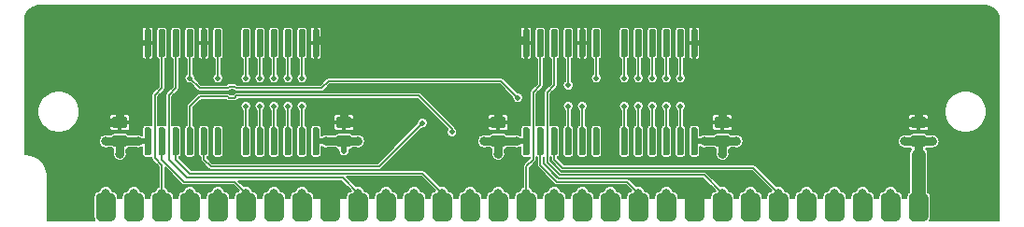
<source format=gtl>
G04 #@! TF.GenerationSoftware,KiCad,Pcbnew,(5.1.5-0-10_14)*
G04 #@! TF.CreationDate,2021-02-26T03:39:49-05:00*
G04 #@! TF.ProjectId,simm-30-4mb,73696d6d-2d33-4302-9d34-6d622e6b6963,rev?*
G04 #@! TF.SameCoordinates,Original*
G04 #@! TF.FileFunction,Copper,L1,Top*
G04 #@! TF.FilePolarity,Positive*
%FSLAX46Y46*%
G04 Gerber Fmt 4.6, Leading zero omitted, Abs format (unit mm)*
G04 Created by KiCad (PCBNEW (5.1.5-0-10_14)) date 2021-02-26 03:39:49*
%MOMM*%
%LPD*%
G04 APERTURE LIST*
%ADD10C,0.100000*%
%ADD11C,0.800000*%
%ADD12C,0.508000*%
%ADD13C,1.000000*%
%ADD14C,0.508000*%
%ADD15C,0.762000*%
%ADD16C,1.270000*%
%ADD17C,0.800000*%
%ADD18C,0.152400*%
G04 APERTURE END LIST*
G04 #@! TA.AperFunction,SMDPad,CuDef*
D10*
G36*
X122084703Y-92862722D02*
G01*
X122099264Y-92864882D01*
X122113543Y-92868459D01*
X122127403Y-92873418D01*
X122140710Y-92879712D01*
X122153336Y-92887280D01*
X122165159Y-92896048D01*
X122176066Y-92905934D01*
X122185952Y-92916841D01*
X122194720Y-92928664D01*
X122202288Y-92941290D01*
X122208582Y-92954597D01*
X122213541Y-92968457D01*
X122217118Y-92982736D01*
X122219278Y-92997297D01*
X122220000Y-93012000D01*
X122220000Y-95212000D01*
X122219278Y-95226703D01*
X122217118Y-95241264D01*
X122213541Y-95255543D01*
X122208582Y-95269403D01*
X122202288Y-95282710D01*
X122194720Y-95295336D01*
X122185952Y-95307159D01*
X122176066Y-95318066D01*
X122165159Y-95327952D01*
X122153336Y-95336720D01*
X122140710Y-95344288D01*
X122127403Y-95350582D01*
X122113543Y-95355541D01*
X122099264Y-95359118D01*
X122084703Y-95361278D01*
X122070000Y-95362000D01*
X121770000Y-95362000D01*
X121755297Y-95361278D01*
X121740736Y-95359118D01*
X121726457Y-95355541D01*
X121712597Y-95350582D01*
X121699290Y-95344288D01*
X121686664Y-95336720D01*
X121674841Y-95327952D01*
X121663934Y-95318066D01*
X121654048Y-95307159D01*
X121645280Y-95295336D01*
X121637712Y-95282710D01*
X121631418Y-95269403D01*
X121626459Y-95255543D01*
X121622882Y-95241264D01*
X121620722Y-95226703D01*
X121620000Y-95212000D01*
X121620000Y-93012000D01*
X121620722Y-92997297D01*
X121622882Y-92982736D01*
X121626459Y-92968457D01*
X121631418Y-92954597D01*
X121637712Y-92941290D01*
X121645280Y-92928664D01*
X121654048Y-92916841D01*
X121663934Y-92905934D01*
X121674841Y-92896048D01*
X121686664Y-92887280D01*
X121699290Y-92879712D01*
X121712597Y-92873418D01*
X121726457Y-92868459D01*
X121740736Y-92864882D01*
X121755297Y-92862722D01*
X121770000Y-92862000D01*
X122070000Y-92862000D01*
X122084703Y-92862722D01*
G37*
G04 #@! TD.AperFunction*
G04 #@! TA.AperFunction,SMDPad,CuDef*
G36*
X123354703Y-92862722D02*
G01*
X123369264Y-92864882D01*
X123383543Y-92868459D01*
X123397403Y-92873418D01*
X123410710Y-92879712D01*
X123423336Y-92887280D01*
X123435159Y-92896048D01*
X123446066Y-92905934D01*
X123455952Y-92916841D01*
X123464720Y-92928664D01*
X123472288Y-92941290D01*
X123478582Y-92954597D01*
X123483541Y-92968457D01*
X123487118Y-92982736D01*
X123489278Y-92997297D01*
X123490000Y-93012000D01*
X123490000Y-95212000D01*
X123489278Y-95226703D01*
X123487118Y-95241264D01*
X123483541Y-95255543D01*
X123478582Y-95269403D01*
X123472288Y-95282710D01*
X123464720Y-95295336D01*
X123455952Y-95307159D01*
X123446066Y-95318066D01*
X123435159Y-95327952D01*
X123423336Y-95336720D01*
X123410710Y-95344288D01*
X123397403Y-95350582D01*
X123383543Y-95355541D01*
X123369264Y-95359118D01*
X123354703Y-95361278D01*
X123340000Y-95362000D01*
X123040000Y-95362000D01*
X123025297Y-95361278D01*
X123010736Y-95359118D01*
X122996457Y-95355541D01*
X122982597Y-95350582D01*
X122969290Y-95344288D01*
X122956664Y-95336720D01*
X122944841Y-95327952D01*
X122933934Y-95318066D01*
X122924048Y-95307159D01*
X122915280Y-95295336D01*
X122907712Y-95282710D01*
X122901418Y-95269403D01*
X122896459Y-95255543D01*
X122892882Y-95241264D01*
X122890722Y-95226703D01*
X122890000Y-95212000D01*
X122890000Y-93012000D01*
X122890722Y-92997297D01*
X122892882Y-92982736D01*
X122896459Y-92968457D01*
X122901418Y-92954597D01*
X122907712Y-92941290D01*
X122915280Y-92928664D01*
X122924048Y-92916841D01*
X122933934Y-92905934D01*
X122944841Y-92896048D01*
X122956664Y-92887280D01*
X122969290Y-92879712D01*
X122982597Y-92873418D01*
X122996457Y-92868459D01*
X123010736Y-92864882D01*
X123025297Y-92862722D01*
X123040000Y-92862000D01*
X123340000Y-92862000D01*
X123354703Y-92862722D01*
G37*
G04 #@! TD.AperFunction*
G04 #@! TA.AperFunction,SMDPad,CuDef*
G36*
X124624703Y-92862722D02*
G01*
X124639264Y-92864882D01*
X124653543Y-92868459D01*
X124667403Y-92873418D01*
X124680710Y-92879712D01*
X124693336Y-92887280D01*
X124705159Y-92896048D01*
X124716066Y-92905934D01*
X124725952Y-92916841D01*
X124734720Y-92928664D01*
X124742288Y-92941290D01*
X124748582Y-92954597D01*
X124753541Y-92968457D01*
X124757118Y-92982736D01*
X124759278Y-92997297D01*
X124760000Y-93012000D01*
X124760000Y-95212000D01*
X124759278Y-95226703D01*
X124757118Y-95241264D01*
X124753541Y-95255543D01*
X124748582Y-95269403D01*
X124742288Y-95282710D01*
X124734720Y-95295336D01*
X124725952Y-95307159D01*
X124716066Y-95318066D01*
X124705159Y-95327952D01*
X124693336Y-95336720D01*
X124680710Y-95344288D01*
X124667403Y-95350582D01*
X124653543Y-95355541D01*
X124639264Y-95359118D01*
X124624703Y-95361278D01*
X124610000Y-95362000D01*
X124310000Y-95362000D01*
X124295297Y-95361278D01*
X124280736Y-95359118D01*
X124266457Y-95355541D01*
X124252597Y-95350582D01*
X124239290Y-95344288D01*
X124226664Y-95336720D01*
X124214841Y-95327952D01*
X124203934Y-95318066D01*
X124194048Y-95307159D01*
X124185280Y-95295336D01*
X124177712Y-95282710D01*
X124171418Y-95269403D01*
X124166459Y-95255543D01*
X124162882Y-95241264D01*
X124160722Y-95226703D01*
X124160000Y-95212000D01*
X124160000Y-93012000D01*
X124160722Y-92997297D01*
X124162882Y-92982736D01*
X124166459Y-92968457D01*
X124171418Y-92954597D01*
X124177712Y-92941290D01*
X124185280Y-92928664D01*
X124194048Y-92916841D01*
X124203934Y-92905934D01*
X124214841Y-92896048D01*
X124226664Y-92887280D01*
X124239290Y-92879712D01*
X124252597Y-92873418D01*
X124266457Y-92868459D01*
X124280736Y-92864882D01*
X124295297Y-92862722D01*
X124310000Y-92862000D01*
X124610000Y-92862000D01*
X124624703Y-92862722D01*
G37*
G04 #@! TD.AperFunction*
G04 #@! TA.AperFunction,SMDPad,CuDef*
G36*
X125894703Y-92862722D02*
G01*
X125909264Y-92864882D01*
X125923543Y-92868459D01*
X125937403Y-92873418D01*
X125950710Y-92879712D01*
X125963336Y-92887280D01*
X125975159Y-92896048D01*
X125986066Y-92905934D01*
X125995952Y-92916841D01*
X126004720Y-92928664D01*
X126012288Y-92941290D01*
X126018582Y-92954597D01*
X126023541Y-92968457D01*
X126027118Y-92982736D01*
X126029278Y-92997297D01*
X126030000Y-93012000D01*
X126030000Y-95212000D01*
X126029278Y-95226703D01*
X126027118Y-95241264D01*
X126023541Y-95255543D01*
X126018582Y-95269403D01*
X126012288Y-95282710D01*
X126004720Y-95295336D01*
X125995952Y-95307159D01*
X125986066Y-95318066D01*
X125975159Y-95327952D01*
X125963336Y-95336720D01*
X125950710Y-95344288D01*
X125937403Y-95350582D01*
X125923543Y-95355541D01*
X125909264Y-95359118D01*
X125894703Y-95361278D01*
X125880000Y-95362000D01*
X125580000Y-95362000D01*
X125565297Y-95361278D01*
X125550736Y-95359118D01*
X125536457Y-95355541D01*
X125522597Y-95350582D01*
X125509290Y-95344288D01*
X125496664Y-95336720D01*
X125484841Y-95327952D01*
X125473934Y-95318066D01*
X125464048Y-95307159D01*
X125455280Y-95295336D01*
X125447712Y-95282710D01*
X125441418Y-95269403D01*
X125436459Y-95255543D01*
X125432882Y-95241264D01*
X125430722Y-95226703D01*
X125430000Y-95212000D01*
X125430000Y-93012000D01*
X125430722Y-92997297D01*
X125432882Y-92982736D01*
X125436459Y-92968457D01*
X125441418Y-92954597D01*
X125447712Y-92941290D01*
X125455280Y-92928664D01*
X125464048Y-92916841D01*
X125473934Y-92905934D01*
X125484841Y-92896048D01*
X125496664Y-92887280D01*
X125509290Y-92879712D01*
X125522597Y-92873418D01*
X125536457Y-92868459D01*
X125550736Y-92864882D01*
X125565297Y-92862722D01*
X125580000Y-92862000D01*
X125880000Y-92862000D01*
X125894703Y-92862722D01*
G37*
G04 #@! TD.AperFunction*
G04 #@! TA.AperFunction,SMDPad,CuDef*
G36*
X127164703Y-92862722D02*
G01*
X127179264Y-92864882D01*
X127193543Y-92868459D01*
X127207403Y-92873418D01*
X127220710Y-92879712D01*
X127233336Y-92887280D01*
X127245159Y-92896048D01*
X127256066Y-92905934D01*
X127265952Y-92916841D01*
X127274720Y-92928664D01*
X127282288Y-92941290D01*
X127288582Y-92954597D01*
X127293541Y-92968457D01*
X127297118Y-92982736D01*
X127299278Y-92997297D01*
X127300000Y-93012000D01*
X127300000Y-95212000D01*
X127299278Y-95226703D01*
X127297118Y-95241264D01*
X127293541Y-95255543D01*
X127288582Y-95269403D01*
X127282288Y-95282710D01*
X127274720Y-95295336D01*
X127265952Y-95307159D01*
X127256066Y-95318066D01*
X127245159Y-95327952D01*
X127233336Y-95336720D01*
X127220710Y-95344288D01*
X127207403Y-95350582D01*
X127193543Y-95355541D01*
X127179264Y-95359118D01*
X127164703Y-95361278D01*
X127150000Y-95362000D01*
X126850000Y-95362000D01*
X126835297Y-95361278D01*
X126820736Y-95359118D01*
X126806457Y-95355541D01*
X126792597Y-95350582D01*
X126779290Y-95344288D01*
X126766664Y-95336720D01*
X126754841Y-95327952D01*
X126743934Y-95318066D01*
X126734048Y-95307159D01*
X126725280Y-95295336D01*
X126717712Y-95282710D01*
X126711418Y-95269403D01*
X126706459Y-95255543D01*
X126702882Y-95241264D01*
X126700722Y-95226703D01*
X126700000Y-95212000D01*
X126700000Y-93012000D01*
X126700722Y-92997297D01*
X126702882Y-92982736D01*
X126706459Y-92968457D01*
X126711418Y-92954597D01*
X126717712Y-92941290D01*
X126725280Y-92928664D01*
X126734048Y-92916841D01*
X126743934Y-92905934D01*
X126754841Y-92896048D01*
X126766664Y-92887280D01*
X126779290Y-92879712D01*
X126792597Y-92873418D01*
X126806457Y-92868459D01*
X126820736Y-92864882D01*
X126835297Y-92862722D01*
X126850000Y-92862000D01*
X127150000Y-92862000D01*
X127164703Y-92862722D01*
G37*
G04 #@! TD.AperFunction*
G04 #@! TA.AperFunction,SMDPad,CuDef*
G36*
X128434703Y-92862722D02*
G01*
X128449264Y-92864882D01*
X128463543Y-92868459D01*
X128477403Y-92873418D01*
X128490710Y-92879712D01*
X128503336Y-92887280D01*
X128515159Y-92896048D01*
X128526066Y-92905934D01*
X128535952Y-92916841D01*
X128544720Y-92928664D01*
X128552288Y-92941290D01*
X128558582Y-92954597D01*
X128563541Y-92968457D01*
X128567118Y-92982736D01*
X128569278Y-92997297D01*
X128570000Y-93012000D01*
X128570000Y-95212000D01*
X128569278Y-95226703D01*
X128567118Y-95241264D01*
X128563541Y-95255543D01*
X128558582Y-95269403D01*
X128552288Y-95282710D01*
X128544720Y-95295336D01*
X128535952Y-95307159D01*
X128526066Y-95318066D01*
X128515159Y-95327952D01*
X128503336Y-95336720D01*
X128490710Y-95344288D01*
X128477403Y-95350582D01*
X128463543Y-95355541D01*
X128449264Y-95359118D01*
X128434703Y-95361278D01*
X128420000Y-95362000D01*
X128120000Y-95362000D01*
X128105297Y-95361278D01*
X128090736Y-95359118D01*
X128076457Y-95355541D01*
X128062597Y-95350582D01*
X128049290Y-95344288D01*
X128036664Y-95336720D01*
X128024841Y-95327952D01*
X128013934Y-95318066D01*
X128004048Y-95307159D01*
X127995280Y-95295336D01*
X127987712Y-95282710D01*
X127981418Y-95269403D01*
X127976459Y-95255543D01*
X127972882Y-95241264D01*
X127970722Y-95226703D01*
X127970000Y-95212000D01*
X127970000Y-93012000D01*
X127970722Y-92997297D01*
X127972882Y-92982736D01*
X127976459Y-92968457D01*
X127981418Y-92954597D01*
X127987712Y-92941290D01*
X127995280Y-92928664D01*
X128004048Y-92916841D01*
X128013934Y-92905934D01*
X128024841Y-92896048D01*
X128036664Y-92887280D01*
X128049290Y-92879712D01*
X128062597Y-92873418D01*
X128076457Y-92868459D01*
X128090736Y-92864882D01*
X128105297Y-92862722D01*
X128120000Y-92862000D01*
X128420000Y-92862000D01*
X128434703Y-92862722D01*
G37*
G04 #@! TD.AperFunction*
G04 #@! TA.AperFunction,SMDPad,CuDef*
G36*
X130974703Y-92862722D02*
G01*
X130989264Y-92864882D01*
X131003543Y-92868459D01*
X131017403Y-92873418D01*
X131030710Y-92879712D01*
X131043336Y-92887280D01*
X131055159Y-92896048D01*
X131066066Y-92905934D01*
X131075952Y-92916841D01*
X131084720Y-92928664D01*
X131092288Y-92941290D01*
X131098582Y-92954597D01*
X131103541Y-92968457D01*
X131107118Y-92982736D01*
X131109278Y-92997297D01*
X131110000Y-93012000D01*
X131110000Y-95212000D01*
X131109278Y-95226703D01*
X131107118Y-95241264D01*
X131103541Y-95255543D01*
X131098582Y-95269403D01*
X131092288Y-95282710D01*
X131084720Y-95295336D01*
X131075952Y-95307159D01*
X131066066Y-95318066D01*
X131055159Y-95327952D01*
X131043336Y-95336720D01*
X131030710Y-95344288D01*
X131017403Y-95350582D01*
X131003543Y-95355541D01*
X130989264Y-95359118D01*
X130974703Y-95361278D01*
X130960000Y-95362000D01*
X130660000Y-95362000D01*
X130645297Y-95361278D01*
X130630736Y-95359118D01*
X130616457Y-95355541D01*
X130602597Y-95350582D01*
X130589290Y-95344288D01*
X130576664Y-95336720D01*
X130564841Y-95327952D01*
X130553934Y-95318066D01*
X130544048Y-95307159D01*
X130535280Y-95295336D01*
X130527712Y-95282710D01*
X130521418Y-95269403D01*
X130516459Y-95255543D01*
X130512882Y-95241264D01*
X130510722Y-95226703D01*
X130510000Y-95212000D01*
X130510000Y-93012000D01*
X130510722Y-92997297D01*
X130512882Y-92982736D01*
X130516459Y-92968457D01*
X130521418Y-92954597D01*
X130527712Y-92941290D01*
X130535280Y-92928664D01*
X130544048Y-92916841D01*
X130553934Y-92905934D01*
X130564841Y-92896048D01*
X130576664Y-92887280D01*
X130589290Y-92879712D01*
X130602597Y-92873418D01*
X130616457Y-92868459D01*
X130630736Y-92864882D01*
X130645297Y-92862722D01*
X130660000Y-92862000D01*
X130960000Y-92862000D01*
X130974703Y-92862722D01*
G37*
G04 #@! TD.AperFunction*
G04 #@! TA.AperFunction,SMDPad,CuDef*
G36*
X132244703Y-92862722D02*
G01*
X132259264Y-92864882D01*
X132273543Y-92868459D01*
X132287403Y-92873418D01*
X132300710Y-92879712D01*
X132313336Y-92887280D01*
X132325159Y-92896048D01*
X132336066Y-92905934D01*
X132345952Y-92916841D01*
X132354720Y-92928664D01*
X132362288Y-92941290D01*
X132368582Y-92954597D01*
X132373541Y-92968457D01*
X132377118Y-92982736D01*
X132379278Y-92997297D01*
X132380000Y-93012000D01*
X132380000Y-95212000D01*
X132379278Y-95226703D01*
X132377118Y-95241264D01*
X132373541Y-95255543D01*
X132368582Y-95269403D01*
X132362288Y-95282710D01*
X132354720Y-95295336D01*
X132345952Y-95307159D01*
X132336066Y-95318066D01*
X132325159Y-95327952D01*
X132313336Y-95336720D01*
X132300710Y-95344288D01*
X132287403Y-95350582D01*
X132273543Y-95355541D01*
X132259264Y-95359118D01*
X132244703Y-95361278D01*
X132230000Y-95362000D01*
X131930000Y-95362000D01*
X131915297Y-95361278D01*
X131900736Y-95359118D01*
X131886457Y-95355541D01*
X131872597Y-95350582D01*
X131859290Y-95344288D01*
X131846664Y-95336720D01*
X131834841Y-95327952D01*
X131823934Y-95318066D01*
X131814048Y-95307159D01*
X131805280Y-95295336D01*
X131797712Y-95282710D01*
X131791418Y-95269403D01*
X131786459Y-95255543D01*
X131782882Y-95241264D01*
X131780722Y-95226703D01*
X131780000Y-95212000D01*
X131780000Y-93012000D01*
X131780722Y-92997297D01*
X131782882Y-92982736D01*
X131786459Y-92968457D01*
X131791418Y-92954597D01*
X131797712Y-92941290D01*
X131805280Y-92928664D01*
X131814048Y-92916841D01*
X131823934Y-92905934D01*
X131834841Y-92896048D01*
X131846664Y-92887280D01*
X131859290Y-92879712D01*
X131872597Y-92873418D01*
X131886457Y-92868459D01*
X131900736Y-92864882D01*
X131915297Y-92862722D01*
X131930000Y-92862000D01*
X132230000Y-92862000D01*
X132244703Y-92862722D01*
G37*
G04 #@! TD.AperFunction*
G04 #@! TA.AperFunction,SMDPad,CuDef*
G36*
X133514703Y-92862722D02*
G01*
X133529264Y-92864882D01*
X133543543Y-92868459D01*
X133557403Y-92873418D01*
X133570710Y-92879712D01*
X133583336Y-92887280D01*
X133595159Y-92896048D01*
X133606066Y-92905934D01*
X133615952Y-92916841D01*
X133624720Y-92928664D01*
X133632288Y-92941290D01*
X133638582Y-92954597D01*
X133643541Y-92968457D01*
X133647118Y-92982736D01*
X133649278Y-92997297D01*
X133650000Y-93012000D01*
X133650000Y-95212000D01*
X133649278Y-95226703D01*
X133647118Y-95241264D01*
X133643541Y-95255543D01*
X133638582Y-95269403D01*
X133632288Y-95282710D01*
X133624720Y-95295336D01*
X133615952Y-95307159D01*
X133606066Y-95318066D01*
X133595159Y-95327952D01*
X133583336Y-95336720D01*
X133570710Y-95344288D01*
X133557403Y-95350582D01*
X133543543Y-95355541D01*
X133529264Y-95359118D01*
X133514703Y-95361278D01*
X133500000Y-95362000D01*
X133200000Y-95362000D01*
X133185297Y-95361278D01*
X133170736Y-95359118D01*
X133156457Y-95355541D01*
X133142597Y-95350582D01*
X133129290Y-95344288D01*
X133116664Y-95336720D01*
X133104841Y-95327952D01*
X133093934Y-95318066D01*
X133084048Y-95307159D01*
X133075280Y-95295336D01*
X133067712Y-95282710D01*
X133061418Y-95269403D01*
X133056459Y-95255543D01*
X133052882Y-95241264D01*
X133050722Y-95226703D01*
X133050000Y-95212000D01*
X133050000Y-93012000D01*
X133050722Y-92997297D01*
X133052882Y-92982736D01*
X133056459Y-92968457D01*
X133061418Y-92954597D01*
X133067712Y-92941290D01*
X133075280Y-92928664D01*
X133084048Y-92916841D01*
X133093934Y-92905934D01*
X133104841Y-92896048D01*
X133116664Y-92887280D01*
X133129290Y-92879712D01*
X133142597Y-92873418D01*
X133156457Y-92868459D01*
X133170736Y-92864882D01*
X133185297Y-92862722D01*
X133200000Y-92862000D01*
X133500000Y-92862000D01*
X133514703Y-92862722D01*
G37*
G04 #@! TD.AperFunction*
G04 #@! TA.AperFunction,SMDPad,CuDef*
G36*
X134784703Y-92862722D02*
G01*
X134799264Y-92864882D01*
X134813543Y-92868459D01*
X134827403Y-92873418D01*
X134840710Y-92879712D01*
X134853336Y-92887280D01*
X134865159Y-92896048D01*
X134876066Y-92905934D01*
X134885952Y-92916841D01*
X134894720Y-92928664D01*
X134902288Y-92941290D01*
X134908582Y-92954597D01*
X134913541Y-92968457D01*
X134917118Y-92982736D01*
X134919278Y-92997297D01*
X134920000Y-93012000D01*
X134920000Y-95212000D01*
X134919278Y-95226703D01*
X134917118Y-95241264D01*
X134913541Y-95255543D01*
X134908582Y-95269403D01*
X134902288Y-95282710D01*
X134894720Y-95295336D01*
X134885952Y-95307159D01*
X134876066Y-95318066D01*
X134865159Y-95327952D01*
X134853336Y-95336720D01*
X134840710Y-95344288D01*
X134827403Y-95350582D01*
X134813543Y-95355541D01*
X134799264Y-95359118D01*
X134784703Y-95361278D01*
X134770000Y-95362000D01*
X134470000Y-95362000D01*
X134455297Y-95361278D01*
X134440736Y-95359118D01*
X134426457Y-95355541D01*
X134412597Y-95350582D01*
X134399290Y-95344288D01*
X134386664Y-95336720D01*
X134374841Y-95327952D01*
X134363934Y-95318066D01*
X134354048Y-95307159D01*
X134345280Y-95295336D01*
X134337712Y-95282710D01*
X134331418Y-95269403D01*
X134326459Y-95255543D01*
X134322882Y-95241264D01*
X134320722Y-95226703D01*
X134320000Y-95212000D01*
X134320000Y-93012000D01*
X134320722Y-92997297D01*
X134322882Y-92982736D01*
X134326459Y-92968457D01*
X134331418Y-92954597D01*
X134337712Y-92941290D01*
X134345280Y-92928664D01*
X134354048Y-92916841D01*
X134363934Y-92905934D01*
X134374841Y-92896048D01*
X134386664Y-92887280D01*
X134399290Y-92879712D01*
X134412597Y-92873418D01*
X134426457Y-92868459D01*
X134440736Y-92864882D01*
X134455297Y-92862722D01*
X134470000Y-92862000D01*
X134770000Y-92862000D01*
X134784703Y-92862722D01*
G37*
G04 #@! TD.AperFunction*
G04 #@! TA.AperFunction,SMDPad,CuDef*
G36*
X136054703Y-92862722D02*
G01*
X136069264Y-92864882D01*
X136083543Y-92868459D01*
X136097403Y-92873418D01*
X136110710Y-92879712D01*
X136123336Y-92887280D01*
X136135159Y-92896048D01*
X136146066Y-92905934D01*
X136155952Y-92916841D01*
X136164720Y-92928664D01*
X136172288Y-92941290D01*
X136178582Y-92954597D01*
X136183541Y-92968457D01*
X136187118Y-92982736D01*
X136189278Y-92997297D01*
X136190000Y-93012000D01*
X136190000Y-95212000D01*
X136189278Y-95226703D01*
X136187118Y-95241264D01*
X136183541Y-95255543D01*
X136178582Y-95269403D01*
X136172288Y-95282710D01*
X136164720Y-95295336D01*
X136155952Y-95307159D01*
X136146066Y-95318066D01*
X136135159Y-95327952D01*
X136123336Y-95336720D01*
X136110710Y-95344288D01*
X136097403Y-95350582D01*
X136083543Y-95355541D01*
X136069264Y-95359118D01*
X136054703Y-95361278D01*
X136040000Y-95362000D01*
X135740000Y-95362000D01*
X135725297Y-95361278D01*
X135710736Y-95359118D01*
X135696457Y-95355541D01*
X135682597Y-95350582D01*
X135669290Y-95344288D01*
X135656664Y-95336720D01*
X135644841Y-95327952D01*
X135633934Y-95318066D01*
X135624048Y-95307159D01*
X135615280Y-95295336D01*
X135607712Y-95282710D01*
X135601418Y-95269403D01*
X135596459Y-95255543D01*
X135592882Y-95241264D01*
X135590722Y-95226703D01*
X135590000Y-95212000D01*
X135590000Y-93012000D01*
X135590722Y-92997297D01*
X135592882Y-92982736D01*
X135596459Y-92968457D01*
X135601418Y-92954597D01*
X135607712Y-92941290D01*
X135615280Y-92928664D01*
X135624048Y-92916841D01*
X135633934Y-92905934D01*
X135644841Y-92896048D01*
X135656664Y-92887280D01*
X135669290Y-92879712D01*
X135682597Y-92873418D01*
X135696457Y-92868459D01*
X135710736Y-92864882D01*
X135725297Y-92862722D01*
X135740000Y-92862000D01*
X136040000Y-92862000D01*
X136054703Y-92862722D01*
G37*
G04 #@! TD.AperFunction*
G04 #@! TA.AperFunction,SMDPad,CuDef*
G36*
X137324703Y-92862722D02*
G01*
X137339264Y-92864882D01*
X137353543Y-92868459D01*
X137367403Y-92873418D01*
X137380710Y-92879712D01*
X137393336Y-92887280D01*
X137405159Y-92896048D01*
X137416066Y-92905934D01*
X137425952Y-92916841D01*
X137434720Y-92928664D01*
X137442288Y-92941290D01*
X137448582Y-92954597D01*
X137453541Y-92968457D01*
X137457118Y-92982736D01*
X137459278Y-92997297D01*
X137460000Y-93012000D01*
X137460000Y-95212000D01*
X137459278Y-95226703D01*
X137457118Y-95241264D01*
X137453541Y-95255543D01*
X137448582Y-95269403D01*
X137442288Y-95282710D01*
X137434720Y-95295336D01*
X137425952Y-95307159D01*
X137416066Y-95318066D01*
X137405159Y-95327952D01*
X137393336Y-95336720D01*
X137380710Y-95344288D01*
X137367403Y-95350582D01*
X137353543Y-95355541D01*
X137339264Y-95359118D01*
X137324703Y-95361278D01*
X137310000Y-95362000D01*
X137010000Y-95362000D01*
X136995297Y-95361278D01*
X136980736Y-95359118D01*
X136966457Y-95355541D01*
X136952597Y-95350582D01*
X136939290Y-95344288D01*
X136926664Y-95336720D01*
X136914841Y-95327952D01*
X136903934Y-95318066D01*
X136894048Y-95307159D01*
X136885280Y-95295336D01*
X136877712Y-95282710D01*
X136871418Y-95269403D01*
X136866459Y-95255543D01*
X136862882Y-95241264D01*
X136860722Y-95226703D01*
X136860000Y-95212000D01*
X136860000Y-93012000D01*
X136860722Y-92997297D01*
X136862882Y-92982736D01*
X136866459Y-92968457D01*
X136871418Y-92954597D01*
X136877712Y-92941290D01*
X136885280Y-92928664D01*
X136894048Y-92916841D01*
X136903934Y-92905934D01*
X136914841Y-92896048D01*
X136926664Y-92887280D01*
X136939290Y-92879712D01*
X136952597Y-92873418D01*
X136966457Y-92868459D01*
X136980736Y-92864882D01*
X136995297Y-92862722D01*
X137010000Y-92862000D01*
X137310000Y-92862000D01*
X137324703Y-92862722D01*
G37*
G04 #@! TD.AperFunction*
G04 #@! TA.AperFunction,SMDPad,CuDef*
G36*
X137324703Y-83962722D02*
G01*
X137339264Y-83964882D01*
X137353543Y-83968459D01*
X137367403Y-83973418D01*
X137380710Y-83979712D01*
X137393336Y-83987280D01*
X137405159Y-83996048D01*
X137416066Y-84005934D01*
X137425952Y-84016841D01*
X137434720Y-84028664D01*
X137442288Y-84041290D01*
X137448582Y-84054597D01*
X137453541Y-84068457D01*
X137457118Y-84082736D01*
X137459278Y-84097297D01*
X137460000Y-84112000D01*
X137460000Y-86312000D01*
X137459278Y-86326703D01*
X137457118Y-86341264D01*
X137453541Y-86355543D01*
X137448582Y-86369403D01*
X137442288Y-86382710D01*
X137434720Y-86395336D01*
X137425952Y-86407159D01*
X137416066Y-86418066D01*
X137405159Y-86427952D01*
X137393336Y-86436720D01*
X137380710Y-86444288D01*
X137367403Y-86450582D01*
X137353543Y-86455541D01*
X137339264Y-86459118D01*
X137324703Y-86461278D01*
X137310000Y-86462000D01*
X137010000Y-86462000D01*
X136995297Y-86461278D01*
X136980736Y-86459118D01*
X136966457Y-86455541D01*
X136952597Y-86450582D01*
X136939290Y-86444288D01*
X136926664Y-86436720D01*
X136914841Y-86427952D01*
X136903934Y-86418066D01*
X136894048Y-86407159D01*
X136885280Y-86395336D01*
X136877712Y-86382710D01*
X136871418Y-86369403D01*
X136866459Y-86355543D01*
X136862882Y-86341264D01*
X136860722Y-86326703D01*
X136860000Y-86312000D01*
X136860000Y-84112000D01*
X136860722Y-84097297D01*
X136862882Y-84082736D01*
X136866459Y-84068457D01*
X136871418Y-84054597D01*
X136877712Y-84041290D01*
X136885280Y-84028664D01*
X136894048Y-84016841D01*
X136903934Y-84005934D01*
X136914841Y-83996048D01*
X136926664Y-83987280D01*
X136939290Y-83979712D01*
X136952597Y-83973418D01*
X136966457Y-83968459D01*
X136980736Y-83964882D01*
X136995297Y-83962722D01*
X137010000Y-83962000D01*
X137310000Y-83962000D01*
X137324703Y-83962722D01*
G37*
G04 #@! TD.AperFunction*
G04 #@! TA.AperFunction,SMDPad,CuDef*
G36*
X136054703Y-83962722D02*
G01*
X136069264Y-83964882D01*
X136083543Y-83968459D01*
X136097403Y-83973418D01*
X136110710Y-83979712D01*
X136123336Y-83987280D01*
X136135159Y-83996048D01*
X136146066Y-84005934D01*
X136155952Y-84016841D01*
X136164720Y-84028664D01*
X136172288Y-84041290D01*
X136178582Y-84054597D01*
X136183541Y-84068457D01*
X136187118Y-84082736D01*
X136189278Y-84097297D01*
X136190000Y-84112000D01*
X136190000Y-86312000D01*
X136189278Y-86326703D01*
X136187118Y-86341264D01*
X136183541Y-86355543D01*
X136178582Y-86369403D01*
X136172288Y-86382710D01*
X136164720Y-86395336D01*
X136155952Y-86407159D01*
X136146066Y-86418066D01*
X136135159Y-86427952D01*
X136123336Y-86436720D01*
X136110710Y-86444288D01*
X136097403Y-86450582D01*
X136083543Y-86455541D01*
X136069264Y-86459118D01*
X136054703Y-86461278D01*
X136040000Y-86462000D01*
X135740000Y-86462000D01*
X135725297Y-86461278D01*
X135710736Y-86459118D01*
X135696457Y-86455541D01*
X135682597Y-86450582D01*
X135669290Y-86444288D01*
X135656664Y-86436720D01*
X135644841Y-86427952D01*
X135633934Y-86418066D01*
X135624048Y-86407159D01*
X135615280Y-86395336D01*
X135607712Y-86382710D01*
X135601418Y-86369403D01*
X135596459Y-86355543D01*
X135592882Y-86341264D01*
X135590722Y-86326703D01*
X135590000Y-86312000D01*
X135590000Y-84112000D01*
X135590722Y-84097297D01*
X135592882Y-84082736D01*
X135596459Y-84068457D01*
X135601418Y-84054597D01*
X135607712Y-84041290D01*
X135615280Y-84028664D01*
X135624048Y-84016841D01*
X135633934Y-84005934D01*
X135644841Y-83996048D01*
X135656664Y-83987280D01*
X135669290Y-83979712D01*
X135682597Y-83973418D01*
X135696457Y-83968459D01*
X135710736Y-83964882D01*
X135725297Y-83962722D01*
X135740000Y-83962000D01*
X136040000Y-83962000D01*
X136054703Y-83962722D01*
G37*
G04 #@! TD.AperFunction*
G04 #@! TA.AperFunction,SMDPad,CuDef*
G36*
X134784703Y-83962722D02*
G01*
X134799264Y-83964882D01*
X134813543Y-83968459D01*
X134827403Y-83973418D01*
X134840710Y-83979712D01*
X134853336Y-83987280D01*
X134865159Y-83996048D01*
X134876066Y-84005934D01*
X134885952Y-84016841D01*
X134894720Y-84028664D01*
X134902288Y-84041290D01*
X134908582Y-84054597D01*
X134913541Y-84068457D01*
X134917118Y-84082736D01*
X134919278Y-84097297D01*
X134920000Y-84112000D01*
X134920000Y-86312000D01*
X134919278Y-86326703D01*
X134917118Y-86341264D01*
X134913541Y-86355543D01*
X134908582Y-86369403D01*
X134902288Y-86382710D01*
X134894720Y-86395336D01*
X134885952Y-86407159D01*
X134876066Y-86418066D01*
X134865159Y-86427952D01*
X134853336Y-86436720D01*
X134840710Y-86444288D01*
X134827403Y-86450582D01*
X134813543Y-86455541D01*
X134799264Y-86459118D01*
X134784703Y-86461278D01*
X134770000Y-86462000D01*
X134470000Y-86462000D01*
X134455297Y-86461278D01*
X134440736Y-86459118D01*
X134426457Y-86455541D01*
X134412597Y-86450582D01*
X134399290Y-86444288D01*
X134386664Y-86436720D01*
X134374841Y-86427952D01*
X134363934Y-86418066D01*
X134354048Y-86407159D01*
X134345280Y-86395336D01*
X134337712Y-86382710D01*
X134331418Y-86369403D01*
X134326459Y-86355543D01*
X134322882Y-86341264D01*
X134320722Y-86326703D01*
X134320000Y-86312000D01*
X134320000Y-84112000D01*
X134320722Y-84097297D01*
X134322882Y-84082736D01*
X134326459Y-84068457D01*
X134331418Y-84054597D01*
X134337712Y-84041290D01*
X134345280Y-84028664D01*
X134354048Y-84016841D01*
X134363934Y-84005934D01*
X134374841Y-83996048D01*
X134386664Y-83987280D01*
X134399290Y-83979712D01*
X134412597Y-83973418D01*
X134426457Y-83968459D01*
X134440736Y-83964882D01*
X134455297Y-83962722D01*
X134470000Y-83962000D01*
X134770000Y-83962000D01*
X134784703Y-83962722D01*
G37*
G04 #@! TD.AperFunction*
G04 #@! TA.AperFunction,SMDPad,CuDef*
G36*
X133514703Y-83962722D02*
G01*
X133529264Y-83964882D01*
X133543543Y-83968459D01*
X133557403Y-83973418D01*
X133570710Y-83979712D01*
X133583336Y-83987280D01*
X133595159Y-83996048D01*
X133606066Y-84005934D01*
X133615952Y-84016841D01*
X133624720Y-84028664D01*
X133632288Y-84041290D01*
X133638582Y-84054597D01*
X133643541Y-84068457D01*
X133647118Y-84082736D01*
X133649278Y-84097297D01*
X133650000Y-84112000D01*
X133650000Y-86312000D01*
X133649278Y-86326703D01*
X133647118Y-86341264D01*
X133643541Y-86355543D01*
X133638582Y-86369403D01*
X133632288Y-86382710D01*
X133624720Y-86395336D01*
X133615952Y-86407159D01*
X133606066Y-86418066D01*
X133595159Y-86427952D01*
X133583336Y-86436720D01*
X133570710Y-86444288D01*
X133557403Y-86450582D01*
X133543543Y-86455541D01*
X133529264Y-86459118D01*
X133514703Y-86461278D01*
X133500000Y-86462000D01*
X133200000Y-86462000D01*
X133185297Y-86461278D01*
X133170736Y-86459118D01*
X133156457Y-86455541D01*
X133142597Y-86450582D01*
X133129290Y-86444288D01*
X133116664Y-86436720D01*
X133104841Y-86427952D01*
X133093934Y-86418066D01*
X133084048Y-86407159D01*
X133075280Y-86395336D01*
X133067712Y-86382710D01*
X133061418Y-86369403D01*
X133056459Y-86355543D01*
X133052882Y-86341264D01*
X133050722Y-86326703D01*
X133050000Y-86312000D01*
X133050000Y-84112000D01*
X133050722Y-84097297D01*
X133052882Y-84082736D01*
X133056459Y-84068457D01*
X133061418Y-84054597D01*
X133067712Y-84041290D01*
X133075280Y-84028664D01*
X133084048Y-84016841D01*
X133093934Y-84005934D01*
X133104841Y-83996048D01*
X133116664Y-83987280D01*
X133129290Y-83979712D01*
X133142597Y-83973418D01*
X133156457Y-83968459D01*
X133170736Y-83964882D01*
X133185297Y-83962722D01*
X133200000Y-83962000D01*
X133500000Y-83962000D01*
X133514703Y-83962722D01*
G37*
G04 #@! TD.AperFunction*
G04 #@! TA.AperFunction,SMDPad,CuDef*
G36*
X132244703Y-83962722D02*
G01*
X132259264Y-83964882D01*
X132273543Y-83968459D01*
X132287403Y-83973418D01*
X132300710Y-83979712D01*
X132313336Y-83987280D01*
X132325159Y-83996048D01*
X132336066Y-84005934D01*
X132345952Y-84016841D01*
X132354720Y-84028664D01*
X132362288Y-84041290D01*
X132368582Y-84054597D01*
X132373541Y-84068457D01*
X132377118Y-84082736D01*
X132379278Y-84097297D01*
X132380000Y-84112000D01*
X132380000Y-86312000D01*
X132379278Y-86326703D01*
X132377118Y-86341264D01*
X132373541Y-86355543D01*
X132368582Y-86369403D01*
X132362288Y-86382710D01*
X132354720Y-86395336D01*
X132345952Y-86407159D01*
X132336066Y-86418066D01*
X132325159Y-86427952D01*
X132313336Y-86436720D01*
X132300710Y-86444288D01*
X132287403Y-86450582D01*
X132273543Y-86455541D01*
X132259264Y-86459118D01*
X132244703Y-86461278D01*
X132230000Y-86462000D01*
X131930000Y-86462000D01*
X131915297Y-86461278D01*
X131900736Y-86459118D01*
X131886457Y-86455541D01*
X131872597Y-86450582D01*
X131859290Y-86444288D01*
X131846664Y-86436720D01*
X131834841Y-86427952D01*
X131823934Y-86418066D01*
X131814048Y-86407159D01*
X131805280Y-86395336D01*
X131797712Y-86382710D01*
X131791418Y-86369403D01*
X131786459Y-86355543D01*
X131782882Y-86341264D01*
X131780722Y-86326703D01*
X131780000Y-86312000D01*
X131780000Y-84112000D01*
X131780722Y-84097297D01*
X131782882Y-84082736D01*
X131786459Y-84068457D01*
X131791418Y-84054597D01*
X131797712Y-84041290D01*
X131805280Y-84028664D01*
X131814048Y-84016841D01*
X131823934Y-84005934D01*
X131834841Y-83996048D01*
X131846664Y-83987280D01*
X131859290Y-83979712D01*
X131872597Y-83973418D01*
X131886457Y-83968459D01*
X131900736Y-83964882D01*
X131915297Y-83962722D01*
X131930000Y-83962000D01*
X132230000Y-83962000D01*
X132244703Y-83962722D01*
G37*
G04 #@! TD.AperFunction*
G04 #@! TA.AperFunction,SMDPad,CuDef*
G36*
X130974703Y-83962722D02*
G01*
X130989264Y-83964882D01*
X131003543Y-83968459D01*
X131017403Y-83973418D01*
X131030710Y-83979712D01*
X131043336Y-83987280D01*
X131055159Y-83996048D01*
X131066066Y-84005934D01*
X131075952Y-84016841D01*
X131084720Y-84028664D01*
X131092288Y-84041290D01*
X131098582Y-84054597D01*
X131103541Y-84068457D01*
X131107118Y-84082736D01*
X131109278Y-84097297D01*
X131110000Y-84112000D01*
X131110000Y-86312000D01*
X131109278Y-86326703D01*
X131107118Y-86341264D01*
X131103541Y-86355543D01*
X131098582Y-86369403D01*
X131092288Y-86382710D01*
X131084720Y-86395336D01*
X131075952Y-86407159D01*
X131066066Y-86418066D01*
X131055159Y-86427952D01*
X131043336Y-86436720D01*
X131030710Y-86444288D01*
X131017403Y-86450582D01*
X131003543Y-86455541D01*
X130989264Y-86459118D01*
X130974703Y-86461278D01*
X130960000Y-86462000D01*
X130660000Y-86462000D01*
X130645297Y-86461278D01*
X130630736Y-86459118D01*
X130616457Y-86455541D01*
X130602597Y-86450582D01*
X130589290Y-86444288D01*
X130576664Y-86436720D01*
X130564841Y-86427952D01*
X130553934Y-86418066D01*
X130544048Y-86407159D01*
X130535280Y-86395336D01*
X130527712Y-86382710D01*
X130521418Y-86369403D01*
X130516459Y-86355543D01*
X130512882Y-86341264D01*
X130510722Y-86326703D01*
X130510000Y-86312000D01*
X130510000Y-84112000D01*
X130510722Y-84097297D01*
X130512882Y-84082736D01*
X130516459Y-84068457D01*
X130521418Y-84054597D01*
X130527712Y-84041290D01*
X130535280Y-84028664D01*
X130544048Y-84016841D01*
X130553934Y-84005934D01*
X130564841Y-83996048D01*
X130576664Y-83987280D01*
X130589290Y-83979712D01*
X130602597Y-83973418D01*
X130616457Y-83968459D01*
X130630736Y-83964882D01*
X130645297Y-83962722D01*
X130660000Y-83962000D01*
X130960000Y-83962000D01*
X130974703Y-83962722D01*
G37*
G04 #@! TD.AperFunction*
G04 #@! TA.AperFunction,SMDPad,CuDef*
G36*
X128434703Y-83962722D02*
G01*
X128449264Y-83964882D01*
X128463543Y-83968459D01*
X128477403Y-83973418D01*
X128490710Y-83979712D01*
X128503336Y-83987280D01*
X128515159Y-83996048D01*
X128526066Y-84005934D01*
X128535952Y-84016841D01*
X128544720Y-84028664D01*
X128552288Y-84041290D01*
X128558582Y-84054597D01*
X128563541Y-84068457D01*
X128567118Y-84082736D01*
X128569278Y-84097297D01*
X128570000Y-84112000D01*
X128570000Y-86312000D01*
X128569278Y-86326703D01*
X128567118Y-86341264D01*
X128563541Y-86355543D01*
X128558582Y-86369403D01*
X128552288Y-86382710D01*
X128544720Y-86395336D01*
X128535952Y-86407159D01*
X128526066Y-86418066D01*
X128515159Y-86427952D01*
X128503336Y-86436720D01*
X128490710Y-86444288D01*
X128477403Y-86450582D01*
X128463543Y-86455541D01*
X128449264Y-86459118D01*
X128434703Y-86461278D01*
X128420000Y-86462000D01*
X128120000Y-86462000D01*
X128105297Y-86461278D01*
X128090736Y-86459118D01*
X128076457Y-86455541D01*
X128062597Y-86450582D01*
X128049290Y-86444288D01*
X128036664Y-86436720D01*
X128024841Y-86427952D01*
X128013934Y-86418066D01*
X128004048Y-86407159D01*
X127995280Y-86395336D01*
X127987712Y-86382710D01*
X127981418Y-86369403D01*
X127976459Y-86355543D01*
X127972882Y-86341264D01*
X127970722Y-86326703D01*
X127970000Y-86312000D01*
X127970000Y-84112000D01*
X127970722Y-84097297D01*
X127972882Y-84082736D01*
X127976459Y-84068457D01*
X127981418Y-84054597D01*
X127987712Y-84041290D01*
X127995280Y-84028664D01*
X128004048Y-84016841D01*
X128013934Y-84005934D01*
X128024841Y-83996048D01*
X128036664Y-83987280D01*
X128049290Y-83979712D01*
X128062597Y-83973418D01*
X128076457Y-83968459D01*
X128090736Y-83964882D01*
X128105297Y-83962722D01*
X128120000Y-83962000D01*
X128420000Y-83962000D01*
X128434703Y-83962722D01*
G37*
G04 #@! TD.AperFunction*
G04 #@! TA.AperFunction,SMDPad,CuDef*
G36*
X127164703Y-83962722D02*
G01*
X127179264Y-83964882D01*
X127193543Y-83968459D01*
X127207403Y-83973418D01*
X127220710Y-83979712D01*
X127233336Y-83987280D01*
X127245159Y-83996048D01*
X127256066Y-84005934D01*
X127265952Y-84016841D01*
X127274720Y-84028664D01*
X127282288Y-84041290D01*
X127288582Y-84054597D01*
X127293541Y-84068457D01*
X127297118Y-84082736D01*
X127299278Y-84097297D01*
X127300000Y-84112000D01*
X127300000Y-86312000D01*
X127299278Y-86326703D01*
X127297118Y-86341264D01*
X127293541Y-86355543D01*
X127288582Y-86369403D01*
X127282288Y-86382710D01*
X127274720Y-86395336D01*
X127265952Y-86407159D01*
X127256066Y-86418066D01*
X127245159Y-86427952D01*
X127233336Y-86436720D01*
X127220710Y-86444288D01*
X127207403Y-86450582D01*
X127193543Y-86455541D01*
X127179264Y-86459118D01*
X127164703Y-86461278D01*
X127150000Y-86462000D01*
X126850000Y-86462000D01*
X126835297Y-86461278D01*
X126820736Y-86459118D01*
X126806457Y-86455541D01*
X126792597Y-86450582D01*
X126779290Y-86444288D01*
X126766664Y-86436720D01*
X126754841Y-86427952D01*
X126743934Y-86418066D01*
X126734048Y-86407159D01*
X126725280Y-86395336D01*
X126717712Y-86382710D01*
X126711418Y-86369403D01*
X126706459Y-86355543D01*
X126702882Y-86341264D01*
X126700722Y-86326703D01*
X126700000Y-86312000D01*
X126700000Y-84112000D01*
X126700722Y-84097297D01*
X126702882Y-84082736D01*
X126706459Y-84068457D01*
X126711418Y-84054597D01*
X126717712Y-84041290D01*
X126725280Y-84028664D01*
X126734048Y-84016841D01*
X126743934Y-84005934D01*
X126754841Y-83996048D01*
X126766664Y-83987280D01*
X126779290Y-83979712D01*
X126792597Y-83973418D01*
X126806457Y-83968459D01*
X126820736Y-83964882D01*
X126835297Y-83962722D01*
X126850000Y-83962000D01*
X127150000Y-83962000D01*
X127164703Y-83962722D01*
G37*
G04 #@! TD.AperFunction*
G04 #@! TA.AperFunction,SMDPad,CuDef*
G36*
X125894703Y-83962722D02*
G01*
X125909264Y-83964882D01*
X125923543Y-83968459D01*
X125937403Y-83973418D01*
X125950710Y-83979712D01*
X125963336Y-83987280D01*
X125975159Y-83996048D01*
X125986066Y-84005934D01*
X125995952Y-84016841D01*
X126004720Y-84028664D01*
X126012288Y-84041290D01*
X126018582Y-84054597D01*
X126023541Y-84068457D01*
X126027118Y-84082736D01*
X126029278Y-84097297D01*
X126030000Y-84112000D01*
X126030000Y-86312000D01*
X126029278Y-86326703D01*
X126027118Y-86341264D01*
X126023541Y-86355543D01*
X126018582Y-86369403D01*
X126012288Y-86382710D01*
X126004720Y-86395336D01*
X125995952Y-86407159D01*
X125986066Y-86418066D01*
X125975159Y-86427952D01*
X125963336Y-86436720D01*
X125950710Y-86444288D01*
X125937403Y-86450582D01*
X125923543Y-86455541D01*
X125909264Y-86459118D01*
X125894703Y-86461278D01*
X125880000Y-86462000D01*
X125580000Y-86462000D01*
X125565297Y-86461278D01*
X125550736Y-86459118D01*
X125536457Y-86455541D01*
X125522597Y-86450582D01*
X125509290Y-86444288D01*
X125496664Y-86436720D01*
X125484841Y-86427952D01*
X125473934Y-86418066D01*
X125464048Y-86407159D01*
X125455280Y-86395336D01*
X125447712Y-86382710D01*
X125441418Y-86369403D01*
X125436459Y-86355543D01*
X125432882Y-86341264D01*
X125430722Y-86326703D01*
X125430000Y-86312000D01*
X125430000Y-84112000D01*
X125430722Y-84097297D01*
X125432882Y-84082736D01*
X125436459Y-84068457D01*
X125441418Y-84054597D01*
X125447712Y-84041290D01*
X125455280Y-84028664D01*
X125464048Y-84016841D01*
X125473934Y-84005934D01*
X125484841Y-83996048D01*
X125496664Y-83987280D01*
X125509290Y-83979712D01*
X125522597Y-83973418D01*
X125536457Y-83968459D01*
X125550736Y-83964882D01*
X125565297Y-83962722D01*
X125580000Y-83962000D01*
X125880000Y-83962000D01*
X125894703Y-83962722D01*
G37*
G04 #@! TD.AperFunction*
G04 #@! TA.AperFunction,SMDPad,CuDef*
G36*
X124624703Y-83962722D02*
G01*
X124639264Y-83964882D01*
X124653543Y-83968459D01*
X124667403Y-83973418D01*
X124680710Y-83979712D01*
X124693336Y-83987280D01*
X124705159Y-83996048D01*
X124716066Y-84005934D01*
X124725952Y-84016841D01*
X124734720Y-84028664D01*
X124742288Y-84041290D01*
X124748582Y-84054597D01*
X124753541Y-84068457D01*
X124757118Y-84082736D01*
X124759278Y-84097297D01*
X124760000Y-84112000D01*
X124760000Y-86312000D01*
X124759278Y-86326703D01*
X124757118Y-86341264D01*
X124753541Y-86355543D01*
X124748582Y-86369403D01*
X124742288Y-86382710D01*
X124734720Y-86395336D01*
X124725952Y-86407159D01*
X124716066Y-86418066D01*
X124705159Y-86427952D01*
X124693336Y-86436720D01*
X124680710Y-86444288D01*
X124667403Y-86450582D01*
X124653543Y-86455541D01*
X124639264Y-86459118D01*
X124624703Y-86461278D01*
X124610000Y-86462000D01*
X124310000Y-86462000D01*
X124295297Y-86461278D01*
X124280736Y-86459118D01*
X124266457Y-86455541D01*
X124252597Y-86450582D01*
X124239290Y-86444288D01*
X124226664Y-86436720D01*
X124214841Y-86427952D01*
X124203934Y-86418066D01*
X124194048Y-86407159D01*
X124185280Y-86395336D01*
X124177712Y-86382710D01*
X124171418Y-86369403D01*
X124166459Y-86355543D01*
X124162882Y-86341264D01*
X124160722Y-86326703D01*
X124160000Y-86312000D01*
X124160000Y-84112000D01*
X124160722Y-84097297D01*
X124162882Y-84082736D01*
X124166459Y-84068457D01*
X124171418Y-84054597D01*
X124177712Y-84041290D01*
X124185280Y-84028664D01*
X124194048Y-84016841D01*
X124203934Y-84005934D01*
X124214841Y-83996048D01*
X124226664Y-83987280D01*
X124239290Y-83979712D01*
X124252597Y-83973418D01*
X124266457Y-83968459D01*
X124280736Y-83964882D01*
X124295297Y-83962722D01*
X124310000Y-83962000D01*
X124610000Y-83962000D01*
X124624703Y-83962722D01*
G37*
G04 #@! TD.AperFunction*
G04 #@! TA.AperFunction,SMDPad,CuDef*
G36*
X123354703Y-83962722D02*
G01*
X123369264Y-83964882D01*
X123383543Y-83968459D01*
X123397403Y-83973418D01*
X123410710Y-83979712D01*
X123423336Y-83987280D01*
X123435159Y-83996048D01*
X123446066Y-84005934D01*
X123455952Y-84016841D01*
X123464720Y-84028664D01*
X123472288Y-84041290D01*
X123478582Y-84054597D01*
X123483541Y-84068457D01*
X123487118Y-84082736D01*
X123489278Y-84097297D01*
X123490000Y-84112000D01*
X123490000Y-86312000D01*
X123489278Y-86326703D01*
X123487118Y-86341264D01*
X123483541Y-86355543D01*
X123478582Y-86369403D01*
X123472288Y-86382710D01*
X123464720Y-86395336D01*
X123455952Y-86407159D01*
X123446066Y-86418066D01*
X123435159Y-86427952D01*
X123423336Y-86436720D01*
X123410710Y-86444288D01*
X123397403Y-86450582D01*
X123383543Y-86455541D01*
X123369264Y-86459118D01*
X123354703Y-86461278D01*
X123340000Y-86462000D01*
X123040000Y-86462000D01*
X123025297Y-86461278D01*
X123010736Y-86459118D01*
X122996457Y-86455541D01*
X122982597Y-86450582D01*
X122969290Y-86444288D01*
X122956664Y-86436720D01*
X122944841Y-86427952D01*
X122933934Y-86418066D01*
X122924048Y-86407159D01*
X122915280Y-86395336D01*
X122907712Y-86382710D01*
X122901418Y-86369403D01*
X122896459Y-86355543D01*
X122892882Y-86341264D01*
X122890722Y-86326703D01*
X122890000Y-86312000D01*
X122890000Y-84112000D01*
X122890722Y-84097297D01*
X122892882Y-84082736D01*
X122896459Y-84068457D01*
X122901418Y-84054597D01*
X122907712Y-84041290D01*
X122915280Y-84028664D01*
X122924048Y-84016841D01*
X122933934Y-84005934D01*
X122944841Y-83996048D01*
X122956664Y-83987280D01*
X122969290Y-83979712D01*
X122982597Y-83973418D01*
X122996457Y-83968459D01*
X123010736Y-83964882D01*
X123025297Y-83962722D01*
X123040000Y-83962000D01*
X123340000Y-83962000D01*
X123354703Y-83962722D01*
G37*
G04 #@! TD.AperFunction*
G04 #@! TA.AperFunction,SMDPad,CuDef*
G36*
X122084703Y-83962722D02*
G01*
X122099264Y-83964882D01*
X122113543Y-83968459D01*
X122127403Y-83973418D01*
X122140710Y-83979712D01*
X122153336Y-83987280D01*
X122165159Y-83996048D01*
X122176066Y-84005934D01*
X122185952Y-84016841D01*
X122194720Y-84028664D01*
X122202288Y-84041290D01*
X122208582Y-84054597D01*
X122213541Y-84068457D01*
X122217118Y-84082736D01*
X122219278Y-84097297D01*
X122220000Y-84112000D01*
X122220000Y-86312000D01*
X122219278Y-86326703D01*
X122217118Y-86341264D01*
X122213541Y-86355543D01*
X122208582Y-86369403D01*
X122202288Y-86382710D01*
X122194720Y-86395336D01*
X122185952Y-86407159D01*
X122176066Y-86418066D01*
X122165159Y-86427952D01*
X122153336Y-86436720D01*
X122140710Y-86444288D01*
X122127403Y-86450582D01*
X122113543Y-86455541D01*
X122099264Y-86459118D01*
X122084703Y-86461278D01*
X122070000Y-86462000D01*
X121770000Y-86462000D01*
X121755297Y-86461278D01*
X121740736Y-86459118D01*
X121726457Y-86455541D01*
X121712597Y-86450582D01*
X121699290Y-86444288D01*
X121686664Y-86436720D01*
X121674841Y-86427952D01*
X121663934Y-86418066D01*
X121654048Y-86407159D01*
X121645280Y-86395336D01*
X121637712Y-86382710D01*
X121631418Y-86369403D01*
X121626459Y-86355543D01*
X121622882Y-86341264D01*
X121620722Y-86326703D01*
X121620000Y-86312000D01*
X121620000Y-84112000D01*
X121620722Y-84097297D01*
X121622882Y-84082736D01*
X121626459Y-84068457D01*
X121631418Y-84054597D01*
X121637712Y-84041290D01*
X121645280Y-84028664D01*
X121654048Y-84016841D01*
X121663934Y-84005934D01*
X121674841Y-83996048D01*
X121686664Y-83987280D01*
X121699290Y-83979712D01*
X121712597Y-83973418D01*
X121726457Y-83968459D01*
X121740736Y-83964882D01*
X121755297Y-83962722D01*
X121770000Y-83962000D01*
X122070000Y-83962000D01*
X122084703Y-83962722D01*
G37*
G04 #@! TD.AperFunction*
G04 #@! TA.AperFunction,SMDPad,CuDef*
G36*
X87794703Y-92862722D02*
G01*
X87809264Y-92864882D01*
X87823543Y-92868459D01*
X87837403Y-92873418D01*
X87850710Y-92879712D01*
X87863336Y-92887280D01*
X87875159Y-92896048D01*
X87886066Y-92905934D01*
X87895952Y-92916841D01*
X87904720Y-92928664D01*
X87912288Y-92941290D01*
X87918582Y-92954597D01*
X87923541Y-92968457D01*
X87927118Y-92982736D01*
X87929278Y-92997297D01*
X87930000Y-93012000D01*
X87930000Y-95212000D01*
X87929278Y-95226703D01*
X87927118Y-95241264D01*
X87923541Y-95255543D01*
X87918582Y-95269403D01*
X87912288Y-95282710D01*
X87904720Y-95295336D01*
X87895952Y-95307159D01*
X87886066Y-95318066D01*
X87875159Y-95327952D01*
X87863336Y-95336720D01*
X87850710Y-95344288D01*
X87837403Y-95350582D01*
X87823543Y-95355541D01*
X87809264Y-95359118D01*
X87794703Y-95361278D01*
X87780000Y-95362000D01*
X87480000Y-95362000D01*
X87465297Y-95361278D01*
X87450736Y-95359118D01*
X87436457Y-95355541D01*
X87422597Y-95350582D01*
X87409290Y-95344288D01*
X87396664Y-95336720D01*
X87384841Y-95327952D01*
X87373934Y-95318066D01*
X87364048Y-95307159D01*
X87355280Y-95295336D01*
X87347712Y-95282710D01*
X87341418Y-95269403D01*
X87336459Y-95255543D01*
X87332882Y-95241264D01*
X87330722Y-95226703D01*
X87330000Y-95212000D01*
X87330000Y-93012000D01*
X87330722Y-92997297D01*
X87332882Y-92982736D01*
X87336459Y-92968457D01*
X87341418Y-92954597D01*
X87347712Y-92941290D01*
X87355280Y-92928664D01*
X87364048Y-92916841D01*
X87373934Y-92905934D01*
X87384841Y-92896048D01*
X87396664Y-92887280D01*
X87409290Y-92879712D01*
X87422597Y-92873418D01*
X87436457Y-92868459D01*
X87450736Y-92864882D01*
X87465297Y-92862722D01*
X87480000Y-92862000D01*
X87780000Y-92862000D01*
X87794703Y-92862722D01*
G37*
G04 #@! TD.AperFunction*
G04 #@! TA.AperFunction,SMDPad,CuDef*
G36*
X89064703Y-92862722D02*
G01*
X89079264Y-92864882D01*
X89093543Y-92868459D01*
X89107403Y-92873418D01*
X89120710Y-92879712D01*
X89133336Y-92887280D01*
X89145159Y-92896048D01*
X89156066Y-92905934D01*
X89165952Y-92916841D01*
X89174720Y-92928664D01*
X89182288Y-92941290D01*
X89188582Y-92954597D01*
X89193541Y-92968457D01*
X89197118Y-92982736D01*
X89199278Y-92997297D01*
X89200000Y-93012000D01*
X89200000Y-95212000D01*
X89199278Y-95226703D01*
X89197118Y-95241264D01*
X89193541Y-95255543D01*
X89188582Y-95269403D01*
X89182288Y-95282710D01*
X89174720Y-95295336D01*
X89165952Y-95307159D01*
X89156066Y-95318066D01*
X89145159Y-95327952D01*
X89133336Y-95336720D01*
X89120710Y-95344288D01*
X89107403Y-95350582D01*
X89093543Y-95355541D01*
X89079264Y-95359118D01*
X89064703Y-95361278D01*
X89050000Y-95362000D01*
X88750000Y-95362000D01*
X88735297Y-95361278D01*
X88720736Y-95359118D01*
X88706457Y-95355541D01*
X88692597Y-95350582D01*
X88679290Y-95344288D01*
X88666664Y-95336720D01*
X88654841Y-95327952D01*
X88643934Y-95318066D01*
X88634048Y-95307159D01*
X88625280Y-95295336D01*
X88617712Y-95282710D01*
X88611418Y-95269403D01*
X88606459Y-95255543D01*
X88602882Y-95241264D01*
X88600722Y-95226703D01*
X88600000Y-95212000D01*
X88600000Y-93012000D01*
X88600722Y-92997297D01*
X88602882Y-92982736D01*
X88606459Y-92968457D01*
X88611418Y-92954597D01*
X88617712Y-92941290D01*
X88625280Y-92928664D01*
X88634048Y-92916841D01*
X88643934Y-92905934D01*
X88654841Y-92896048D01*
X88666664Y-92887280D01*
X88679290Y-92879712D01*
X88692597Y-92873418D01*
X88706457Y-92868459D01*
X88720736Y-92864882D01*
X88735297Y-92862722D01*
X88750000Y-92862000D01*
X89050000Y-92862000D01*
X89064703Y-92862722D01*
G37*
G04 #@! TD.AperFunction*
G04 #@! TA.AperFunction,SMDPad,CuDef*
G36*
X90334703Y-92862722D02*
G01*
X90349264Y-92864882D01*
X90363543Y-92868459D01*
X90377403Y-92873418D01*
X90390710Y-92879712D01*
X90403336Y-92887280D01*
X90415159Y-92896048D01*
X90426066Y-92905934D01*
X90435952Y-92916841D01*
X90444720Y-92928664D01*
X90452288Y-92941290D01*
X90458582Y-92954597D01*
X90463541Y-92968457D01*
X90467118Y-92982736D01*
X90469278Y-92997297D01*
X90470000Y-93012000D01*
X90470000Y-95212000D01*
X90469278Y-95226703D01*
X90467118Y-95241264D01*
X90463541Y-95255543D01*
X90458582Y-95269403D01*
X90452288Y-95282710D01*
X90444720Y-95295336D01*
X90435952Y-95307159D01*
X90426066Y-95318066D01*
X90415159Y-95327952D01*
X90403336Y-95336720D01*
X90390710Y-95344288D01*
X90377403Y-95350582D01*
X90363543Y-95355541D01*
X90349264Y-95359118D01*
X90334703Y-95361278D01*
X90320000Y-95362000D01*
X90020000Y-95362000D01*
X90005297Y-95361278D01*
X89990736Y-95359118D01*
X89976457Y-95355541D01*
X89962597Y-95350582D01*
X89949290Y-95344288D01*
X89936664Y-95336720D01*
X89924841Y-95327952D01*
X89913934Y-95318066D01*
X89904048Y-95307159D01*
X89895280Y-95295336D01*
X89887712Y-95282710D01*
X89881418Y-95269403D01*
X89876459Y-95255543D01*
X89872882Y-95241264D01*
X89870722Y-95226703D01*
X89870000Y-95212000D01*
X89870000Y-93012000D01*
X89870722Y-92997297D01*
X89872882Y-92982736D01*
X89876459Y-92968457D01*
X89881418Y-92954597D01*
X89887712Y-92941290D01*
X89895280Y-92928664D01*
X89904048Y-92916841D01*
X89913934Y-92905934D01*
X89924841Y-92896048D01*
X89936664Y-92887280D01*
X89949290Y-92879712D01*
X89962597Y-92873418D01*
X89976457Y-92868459D01*
X89990736Y-92864882D01*
X90005297Y-92862722D01*
X90020000Y-92862000D01*
X90320000Y-92862000D01*
X90334703Y-92862722D01*
G37*
G04 #@! TD.AperFunction*
G04 #@! TA.AperFunction,SMDPad,CuDef*
G36*
X91604703Y-92862722D02*
G01*
X91619264Y-92864882D01*
X91633543Y-92868459D01*
X91647403Y-92873418D01*
X91660710Y-92879712D01*
X91673336Y-92887280D01*
X91685159Y-92896048D01*
X91696066Y-92905934D01*
X91705952Y-92916841D01*
X91714720Y-92928664D01*
X91722288Y-92941290D01*
X91728582Y-92954597D01*
X91733541Y-92968457D01*
X91737118Y-92982736D01*
X91739278Y-92997297D01*
X91740000Y-93012000D01*
X91740000Y-95212000D01*
X91739278Y-95226703D01*
X91737118Y-95241264D01*
X91733541Y-95255543D01*
X91728582Y-95269403D01*
X91722288Y-95282710D01*
X91714720Y-95295336D01*
X91705952Y-95307159D01*
X91696066Y-95318066D01*
X91685159Y-95327952D01*
X91673336Y-95336720D01*
X91660710Y-95344288D01*
X91647403Y-95350582D01*
X91633543Y-95355541D01*
X91619264Y-95359118D01*
X91604703Y-95361278D01*
X91590000Y-95362000D01*
X91290000Y-95362000D01*
X91275297Y-95361278D01*
X91260736Y-95359118D01*
X91246457Y-95355541D01*
X91232597Y-95350582D01*
X91219290Y-95344288D01*
X91206664Y-95336720D01*
X91194841Y-95327952D01*
X91183934Y-95318066D01*
X91174048Y-95307159D01*
X91165280Y-95295336D01*
X91157712Y-95282710D01*
X91151418Y-95269403D01*
X91146459Y-95255543D01*
X91142882Y-95241264D01*
X91140722Y-95226703D01*
X91140000Y-95212000D01*
X91140000Y-93012000D01*
X91140722Y-92997297D01*
X91142882Y-92982736D01*
X91146459Y-92968457D01*
X91151418Y-92954597D01*
X91157712Y-92941290D01*
X91165280Y-92928664D01*
X91174048Y-92916841D01*
X91183934Y-92905934D01*
X91194841Y-92896048D01*
X91206664Y-92887280D01*
X91219290Y-92879712D01*
X91232597Y-92873418D01*
X91246457Y-92868459D01*
X91260736Y-92864882D01*
X91275297Y-92862722D01*
X91290000Y-92862000D01*
X91590000Y-92862000D01*
X91604703Y-92862722D01*
G37*
G04 #@! TD.AperFunction*
G04 #@! TA.AperFunction,SMDPad,CuDef*
G36*
X92874703Y-92862722D02*
G01*
X92889264Y-92864882D01*
X92903543Y-92868459D01*
X92917403Y-92873418D01*
X92930710Y-92879712D01*
X92943336Y-92887280D01*
X92955159Y-92896048D01*
X92966066Y-92905934D01*
X92975952Y-92916841D01*
X92984720Y-92928664D01*
X92992288Y-92941290D01*
X92998582Y-92954597D01*
X93003541Y-92968457D01*
X93007118Y-92982736D01*
X93009278Y-92997297D01*
X93010000Y-93012000D01*
X93010000Y-95212000D01*
X93009278Y-95226703D01*
X93007118Y-95241264D01*
X93003541Y-95255543D01*
X92998582Y-95269403D01*
X92992288Y-95282710D01*
X92984720Y-95295336D01*
X92975952Y-95307159D01*
X92966066Y-95318066D01*
X92955159Y-95327952D01*
X92943336Y-95336720D01*
X92930710Y-95344288D01*
X92917403Y-95350582D01*
X92903543Y-95355541D01*
X92889264Y-95359118D01*
X92874703Y-95361278D01*
X92860000Y-95362000D01*
X92560000Y-95362000D01*
X92545297Y-95361278D01*
X92530736Y-95359118D01*
X92516457Y-95355541D01*
X92502597Y-95350582D01*
X92489290Y-95344288D01*
X92476664Y-95336720D01*
X92464841Y-95327952D01*
X92453934Y-95318066D01*
X92444048Y-95307159D01*
X92435280Y-95295336D01*
X92427712Y-95282710D01*
X92421418Y-95269403D01*
X92416459Y-95255543D01*
X92412882Y-95241264D01*
X92410722Y-95226703D01*
X92410000Y-95212000D01*
X92410000Y-93012000D01*
X92410722Y-92997297D01*
X92412882Y-92982736D01*
X92416459Y-92968457D01*
X92421418Y-92954597D01*
X92427712Y-92941290D01*
X92435280Y-92928664D01*
X92444048Y-92916841D01*
X92453934Y-92905934D01*
X92464841Y-92896048D01*
X92476664Y-92887280D01*
X92489290Y-92879712D01*
X92502597Y-92873418D01*
X92516457Y-92868459D01*
X92530736Y-92864882D01*
X92545297Y-92862722D01*
X92560000Y-92862000D01*
X92860000Y-92862000D01*
X92874703Y-92862722D01*
G37*
G04 #@! TD.AperFunction*
G04 #@! TA.AperFunction,SMDPad,CuDef*
G36*
X94144703Y-92862722D02*
G01*
X94159264Y-92864882D01*
X94173543Y-92868459D01*
X94187403Y-92873418D01*
X94200710Y-92879712D01*
X94213336Y-92887280D01*
X94225159Y-92896048D01*
X94236066Y-92905934D01*
X94245952Y-92916841D01*
X94254720Y-92928664D01*
X94262288Y-92941290D01*
X94268582Y-92954597D01*
X94273541Y-92968457D01*
X94277118Y-92982736D01*
X94279278Y-92997297D01*
X94280000Y-93012000D01*
X94280000Y-95212000D01*
X94279278Y-95226703D01*
X94277118Y-95241264D01*
X94273541Y-95255543D01*
X94268582Y-95269403D01*
X94262288Y-95282710D01*
X94254720Y-95295336D01*
X94245952Y-95307159D01*
X94236066Y-95318066D01*
X94225159Y-95327952D01*
X94213336Y-95336720D01*
X94200710Y-95344288D01*
X94187403Y-95350582D01*
X94173543Y-95355541D01*
X94159264Y-95359118D01*
X94144703Y-95361278D01*
X94130000Y-95362000D01*
X93830000Y-95362000D01*
X93815297Y-95361278D01*
X93800736Y-95359118D01*
X93786457Y-95355541D01*
X93772597Y-95350582D01*
X93759290Y-95344288D01*
X93746664Y-95336720D01*
X93734841Y-95327952D01*
X93723934Y-95318066D01*
X93714048Y-95307159D01*
X93705280Y-95295336D01*
X93697712Y-95282710D01*
X93691418Y-95269403D01*
X93686459Y-95255543D01*
X93682882Y-95241264D01*
X93680722Y-95226703D01*
X93680000Y-95212000D01*
X93680000Y-93012000D01*
X93680722Y-92997297D01*
X93682882Y-92982736D01*
X93686459Y-92968457D01*
X93691418Y-92954597D01*
X93697712Y-92941290D01*
X93705280Y-92928664D01*
X93714048Y-92916841D01*
X93723934Y-92905934D01*
X93734841Y-92896048D01*
X93746664Y-92887280D01*
X93759290Y-92879712D01*
X93772597Y-92873418D01*
X93786457Y-92868459D01*
X93800736Y-92864882D01*
X93815297Y-92862722D01*
X93830000Y-92862000D01*
X94130000Y-92862000D01*
X94144703Y-92862722D01*
G37*
G04 #@! TD.AperFunction*
G04 #@! TA.AperFunction,SMDPad,CuDef*
G36*
X96684703Y-92862722D02*
G01*
X96699264Y-92864882D01*
X96713543Y-92868459D01*
X96727403Y-92873418D01*
X96740710Y-92879712D01*
X96753336Y-92887280D01*
X96765159Y-92896048D01*
X96776066Y-92905934D01*
X96785952Y-92916841D01*
X96794720Y-92928664D01*
X96802288Y-92941290D01*
X96808582Y-92954597D01*
X96813541Y-92968457D01*
X96817118Y-92982736D01*
X96819278Y-92997297D01*
X96820000Y-93012000D01*
X96820000Y-95212000D01*
X96819278Y-95226703D01*
X96817118Y-95241264D01*
X96813541Y-95255543D01*
X96808582Y-95269403D01*
X96802288Y-95282710D01*
X96794720Y-95295336D01*
X96785952Y-95307159D01*
X96776066Y-95318066D01*
X96765159Y-95327952D01*
X96753336Y-95336720D01*
X96740710Y-95344288D01*
X96727403Y-95350582D01*
X96713543Y-95355541D01*
X96699264Y-95359118D01*
X96684703Y-95361278D01*
X96670000Y-95362000D01*
X96370000Y-95362000D01*
X96355297Y-95361278D01*
X96340736Y-95359118D01*
X96326457Y-95355541D01*
X96312597Y-95350582D01*
X96299290Y-95344288D01*
X96286664Y-95336720D01*
X96274841Y-95327952D01*
X96263934Y-95318066D01*
X96254048Y-95307159D01*
X96245280Y-95295336D01*
X96237712Y-95282710D01*
X96231418Y-95269403D01*
X96226459Y-95255543D01*
X96222882Y-95241264D01*
X96220722Y-95226703D01*
X96220000Y-95212000D01*
X96220000Y-93012000D01*
X96220722Y-92997297D01*
X96222882Y-92982736D01*
X96226459Y-92968457D01*
X96231418Y-92954597D01*
X96237712Y-92941290D01*
X96245280Y-92928664D01*
X96254048Y-92916841D01*
X96263934Y-92905934D01*
X96274841Y-92896048D01*
X96286664Y-92887280D01*
X96299290Y-92879712D01*
X96312597Y-92873418D01*
X96326457Y-92868459D01*
X96340736Y-92864882D01*
X96355297Y-92862722D01*
X96370000Y-92862000D01*
X96670000Y-92862000D01*
X96684703Y-92862722D01*
G37*
G04 #@! TD.AperFunction*
G04 #@! TA.AperFunction,SMDPad,CuDef*
G36*
X97954703Y-92862722D02*
G01*
X97969264Y-92864882D01*
X97983543Y-92868459D01*
X97997403Y-92873418D01*
X98010710Y-92879712D01*
X98023336Y-92887280D01*
X98035159Y-92896048D01*
X98046066Y-92905934D01*
X98055952Y-92916841D01*
X98064720Y-92928664D01*
X98072288Y-92941290D01*
X98078582Y-92954597D01*
X98083541Y-92968457D01*
X98087118Y-92982736D01*
X98089278Y-92997297D01*
X98090000Y-93012000D01*
X98090000Y-95212000D01*
X98089278Y-95226703D01*
X98087118Y-95241264D01*
X98083541Y-95255543D01*
X98078582Y-95269403D01*
X98072288Y-95282710D01*
X98064720Y-95295336D01*
X98055952Y-95307159D01*
X98046066Y-95318066D01*
X98035159Y-95327952D01*
X98023336Y-95336720D01*
X98010710Y-95344288D01*
X97997403Y-95350582D01*
X97983543Y-95355541D01*
X97969264Y-95359118D01*
X97954703Y-95361278D01*
X97940000Y-95362000D01*
X97640000Y-95362000D01*
X97625297Y-95361278D01*
X97610736Y-95359118D01*
X97596457Y-95355541D01*
X97582597Y-95350582D01*
X97569290Y-95344288D01*
X97556664Y-95336720D01*
X97544841Y-95327952D01*
X97533934Y-95318066D01*
X97524048Y-95307159D01*
X97515280Y-95295336D01*
X97507712Y-95282710D01*
X97501418Y-95269403D01*
X97496459Y-95255543D01*
X97492882Y-95241264D01*
X97490722Y-95226703D01*
X97490000Y-95212000D01*
X97490000Y-93012000D01*
X97490722Y-92997297D01*
X97492882Y-92982736D01*
X97496459Y-92968457D01*
X97501418Y-92954597D01*
X97507712Y-92941290D01*
X97515280Y-92928664D01*
X97524048Y-92916841D01*
X97533934Y-92905934D01*
X97544841Y-92896048D01*
X97556664Y-92887280D01*
X97569290Y-92879712D01*
X97582597Y-92873418D01*
X97596457Y-92868459D01*
X97610736Y-92864882D01*
X97625297Y-92862722D01*
X97640000Y-92862000D01*
X97940000Y-92862000D01*
X97954703Y-92862722D01*
G37*
G04 #@! TD.AperFunction*
G04 #@! TA.AperFunction,SMDPad,CuDef*
G36*
X99224703Y-92862722D02*
G01*
X99239264Y-92864882D01*
X99253543Y-92868459D01*
X99267403Y-92873418D01*
X99280710Y-92879712D01*
X99293336Y-92887280D01*
X99305159Y-92896048D01*
X99316066Y-92905934D01*
X99325952Y-92916841D01*
X99334720Y-92928664D01*
X99342288Y-92941290D01*
X99348582Y-92954597D01*
X99353541Y-92968457D01*
X99357118Y-92982736D01*
X99359278Y-92997297D01*
X99360000Y-93012000D01*
X99360000Y-95212000D01*
X99359278Y-95226703D01*
X99357118Y-95241264D01*
X99353541Y-95255543D01*
X99348582Y-95269403D01*
X99342288Y-95282710D01*
X99334720Y-95295336D01*
X99325952Y-95307159D01*
X99316066Y-95318066D01*
X99305159Y-95327952D01*
X99293336Y-95336720D01*
X99280710Y-95344288D01*
X99267403Y-95350582D01*
X99253543Y-95355541D01*
X99239264Y-95359118D01*
X99224703Y-95361278D01*
X99210000Y-95362000D01*
X98910000Y-95362000D01*
X98895297Y-95361278D01*
X98880736Y-95359118D01*
X98866457Y-95355541D01*
X98852597Y-95350582D01*
X98839290Y-95344288D01*
X98826664Y-95336720D01*
X98814841Y-95327952D01*
X98803934Y-95318066D01*
X98794048Y-95307159D01*
X98785280Y-95295336D01*
X98777712Y-95282710D01*
X98771418Y-95269403D01*
X98766459Y-95255543D01*
X98762882Y-95241264D01*
X98760722Y-95226703D01*
X98760000Y-95212000D01*
X98760000Y-93012000D01*
X98760722Y-92997297D01*
X98762882Y-92982736D01*
X98766459Y-92968457D01*
X98771418Y-92954597D01*
X98777712Y-92941290D01*
X98785280Y-92928664D01*
X98794048Y-92916841D01*
X98803934Y-92905934D01*
X98814841Y-92896048D01*
X98826664Y-92887280D01*
X98839290Y-92879712D01*
X98852597Y-92873418D01*
X98866457Y-92868459D01*
X98880736Y-92864882D01*
X98895297Y-92862722D01*
X98910000Y-92862000D01*
X99210000Y-92862000D01*
X99224703Y-92862722D01*
G37*
G04 #@! TD.AperFunction*
G04 #@! TA.AperFunction,SMDPad,CuDef*
G36*
X100494703Y-92862722D02*
G01*
X100509264Y-92864882D01*
X100523543Y-92868459D01*
X100537403Y-92873418D01*
X100550710Y-92879712D01*
X100563336Y-92887280D01*
X100575159Y-92896048D01*
X100586066Y-92905934D01*
X100595952Y-92916841D01*
X100604720Y-92928664D01*
X100612288Y-92941290D01*
X100618582Y-92954597D01*
X100623541Y-92968457D01*
X100627118Y-92982736D01*
X100629278Y-92997297D01*
X100630000Y-93012000D01*
X100630000Y-95212000D01*
X100629278Y-95226703D01*
X100627118Y-95241264D01*
X100623541Y-95255543D01*
X100618582Y-95269403D01*
X100612288Y-95282710D01*
X100604720Y-95295336D01*
X100595952Y-95307159D01*
X100586066Y-95318066D01*
X100575159Y-95327952D01*
X100563336Y-95336720D01*
X100550710Y-95344288D01*
X100537403Y-95350582D01*
X100523543Y-95355541D01*
X100509264Y-95359118D01*
X100494703Y-95361278D01*
X100480000Y-95362000D01*
X100180000Y-95362000D01*
X100165297Y-95361278D01*
X100150736Y-95359118D01*
X100136457Y-95355541D01*
X100122597Y-95350582D01*
X100109290Y-95344288D01*
X100096664Y-95336720D01*
X100084841Y-95327952D01*
X100073934Y-95318066D01*
X100064048Y-95307159D01*
X100055280Y-95295336D01*
X100047712Y-95282710D01*
X100041418Y-95269403D01*
X100036459Y-95255543D01*
X100032882Y-95241264D01*
X100030722Y-95226703D01*
X100030000Y-95212000D01*
X100030000Y-93012000D01*
X100030722Y-92997297D01*
X100032882Y-92982736D01*
X100036459Y-92968457D01*
X100041418Y-92954597D01*
X100047712Y-92941290D01*
X100055280Y-92928664D01*
X100064048Y-92916841D01*
X100073934Y-92905934D01*
X100084841Y-92896048D01*
X100096664Y-92887280D01*
X100109290Y-92879712D01*
X100122597Y-92873418D01*
X100136457Y-92868459D01*
X100150736Y-92864882D01*
X100165297Y-92862722D01*
X100180000Y-92862000D01*
X100480000Y-92862000D01*
X100494703Y-92862722D01*
G37*
G04 #@! TD.AperFunction*
G04 #@! TA.AperFunction,SMDPad,CuDef*
G36*
X101764703Y-92862722D02*
G01*
X101779264Y-92864882D01*
X101793543Y-92868459D01*
X101807403Y-92873418D01*
X101820710Y-92879712D01*
X101833336Y-92887280D01*
X101845159Y-92896048D01*
X101856066Y-92905934D01*
X101865952Y-92916841D01*
X101874720Y-92928664D01*
X101882288Y-92941290D01*
X101888582Y-92954597D01*
X101893541Y-92968457D01*
X101897118Y-92982736D01*
X101899278Y-92997297D01*
X101900000Y-93012000D01*
X101900000Y-95212000D01*
X101899278Y-95226703D01*
X101897118Y-95241264D01*
X101893541Y-95255543D01*
X101888582Y-95269403D01*
X101882288Y-95282710D01*
X101874720Y-95295336D01*
X101865952Y-95307159D01*
X101856066Y-95318066D01*
X101845159Y-95327952D01*
X101833336Y-95336720D01*
X101820710Y-95344288D01*
X101807403Y-95350582D01*
X101793543Y-95355541D01*
X101779264Y-95359118D01*
X101764703Y-95361278D01*
X101750000Y-95362000D01*
X101450000Y-95362000D01*
X101435297Y-95361278D01*
X101420736Y-95359118D01*
X101406457Y-95355541D01*
X101392597Y-95350582D01*
X101379290Y-95344288D01*
X101366664Y-95336720D01*
X101354841Y-95327952D01*
X101343934Y-95318066D01*
X101334048Y-95307159D01*
X101325280Y-95295336D01*
X101317712Y-95282710D01*
X101311418Y-95269403D01*
X101306459Y-95255543D01*
X101302882Y-95241264D01*
X101300722Y-95226703D01*
X101300000Y-95212000D01*
X101300000Y-93012000D01*
X101300722Y-92997297D01*
X101302882Y-92982736D01*
X101306459Y-92968457D01*
X101311418Y-92954597D01*
X101317712Y-92941290D01*
X101325280Y-92928664D01*
X101334048Y-92916841D01*
X101343934Y-92905934D01*
X101354841Y-92896048D01*
X101366664Y-92887280D01*
X101379290Y-92879712D01*
X101392597Y-92873418D01*
X101406457Y-92868459D01*
X101420736Y-92864882D01*
X101435297Y-92862722D01*
X101450000Y-92862000D01*
X101750000Y-92862000D01*
X101764703Y-92862722D01*
G37*
G04 #@! TD.AperFunction*
G04 #@! TA.AperFunction,SMDPad,CuDef*
G36*
X103034703Y-92862722D02*
G01*
X103049264Y-92864882D01*
X103063543Y-92868459D01*
X103077403Y-92873418D01*
X103090710Y-92879712D01*
X103103336Y-92887280D01*
X103115159Y-92896048D01*
X103126066Y-92905934D01*
X103135952Y-92916841D01*
X103144720Y-92928664D01*
X103152288Y-92941290D01*
X103158582Y-92954597D01*
X103163541Y-92968457D01*
X103167118Y-92982736D01*
X103169278Y-92997297D01*
X103170000Y-93012000D01*
X103170000Y-95212000D01*
X103169278Y-95226703D01*
X103167118Y-95241264D01*
X103163541Y-95255543D01*
X103158582Y-95269403D01*
X103152288Y-95282710D01*
X103144720Y-95295336D01*
X103135952Y-95307159D01*
X103126066Y-95318066D01*
X103115159Y-95327952D01*
X103103336Y-95336720D01*
X103090710Y-95344288D01*
X103077403Y-95350582D01*
X103063543Y-95355541D01*
X103049264Y-95359118D01*
X103034703Y-95361278D01*
X103020000Y-95362000D01*
X102720000Y-95362000D01*
X102705297Y-95361278D01*
X102690736Y-95359118D01*
X102676457Y-95355541D01*
X102662597Y-95350582D01*
X102649290Y-95344288D01*
X102636664Y-95336720D01*
X102624841Y-95327952D01*
X102613934Y-95318066D01*
X102604048Y-95307159D01*
X102595280Y-95295336D01*
X102587712Y-95282710D01*
X102581418Y-95269403D01*
X102576459Y-95255543D01*
X102572882Y-95241264D01*
X102570722Y-95226703D01*
X102570000Y-95212000D01*
X102570000Y-93012000D01*
X102570722Y-92997297D01*
X102572882Y-92982736D01*
X102576459Y-92968457D01*
X102581418Y-92954597D01*
X102587712Y-92941290D01*
X102595280Y-92928664D01*
X102604048Y-92916841D01*
X102613934Y-92905934D01*
X102624841Y-92896048D01*
X102636664Y-92887280D01*
X102649290Y-92879712D01*
X102662597Y-92873418D01*
X102676457Y-92868459D01*
X102690736Y-92864882D01*
X102705297Y-92862722D01*
X102720000Y-92862000D01*
X103020000Y-92862000D01*
X103034703Y-92862722D01*
G37*
G04 #@! TD.AperFunction*
G04 #@! TA.AperFunction,SMDPad,CuDef*
G36*
X103034703Y-83962722D02*
G01*
X103049264Y-83964882D01*
X103063543Y-83968459D01*
X103077403Y-83973418D01*
X103090710Y-83979712D01*
X103103336Y-83987280D01*
X103115159Y-83996048D01*
X103126066Y-84005934D01*
X103135952Y-84016841D01*
X103144720Y-84028664D01*
X103152288Y-84041290D01*
X103158582Y-84054597D01*
X103163541Y-84068457D01*
X103167118Y-84082736D01*
X103169278Y-84097297D01*
X103170000Y-84112000D01*
X103170000Y-86312000D01*
X103169278Y-86326703D01*
X103167118Y-86341264D01*
X103163541Y-86355543D01*
X103158582Y-86369403D01*
X103152288Y-86382710D01*
X103144720Y-86395336D01*
X103135952Y-86407159D01*
X103126066Y-86418066D01*
X103115159Y-86427952D01*
X103103336Y-86436720D01*
X103090710Y-86444288D01*
X103077403Y-86450582D01*
X103063543Y-86455541D01*
X103049264Y-86459118D01*
X103034703Y-86461278D01*
X103020000Y-86462000D01*
X102720000Y-86462000D01*
X102705297Y-86461278D01*
X102690736Y-86459118D01*
X102676457Y-86455541D01*
X102662597Y-86450582D01*
X102649290Y-86444288D01*
X102636664Y-86436720D01*
X102624841Y-86427952D01*
X102613934Y-86418066D01*
X102604048Y-86407159D01*
X102595280Y-86395336D01*
X102587712Y-86382710D01*
X102581418Y-86369403D01*
X102576459Y-86355543D01*
X102572882Y-86341264D01*
X102570722Y-86326703D01*
X102570000Y-86312000D01*
X102570000Y-84112000D01*
X102570722Y-84097297D01*
X102572882Y-84082736D01*
X102576459Y-84068457D01*
X102581418Y-84054597D01*
X102587712Y-84041290D01*
X102595280Y-84028664D01*
X102604048Y-84016841D01*
X102613934Y-84005934D01*
X102624841Y-83996048D01*
X102636664Y-83987280D01*
X102649290Y-83979712D01*
X102662597Y-83973418D01*
X102676457Y-83968459D01*
X102690736Y-83964882D01*
X102705297Y-83962722D01*
X102720000Y-83962000D01*
X103020000Y-83962000D01*
X103034703Y-83962722D01*
G37*
G04 #@! TD.AperFunction*
G04 #@! TA.AperFunction,SMDPad,CuDef*
G36*
X101764703Y-83962722D02*
G01*
X101779264Y-83964882D01*
X101793543Y-83968459D01*
X101807403Y-83973418D01*
X101820710Y-83979712D01*
X101833336Y-83987280D01*
X101845159Y-83996048D01*
X101856066Y-84005934D01*
X101865952Y-84016841D01*
X101874720Y-84028664D01*
X101882288Y-84041290D01*
X101888582Y-84054597D01*
X101893541Y-84068457D01*
X101897118Y-84082736D01*
X101899278Y-84097297D01*
X101900000Y-84112000D01*
X101900000Y-86312000D01*
X101899278Y-86326703D01*
X101897118Y-86341264D01*
X101893541Y-86355543D01*
X101888582Y-86369403D01*
X101882288Y-86382710D01*
X101874720Y-86395336D01*
X101865952Y-86407159D01*
X101856066Y-86418066D01*
X101845159Y-86427952D01*
X101833336Y-86436720D01*
X101820710Y-86444288D01*
X101807403Y-86450582D01*
X101793543Y-86455541D01*
X101779264Y-86459118D01*
X101764703Y-86461278D01*
X101750000Y-86462000D01*
X101450000Y-86462000D01*
X101435297Y-86461278D01*
X101420736Y-86459118D01*
X101406457Y-86455541D01*
X101392597Y-86450582D01*
X101379290Y-86444288D01*
X101366664Y-86436720D01*
X101354841Y-86427952D01*
X101343934Y-86418066D01*
X101334048Y-86407159D01*
X101325280Y-86395336D01*
X101317712Y-86382710D01*
X101311418Y-86369403D01*
X101306459Y-86355543D01*
X101302882Y-86341264D01*
X101300722Y-86326703D01*
X101300000Y-86312000D01*
X101300000Y-84112000D01*
X101300722Y-84097297D01*
X101302882Y-84082736D01*
X101306459Y-84068457D01*
X101311418Y-84054597D01*
X101317712Y-84041290D01*
X101325280Y-84028664D01*
X101334048Y-84016841D01*
X101343934Y-84005934D01*
X101354841Y-83996048D01*
X101366664Y-83987280D01*
X101379290Y-83979712D01*
X101392597Y-83973418D01*
X101406457Y-83968459D01*
X101420736Y-83964882D01*
X101435297Y-83962722D01*
X101450000Y-83962000D01*
X101750000Y-83962000D01*
X101764703Y-83962722D01*
G37*
G04 #@! TD.AperFunction*
G04 #@! TA.AperFunction,SMDPad,CuDef*
G36*
X100494703Y-83962722D02*
G01*
X100509264Y-83964882D01*
X100523543Y-83968459D01*
X100537403Y-83973418D01*
X100550710Y-83979712D01*
X100563336Y-83987280D01*
X100575159Y-83996048D01*
X100586066Y-84005934D01*
X100595952Y-84016841D01*
X100604720Y-84028664D01*
X100612288Y-84041290D01*
X100618582Y-84054597D01*
X100623541Y-84068457D01*
X100627118Y-84082736D01*
X100629278Y-84097297D01*
X100630000Y-84112000D01*
X100630000Y-86312000D01*
X100629278Y-86326703D01*
X100627118Y-86341264D01*
X100623541Y-86355543D01*
X100618582Y-86369403D01*
X100612288Y-86382710D01*
X100604720Y-86395336D01*
X100595952Y-86407159D01*
X100586066Y-86418066D01*
X100575159Y-86427952D01*
X100563336Y-86436720D01*
X100550710Y-86444288D01*
X100537403Y-86450582D01*
X100523543Y-86455541D01*
X100509264Y-86459118D01*
X100494703Y-86461278D01*
X100480000Y-86462000D01*
X100180000Y-86462000D01*
X100165297Y-86461278D01*
X100150736Y-86459118D01*
X100136457Y-86455541D01*
X100122597Y-86450582D01*
X100109290Y-86444288D01*
X100096664Y-86436720D01*
X100084841Y-86427952D01*
X100073934Y-86418066D01*
X100064048Y-86407159D01*
X100055280Y-86395336D01*
X100047712Y-86382710D01*
X100041418Y-86369403D01*
X100036459Y-86355543D01*
X100032882Y-86341264D01*
X100030722Y-86326703D01*
X100030000Y-86312000D01*
X100030000Y-84112000D01*
X100030722Y-84097297D01*
X100032882Y-84082736D01*
X100036459Y-84068457D01*
X100041418Y-84054597D01*
X100047712Y-84041290D01*
X100055280Y-84028664D01*
X100064048Y-84016841D01*
X100073934Y-84005934D01*
X100084841Y-83996048D01*
X100096664Y-83987280D01*
X100109290Y-83979712D01*
X100122597Y-83973418D01*
X100136457Y-83968459D01*
X100150736Y-83964882D01*
X100165297Y-83962722D01*
X100180000Y-83962000D01*
X100480000Y-83962000D01*
X100494703Y-83962722D01*
G37*
G04 #@! TD.AperFunction*
G04 #@! TA.AperFunction,SMDPad,CuDef*
G36*
X99224703Y-83962722D02*
G01*
X99239264Y-83964882D01*
X99253543Y-83968459D01*
X99267403Y-83973418D01*
X99280710Y-83979712D01*
X99293336Y-83987280D01*
X99305159Y-83996048D01*
X99316066Y-84005934D01*
X99325952Y-84016841D01*
X99334720Y-84028664D01*
X99342288Y-84041290D01*
X99348582Y-84054597D01*
X99353541Y-84068457D01*
X99357118Y-84082736D01*
X99359278Y-84097297D01*
X99360000Y-84112000D01*
X99360000Y-86312000D01*
X99359278Y-86326703D01*
X99357118Y-86341264D01*
X99353541Y-86355543D01*
X99348582Y-86369403D01*
X99342288Y-86382710D01*
X99334720Y-86395336D01*
X99325952Y-86407159D01*
X99316066Y-86418066D01*
X99305159Y-86427952D01*
X99293336Y-86436720D01*
X99280710Y-86444288D01*
X99267403Y-86450582D01*
X99253543Y-86455541D01*
X99239264Y-86459118D01*
X99224703Y-86461278D01*
X99210000Y-86462000D01*
X98910000Y-86462000D01*
X98895297Y-86461278D01*
X98880736Y-86459118D01*
X98866457Y-86455541D01*
X98852597Y-86450582D01*
X98839290Y-86444288D01*
X98826664Y-86436720D01*
X98814841Y-86427952D01*
X98803934Y-86418066D01*
X98794048Y-86407159D01*
X98785280Y-86395336D01*
X98777712Y-86382710D01*
X98771418Y-86369403D01*
X98766459Y-86355543D01*
X98762882Y-86341264D01*
X98760722Y-86326703D01*
X98760000Y-86312000D01*
X98760000Y-84112000D01*
X98760722Y-84097297D01*
X98762882Y-84082736D01*
X98766459Y-84068457D01*
X98771418Y-84054597D01*
X98777712Y-84041290D01*
X98785280Y-84028664D01*
X98794048Y-84016841D01*
X98803934Y-84005934D01*
X98814841Y-83996048D01*
X98826664Y-83987280D01*
X98839290Y-83979712D01*
X98852597Y-83973418D01*
X98866457Y-83968459D01*
X98880736Y-83964882D01*
X98895297Y-83962722D01*
X98910000Y-83962000D01*
X99210000Y-83962000D01*
X99224703Y-83962722D01*
G37*
G04 #@! TD.AperFunction*
G04 #@! TA.AperFunction,SMDPad,CuDef*
G36*
X97954703Y-83962722D02*
G01*
X97969264Y-83964882D01*
X97983543Y-83968459D01*
X97997403Y-83973418D01*
X98010710Y-83979712D01*
X98023336Y-83987280D01*
X98035159Y-83996048D01*
X98046066Y-84005934D01*
X98055952Y-84016841D01*
X98064720Y-84028664D01*
X98072288Y-84041290D01*
X98078582Y-84054597D01*
X98083541Y-84068457D01*
X98087118Y-84082736D01*
X98089278Y-84097297D01*
X98090000Y-84112000D01*
X98090000Y-86312000D01*
X98089278Y-86326703D01*
X98087118Y-86341264D01*
X98083541Y-86355543D01*
X98078582Y-86369403D01*
X98072288Y-86382710D01*
X98064720Y-86395336D01*
X98055952Y-86407159D01*
X98046066Y-86418066D01*
X98035159Y-86427952D01*
X98023336Y-86436720D01*
X98010710Y-86444288D01*
X97997403Y-86450582D01*
X97983543Y-86455541D01*
X97969264Y-86459118D01*
X97954703Y-86461278D01*
X97940000Y-86462000D01*
X97640000Y-86462000D01*
X97625297Y-86461278D01*
X97610736Y-86459118D01*
X97596457Y-86455541D01*
X97582597Y-86450582D01*
X97569290Y-86444288D01*
X97556664Y-86436720D01*
X97544841Y-86427952D01*
X97533934Y-86418066D01*
X97524048Y-86407159D01*
X97515280Y-86395336D01*
X97507712Y-86382710D01*
X97501418Y-86369403D01*
X97496459Y-86355543D01*
X97492882Y-86341264D01*
X97490722Y-86326703D01*
X97490000Y-86312000D01*
X97490000Y-84112000D01*
X97490722Y-84097297D01*
X97492882Y-84082736D01*
X97496459Y-84068457D01*
X97501418Y-84054597D01*
X97507712Y-84041290D01*
X97515280Y-84028664D01*
X97524048Y-84016841D01*
X97533934Y-84005934D01*
X97544841Y-83996048D01*
X97556664Y-83987280D01*
X97569290Y-83979712D01*
X97582597Y-83973418D01*
X97596457Y-83968459D01*
X97610736Y-83964882D01*
X97625297Y-83962722D01*
X97640000Y-83962000D01*
X97940000Y-83962000D01*
X97954703Y-83962722D01*
G37*
G04 #@! TD.AperFunction*
G04 #@! TA.AperFunction,SMDPad,CuDef*
G36*
X96684703Y-83962722D02*
G01*
X96699264Y-83964882D01*
X96713543Y-83968459D01*
X96727403Y-83973418D01*
X96740710Y-83979712D01*
X96753336Y-83987280D01*
X96765159Y-83996048D01*
X96776066Y-84005934D01*
X96785952Y-84016841D01*
X96794720Y-84028664D01*
X96802288Y-84041290D01*
X96808582Y-84054597D01*
X96813541Y-84068457D01*
X96817118Y-84082736D01*
X96819278Y-84097297D01*
X96820000Y-84112000D01*
X96820000Y-86312000D01*
X96819278Y-86326703D01*
X96817118Y-86341264D01*
X96813541Y-86355543D01*
X96808582Y-86369403D01*
X96802288Y-86382710D01*
X96794720Y-86395336D01*
X96785952Y-86407159D01*
X96776066Y-86418066D01*
X96765159Y-86427952D01*
X96753336Y-86436720D01*
X96740710Y-86444288D01*
X96727403Y-86450582D01*
X96713543Y-86455541D01*
X96699264Y-86459118D01*
X96684703Y-86461278D01*
X96670000Y-86462000D01*
X96370000Y-86462000D01*
X96355297Y-86461278D01*
X96340736Y-86459118D01*
X96326457Y-86455541D01*
X96312597Y-86450582D01*
X96299290Y-86444288D01*
X96286664Y-86436720D01*
X96274841Y-86427952D01*
X96263934Y-86418066D01*
X96254048Y-86407159D01*
X96245280Y-86395336D01*
X96237712Y-86382710D01*
X96231418Y-86369403D01*
X96226459Y-86355543D01*
X96222882Y-86341264D01*
X96220722Y-86326703D01*
X96220000Y-86312000D01*
X96220000Y-84112000D01*
X96220722Y-84097297D01*
X96222882Y-84082736D01*
X96226459Y-84068457D01*
X96231418Y-84054597D01*
X96237712Y-84041290D01*
X96245280Y-84028664D01*
X96254048Y-84016841D01*
X96263934Y-84005934D01*
X96274841Y-83996048D01*
X96286664Y-83987280D01*
X96299290Y-83979712D01*
X96312597Y-83973418D01*
X96326457Y-83968459D01*
X96340736Y-83964882D01*
X96355297Y-83962722D01*
X96370000Y-83962000D01*
X96670000Y-83962000D01*
X96684703Y-83962722D01*
G37*
G04 #@! TD.AperFunction*
G04 #@! TA.AperFunction,SMDPad,CuDef*
G36*
X94144703Y-83962722D02*
G01*
X94159264Y-83964882D01*
X94173543Y-83968459D01*
X94187403Y-83973418D01*
X94200710Y-83979712D01*
X94213336Y-83987280D01*
X94225159Y-83996048D01*
X94236066Y-84005934D01*
X94245952Y-84016841D01*
X94254720Y-84028664D01*
X94262288Y-84041290D01*
X94268582Y-84054597D01*
X94273541Y-84068457D01*
X94277118Y-84082736D01*
X94279278Y-84097297D01*
X94280000Y-84112000D01*
X94280000Y-86312000D01*
X94279278Y-86326703D01*
X94277118Y-86341264D01*
X94273541Y-86355543D01*
X94268582Y-86369403D01*
X94262288Y-86382710D01*
X94254720Y-86395336D01*
X94245952Y-86407159D01*
X94236066Y-86418066D01*
X94225159Y-86427952D01*
X94213336Y-86436720D01*
X94200710Y-86444288D01*
X94187403Y-86450582D01*
X94173543Y-86455541D01*
X94159264Y-86459118D01*
X94144703Y-86461278D01*
X94130000Y-86462000D01*
X93830000Y-86462000D01*
X93815297Y-86461278D01*
X93800736Y-86459118D01*
X93786457Y-86455541D01*
X93772597Y-86450582D01*
X93759290Y-86444288D01*
X93746664Y-86436720D01*
X93734841Y-86427952D01*
X93723934Y-86418066D01*
X93714048Y-86407159D01*
X93705280Y-86395336D01*
X93697712Y-86382710D01*
X93691418Y-86369403D01*
X93686459Y-86355543D01*
X93682882Y-86341264D01*
X93680722Y-86326703D01*
X93680000Y-86312000D01*
X93680000Y-84112000D01*
X93680722Y-84097297D01*
X93682882Y-84082736D01*
X93686459Y-84068457D01*
X93691418Y-84054597D01*
X93697712Y-84041290D01*
X93705280Y-84028664D01*
X93714048Y-84016841D01*
X93723934Y-84005934D01*
X93734841Y-83996048D01*
X93746664Y-83987280D01*
X93759290Y-83979712D01*
X93772597Y-83973418D01*
X93786457Y-83968459D01*
X93800736Y-83964882D01*
X93815297Y-83962722D01*
X93830000Y-83962000D01*
X94130000Y-83962000D01*
X94144703Y-83962722D01*
G37*
G04 #@! TD.AperFunction*
G04 #@! TA.AperFunction,SMDPad,CuDef*
G36*
X92874703Y-83962722D02*
G01*
X92889264Y-83964882D01*
X92903543Y-83968459D01*
X92917403Y-83973418D01*
X92930710Y-83979712D01*
X92943336Y-83987280D01*
X92955159Y-83996048D01*
X92966066Y-84005934D01*
X92975952Y-84016841D01*
X92984720Y-84028664D01*
X92992288Y-84041290D01*
X92998582Y-84054597D01*
X93003541Y-84068457D01*
X93007118Y-84082736D01*
X93009278Y-84097297D01*
X93010000Y-84112000D01*
X93010000Y-86312000D01*
X93009278Y-86326703D01*
X93007118Y-86341264D01*
X93003541Y-86355543D01*
X92998582Y-86369403D01*
X92992288Y-86382710D01*
X92984720Y-86395336D01*
X92975952Y-86407159D01*
X92966066Y-86418066D01*
X92955159Y-86427952D01*
X92943336Y-86436720D01*
X92930710Y-86444288D01*
X92917403Y-86450582D01*
X92903543Y-86455541D01*
X92889264Y-86459118D01*
X92874703Y-86461278D01*
X92860000Y-86462000D01*
X92560000Y-86462000D01*
X92545297Y-86461278D01*
X92530736Y-86459118D01*
X92516457Y-86455541D01*
X92502597Y-86450582D01*
X92489290Y-86444288D01*
X92476664Y-86436720D01*
X92464841Y-86427952D01*
X92453934Y-86418066D01*
X92444048Y-86407159D01*
X92435280Y-86395336D01*
X92427712Y-86382710D01*
X92421418Y-86369403D01*
X92416459Y-86355543D01*
X92412882Y-86341264D01*
X92410722Y-86326703D01*
X92410000Y-86312000D01*
X92410000Y-84112000D01*
X92410722Y-84097297D01*
X92412882Y-84082736D01*
X92416459Y-84068457D01*
X92421418Y-84054597D01*
X92427712Y-84041290D01*
X92435280Y-84028664D01*
X92444048Y-84016841D01*
X92453934Y-84005934D01*
X92464841Y-83996048D01*
X92476664Y-83987280D01*
X92489290Y-83979712D01*
X92502597Y-83973418D01*
X92516457Y-83968459D01*
X92530736Y-83964882D01*
X92545297Y-83962722D01*
X92560000Y-83962000D01*
X92860000Y-83962000D01*
X92874703Y-83962722D01*
G37*
G04 #@! TD.AperFunction*
G04 #@! TA.AperFunction,SMDPad,CuDef*
G36*
X91604703Y-83962722D02*
G01*
X91619264Y-83964882D01*
X91633543Y-83968459D01*
X91647403Y-83973418D01*
X91660710Y-83979712D01*
X91673336Y-83987280D01*
X91685159Y-83996048D01*
X91696066Y-84005934D01*
X91705952Y-84016841D01*
X91714720Y-84028664D01*
X91722288Y-84041290D01*
X91728582Y-84054597D01*
X91733541Y-84068457D01*
X91737118Y-84082736D01*
X91739278Y-84097297D01*
X91740000Y-84112000D01*
X91740000Y-86312000D01*
X91739278Y-86326703D01*
X91737118Y-86341264D01*
X91733541Y-86355543D01*
X91728582Y-86369403D01*
X91722288Y-86382710D01*
X91714720Y-86395336D01*
X91705952Y-86407159D01*
X91696066Y-86418066D01*
X91685159Y-86427952D01*
X91673336Y-86436720D01*
X91660710Y-86444288D01*
X91647403Y-86450582D01*
X91633543Y-86455541D01*
X91619264Y-86459118D01*
X91604703Y-86461278D01*
X91590000Y-86462000D01*
X91290000Y-86462000D01*
X91275297Y-86461278D01*
X91260736Y-86459118D01*
X91246457Y-86455541D01*
X91232597Y-86450582D01*
X91219290Y-86444288D01*
X91206664Y-86436720D01*
X91194841Y-86427952D01*
X91183934Y-86418066D01*
X91174048Y-86407159D01*
X91165280Y-86395336D01*
X91157712Y-86382710D01*
X91151418Y-86369403D01*
X91146459Y-86355543D01*
X91142882Y-86341264D01*
X91140722Y-86326703D01*
X91140000Y-86312000D01*
X91140000Y-84112000D01*
X91140722Y-84097297D01*
X91142882Y-84082736D01*
X91146459Y-84068457D01*
X91151418Y-84054597D01*
X91157712Y-84041290D01*
X91165280Y-84028664D01*
X91174048Y-84016841D01*
X91183934Y-84005934D01*
X91194841Y-83996048D01*
X91206664Y-83987280D01*
X91219290Y-83979712D01*
X91232597Y-83973418D01*
X91246457Y-83968459D01*
X91260736Y-83964882D01*
X91275297Y-83962722D01*
X91290000Y-83962000D01*
X91590000Y-83962000D01*
X91604703Y-83962722D01*
G37*
G04 #@! TD.AperFunction*
G04 #@! TA.AperFunction,SMDPad,CuDef*
G36*
X90334703Y-83962722D02*
G01*
X90349264Y-83964882D01*
X90363543Y-83968459D01*
X90377403Y-83973418D01*
X90390710Y-83979712D01*
X90403336Y-83987280D01*
X90415159Y-83996048D01*
X90426066Y-84005934D01*
X90435952Y-84016841D01*
X90444720Y-84028664D01*
X90452288Y-84041290D01*
X90458582Y-84054597D01*
X90463541Y-84068457D01*
X90467118Y-84082736D01*
X90469278Y-84097297D01*
X90470000Y-84112000D01*
X90470000Y-86312000D01*
X90469278Y-86326703D01*
X90467118Y-86341264D01*
X90463541Y-86355543D01*
X90458582Y-86369403D01*
X90452288Y-86382710D01*
X90444720Y-86395336D01*
X90435952Y-86407159D01*
X90426066Y-86418066D01*
X90415159Y-86427952D01*
X90403336Y-86436720D01*
X90390710Y-86444288D01*
X90377403Y-86450582D01*
X90363543Y-86455541D01*
X90349264Y-86459118D01*
X90334703Y-86461278D01*
X90320000Y-86462000D01*
X90020000Y-86462000D01*
X90005297Y-86461278D01*
X89990736Y-86459118D01*
X89976457Y-86455541D01*
X89962597Y-86450582D01*
X89949290Y-86444288D01*
X89936664Y-86436720D01*
X89924841Y-86427952D01*
X89913934Y-86418066D01*
X89904048Y-86407159D01*
X89895280Y-86395336D01*
X89887712Y-86382710D01*
X89881418Y-86369403D01*
X89876459Y-86355543D01*
X89872882Y-86341264D01*
X89870722Y-86326703D01*
X89870000Y-86312000D01*
X89870000Y-84112000D01*
X89870722Y-84097297D01*
X89872882Y-84082736D01*
X89876459Y-84068457D01*
X89881418Y-84054597D01*
X89887712Y-84041290D01*
X89895280Y-84028664D01*
X89904048Y-84016841D01*
X89913934Y-84005934D01*
X89924841Y-83996048D01*
X89936664Y-83987280D01*
X89949290Y-83979712D01*
X89962597Y-83973418D01*
X89976457Y-83968459D01*
X89990736Y-83964882D01*
X90005297Y-83962722D01*
X90020000Y-83962000D01*
X90320000Y-83962000D01*
X90334703Y-83962722D01*
G37*
G04 #@! TD.AperFunction*
G04 #@! TA.AperFunction,SMDPad,CuDef*
G36*
X89064703Y-83962722D02*
G01*
X89079264Y-83964882D01*
X89093543Y-83968459D01*
X89107403Y-83973418D01*
X89120710Y-83979712D01*
X89133336Y-83987280D01*
X89145159Y-83996048D01*
X89156066Y-84005934D01*
X89165952Y-84016841D01*
X89174720Y-84028664D01*
X89182288Y-84041290D01*
X89188582Y-84054597D01*
X89193541Y-84068457D01*
X89197118Y-84082736D01*
X89199278Y-84097297D01*
X89200000Y-84112000D01*
X89200000Y-86312000D01*
X89199278Y-86326703D01*
X89197118Y-86341264D01*
X89193541Y-86355543D01*
X89188582Y-86369403D01*
X89182288Y-86382710D01*
X89174720Y-86395336D01*
X89165952Y-86407159D01*
X89156066Y-86418066D01*
X89145159Y-86427952D01*
X89133336Y-86436720D01*
X89120710Y-86444288D01*
X89107403Y-86450582D01*
X89093543Y-86455541D01*
X89079264Y-86459118D01*
X89064703Y-86461278D01*
X89050000Y-86462000D01*
X88750000Y-86462000D01*
X88735297Y-86461278D01*
X88720736Y-86459118D01*
X88706457Y-86455541D01*
X88692597Y-86450582D01*
X88679290Y-86444288D01*
X88666664Y-86436720D01*
X88654841Y-86427952D01*
X88643934Y-86418066D01*
X88634048Y-86407159D01*
X88625280Y-86395336D01*
X88617712Y-86382710D01*
X88611418Y-86369403D01*
X88606459Y-86355543D01*
X88602882Y-86341264D01*
X88600722Y-86326703D01*
X88600000Y-86312000D01*
X88600000Y-84112000D01*
X88600722Y-84097297D01*
X88602882Y-84082736D01*
X88606459Y-84068457D01*
X88611418Y-84054597D01*
X88617712Y-84041290D01*
X88625280Y-84028664D01*
X88634048Y-84016841D01*
X88643934Y-84005934D01*
X88654841Y-83996048D01*
X88666664Y-83987280D01*
X88679290Y-83979712D01*
X88692597Y-83973418D01*
X88706457Y-83968459D01*
X88720736Y-83964882D01*
X88735297Y-83962722D01*
X88750000Y-83962000D01*
X89050000Y-83962000D01*
X89064703Y-83962722D01*
G37*
G04 #@! TD.AperFunction*
G04 #@! TA.AperFunction,SMDPad,CuDef*
G36*
X87794703Y-83962722D02*
G01*
X87809264Y-83964882D01*
X87823543Y-83968459D01*
X87837403Y-83973418D01*
X87850710Y-83979712D01*
X87863336Y-83987280D01*
X87875159Y-83996048D01*
X87886066Y-84005934D01*
X87895952Y-84016841D01*
X87904720Y-84028664D01*
X87912288Y-84041290D01*
X87918582Y-84054597D01*
X87923541Y-84068457D01*
X87927118Y-84082736D01*
X87929278Y-84097297D01*
X87930000Y-84112000D01*
X87930000Y-86312000D01*
X87929278Y-86326703D01*
X87927118Y-86341264D01*
X87923541Y-86355543D01*
X87918582Y-86369403D01*
X87912288Y-86382710D01*
X87904720Y-86395336D01*
X87895952Y-86407159D01*
X87886066Y-86418066D01*
X87875159Y-86427952D01*
X87863336Y-86436720D01*
X87850710Y-86444288D01*
X87837403Y-86450582D01*
X87823543Y-86455541D01*
X87809264Y-86459118D01*
X87794703Y-86461278D01*
X87780000Y-86462000D01*
X87480000Y-86462000D01*
X87465297Y-86461278D01*
X87450736Y-86459118D01*
X87436457Y-86455541D01*
X87422597Y-86450582D01*
X87409290Y-86444288D01*
X87396664Y-86436720D01*
X87384841Y-86427952D01*
X87373934Y-86418066D01*
X87364048Y-86407159D01*
X87355280Y-86395336D01*
X87347712Y-86382710D01*
X87341418Y-86369403D01*
X87336459Y-86355543D01*
X87332882Y-86341264D01*
X87330722Y-86326703D01*
X87330000Y-86312000D01*
X87330000Y-84112000D01*
X87330722Y-84097297D01*
X87332882Y-84082736D01*
X87336459Y-84068457D01*
X87341418Y-84054597D01*
X87347712Y-84041290D01*
X87355280Y-84028664D01*
X87364048Y-84016841D01*
X87373934Y-84005934D01*
X87384841Y-83996048D01*
X87396664Y-83987280D01*
X87409290Y-83979712D01*
X87422597Y-83973418D01*
X87436457Y-83968459D01*
X87450736Y-83964882D01*
X87465297Y-83962722D01*
X87480000Y-83962000D01*
X87780000Y-83962000D01*
X87794703Y-83962722D01*
G37*
G04 #@! TD.AperFunction*
G04 #@! TA.AperFunction,SMDPad,CuDef*
G36*
X84308069Y-98808140D02*
G01*
X84351218Y-98814541D01*
X84393532Y-98825140D01*
X84434603Y-98839836D01*
X84474036Y-98858486D01*
X84511451Y-98880912D01*
X84546488Y-98906897D01*
X84578809Y-98936191D01*
X84608103Y-98968512D01*
X84634088Y-99003549D01*
X84656514Y-99040964D01*
X84675164Y-99080397D01*
X84689860Y-99121468D01*
X84700459Y-99163782D01*
X84706860Y-99206931D01*
X84709000Y-99250500D01*
X84709000Y-100901500D01*
X84706860Y-100945069D01*
X84700459Y-100988218D01*
X84689860Y-101030532D01*
X84675164Y-101071603D01*
X84656514Y-101111036D01*
X84634088Y-101148451D01*
X84608103Y-101183488D01*
X84578809Y-101215809D01*
X84546488Y-101245103D01*
X84511451Y-101271088D01*
X84474036Y-101293514D01*
X84434603Y-101312164D01*
X84393532Y-101326860D01*
X84351218Y-101337459D01*
X84308069Y-101343860D01*
X84264500Y-101346000D01*
X83375500Y-101346000D01*
X83331931Y-101343860D01*
X83288782Y-101337459D01*
X83246468Y-101326860D01*
X83205397Y-101312164D01*
X83165964Y-101293514D01*
X83128549Y-101271088D01*
X83093512Y-101245103D01*
X83061191Y-101215809D01*
X83031897Y-101183488D01*
X83005912Y-101148451D01*
X82983486Y-101111036D01*
X82964836Y-101071603D01*
X82950140Y-101030532D01*
X82939541Y-100988218D01*
X82933140Y-100945069D01*
X82931000Y-100901500D01*
X82931000Y-99250500D01*
X82933140Y-99206931D01*
X82939541Y-99163782D01*
X82950140Y-99121468D01*
X82964836Y-99080397D01*
X82983486Y-99040964D01*
X83005912Y-99003549D01*
X83031897Y-98968512D01*
X83061191Y-98936191D01*
X83093512Y-98906897D01*
X83128549Y-98880912D01*
X83165964Y-98858486D01*
X83205397Y-98839836D01*
X83246468Y-98825140D01*
X83288782Y-98814541D01*
X83331931Y-98808140D01*
X83375500Y-98806000D01*
X84264500Y-98806000D01*
X84308069Y-98808140D01*
G37*
G04 #@! TD.AperFunction*
G04 #@! TA.AperFunction,SMDPad,CuDef*
G36*
X86848069Y-98808140D02*
G01*
X86891218Y-98814541D01*
X86933532Y-98825140D01*
X86974603Y-98839836D01*
X87014036Y-98858486D01*
X87051451Y-98880912D01*
X87086488Y-98906897D01*
X87118809Y-98936191D01*
X87148103Y-98968512D01*
X87174088Y-99003549D01*
X87196514Y-99040964D01*
X87215164Y-99080397D01*
X87229860Y-99121468D01*
X87240459Y-99163782D01*
X87246860Y-99206931D01*
X87249000Y-99250500D01*
X87249000Y-100901500D01*
X87246860Y-100945069D01*
X87240459Y-100988218D01*
X87229860Y-101030532D01*
X87215164Y-101071603D01*
X87196514Y-101111036D01*
X87174088Y-101148451D01*
X87148103Y-101183488D01*
X87118809Y-101215809D01*
X87086488Y-101245103D01*
X87051451Y-101271088D01*
X87014036Y-101293514D01*
X86974603Y-101312164D01*
X86933532Y-101326860D01*
X86891218Y-101337459D01*
X86848069Y-101343860D01*
X86804500Y-101346000D01*
X85915500Y-101346000D01*
X85871931Y-101343860D01*
X85828782Y-101337459D01*
X85786468Y-101326860D01*
X85745397Y-101312164D01*
X85705964Y-101293514D01*
X85668549Y-101271088D01*
X85633512Y-101245103D01*
X85601191Y-101215809D01*
X85571897Y-101183488D01*
X85545912Y-101148451D01*
X85523486Y-101111036D01*
X85504836Y-101071603D01*
X85490140Y-101030532D01*
X85479541Y-100988218D01*
X85473140Y-100945069D01*
X85471000Y-100901500D01*
X85471000Y-99250500D01*
X85473140Y-99206931D01*
X85479541Y-99163782D01*
X85490140Y-99121468D01*
X85504836Y-99080397D01*
X85523486Y-99040964D01*
X85545912Y-99003549D01*
X85571897Y-98968512D01*
X85601191Y-98936191D01*
X85633512Y-98906897D01*
X85668549Y-98880912D01*
X85705964Y-98858486D01*
X85745397Y-98839836D01*
X85786468Y-98825140D01*
X85828782Y-98814541D01*
X85871931Y-98808140D01*
X85915500Y-98806000D01*
X86804500Y-98806000D01*
X86848069Y-98808140D01*
G37*
G04 #@! TD.AperFunction*
D11*
X88900000Y-98806000D03*
G04 #@! TA.AperFunction,SMDPad,CuDef*
D10*
G36*
X109708069Y-98808140D02*
G01*
X109751218Y-98814541D01*
X109793532Y-98825140D01*
X109834603Y-98839836D01*
X109874036Y-98858486D01*
X109911451Y-98880912D01*
X109946488Y-98906897D01*
X109978809Y-98936191D01*
X110008103Y-98968512D01*
X110034088Y-99003549D01*
X110056514Y-99040964D01*
X110075164Y-99080397D01*
X110089860Y-99121468D01*
X110100459Y-99163782D01*
X110106860Y-99206931D01*
X110109000Y-99250500D01*
X110109000Y-100901500D01*
X110106860Y-100945069D01*
X110100459Y-100988218D01*
X110089860Y-101030532D01*
X110075164Y-101071603D01*
X110056514Y-101111036D01*
X110034088Y-101148451D01*
X110008103Y-101183488D01*
X109978809Y-101215809D01*
X109946488Y-101245103D01*
X109911451Y-101271088D01*
X109874036Y-101293514D01*
X109834603Y-101312164D01*
X109793532Y-101326860D01*
X109751218Y-101337459D01*
X109708069Y-101343860D01*
X109664500Y-101346000D01*
X108775500Y-101346000D01*
X108731931Y-101343860D01*
X108688782Y-101337459D01*
X108646468Y-101326860D01*
X108605397Y-101312164D01*
X108565964Y-101293514D01*
X108528549Y-101271088D01*
X108493512Y-101245103D01*
X108461191Y-101215809D01*
X108431897Y-101183488D01*
X108405912Y-101148451D01*
X108383486Y-101111036D01*
X108364836Y-101071603D01*
X108350140Y-101030532D01*
X108339541Y-100988218D01*
X108333140Y-100945069D01*
X108331000Y-100901500D01*
X108331000Y-99250500D01*
X108333140Y-99206931D01*
X108339541Y-99163782D01*
X108350140Y-99121468D01*
X108364836Y-99080397D01*
X108383486Y-99040964D01*
X108405912Y-99003549D01*
X108431897Y-98968512D01*
X108461191Y-98936191D01*
X108493512Y-98906897D01*
X108528549Y-98880912D01*
X108565964Y-98858486D01*
X108605397Y-98839836D01*
X108646468Y-98825140D01*
X108688782Y-98814541D01*
X108731931Y-98808140D01*
X108775500Y-98806000D01*
X109664500Y-98806000D01*
X109708069Y-98808140D01*
G37*
G04 #@! TD.AperFunction*
G04 #@! TA.AperFunction,SMDPad,CuDef*
G36*
X94468069Y-98808140D02*
G01*
X94511218Y-98814541D01*
X94553532Y-98825140D01*
X94594603Y-98839836D01*
X94634036Y-98858486D01*
X94671451Y-98880912D01*
X94706488Y-98906897D01*
X94738809Y-98936191D01*
X94768103Y-98968512D01*
X94794088Y-99003549D01*
X94816514Y-99040964D01*
X94835164Y-99080397D01*
X94849860Y-99121468D01*
X94860459Y-99163782D01*
X94866860Y-99206931D01*
X94869000Y-99250500D01*
X94869000Y-100901500D01*
X94866860Y-100945069D01*
X94860459Y-100988218D01*
X94849860Y-101030532D01*
X94835164Y-101071603D01*
X94816514Y-101111036D01*
X94794088Y-101148451D01*
X94768103Y-101183488D01*
X94738809Y-101215809D01*
X94706488Y-101245103D01*
X94671451Y-101271088D01*
X94634036Y-101293514D01*
X94594603Y-101312164D01*
X94553532Y-101326860D01*
X94511218Y-101337459D01*
X94468069Y-101343860D01*
X94424500Y-101346000D01*
X93535500Y-101346000D01*
X93491931Y-101343860D01*
X93448782Y-101337459D01*
X93406468Y-101326860D01*
X93365397Y-101312164D01*
X93325964Y-101293514D01*
X93288549Y-101271088D01*
X93253512Y-101245103D01*
X93221191Y-101215809D01*
X93191897Y-101183488D01*
X93165912Y-101148451D01*
X93143486Y-101111036D01*
X93124836Y-101071603D01*
X93110140Y-101030532D01*
X93099541Y-100988218D01*
X93093140Y-100945069D01*
X93091000Y-100901500D01*
X93091000Y-99250500D01*
X93093140Y-99206931D01*
X93099541Y-99163782D01*
X93110140Y-99121468D01*
X93124836Y-99080397D01*
X93143486Y-99040964D01*
X93165912Y-99003549D01*
X93191897Y-98968512D01*
X93221191Y-98936191D01*
X93253512Y-98906897D01*
X93288549Y-98880912D01*
X93325964Y-98858486D01*
X93365397Y-98839836D01*
X93406468Y-98825140D01*
X93448782Y-98814541D01*
X93491931Y-98808140D01*
X93535500Y-98806000D01*
X94424500Y-98806000D01*
X94468069Y-98808140D01*
G37*
G04 #@! TD.AperFunction*
G04 #@! TA.AperFunction,SMDPad,CuDef*
G36*
X112248069Y-98808140D02*
G01*
X112291218Y-98814541D01*
X112333532Y-98825140D01*
X112374603Y-98839836D01*
X112414036Y-98858486D01*
X112451451Y-98880912D01*
X112486488Y-98906897D01*
X112518809Y-98936191D01*
X112548103Y-98968512D01*
X112574088Y-99003549D01*
X112596514Y-99040964D01*
X112615164Y-99080397D01*
X112629860Y-99121468D01*
X112640459Y-99163782D01*
X112646860Y-99206931D01*
X112649000Y-99250500D01*
X112649000Y-100901500D01*
X112646860Y-100945069D01*
X112640459Y-100988218D01*
X112629860Y-101030532D01*
X112615164Y-101071603D01*
X112596514Y-101111036D01*
X112574088Y-101148451D01*
X112548103Y-101183488D01*
X112518809Y-101215809D01*
X112486488Y-101245103D01*
X112451451Y-101271088D01*
X112414036Y-101293514D01*
X112374603Y-101312164D01*
X112333532Y-101326860D01*
X112291218Y-101337459D01*
X112248069Y-101343860D01*
X112204500Y-101346000D01*
X111315500Y-101346000D01*
X111271931Y-101343860D01*
X111228782Y-101337459D01*
X111186468Y-101326860D01*
X111145397Y-101312164D01*
X111105964Y-101293514D01*
X111068549Y-101271088D01*
X111033512Y-101245103D01*
X111001191Y-101215809D01*
X110971897Y-101183488D01*
X110945912Y-101148451D01*
X110923486Y-101111036D01*
X110904836Y-101071603D01*
X110890140Y-101030532D01*
X110879541Y-100988218D01*
X110873140Y-100945069D01*
X110871000Y-100901500D01*
X110871000Y-99250500D01*
X110873140Y-99206931D01*
X110879541Y-99163782D01*
X110890140Y-99121468D01*
X110904836Y-99080397D01*
X110923486Y-99040964D01*
X110945912Y-99003549D01*
X110971897Y-98968512D01*
X111001191Y-98936191D01*
X111033512Y-98906897D01*
X111068549Y-98880912D01*
X111105964Y-98858486D01*
X111145397Y-98839836D01*
X111186468Y-98825140D01*
X111228782Y-98814541D01*
X111271931Y-98808140D01*
X111315500Y-98806000D01*
X112204500Y-98806000D01*
X112248069Y-98808140D01*
G37*
G04 #@! TD.AperFunction*
G04 #@! TA.AperFunction,SMDPad,CuDef*
G36*
X147808069Y-98808140D02*
G01*
X147851218Y-98814541D01*
X147893532Y-98825140D01*
X147934603Y-98839836D01*
X147974036Y-98858486D01*
X148011451Y-98880912D01*
X148046488Y-98906897D01*
X148078809Y-98936191D01*
X148108103Y-98968512D01*
X148134088Y-99003549D01*
X148156514Y-99040964D01*
X148175164Y-99080397D01*
X148189860Y-99121468D01*
X148200459Y-99163782D01*
X148206860Y-99206931D01*
X148209000Y-99250500D01*
X148209000Y-100901500D01*
X148206860Y-100945069D01*
X148200459Y-100988218D01*
X148189860Y-101030532D01*
X148175164Y-101071603D01*
X148156514Y-101111036D01*
X148134088Y-101148451D01*
X148108103Y-101183488D01*
X148078809Y-101215809D01*
X148046488Y-101245103D01*
X148011451Y-101271088D01*
X147974036Y-101293514D01*
X147934603Y-101312164D01*
X147893532Y-101326860D01*
X147851218Y-101337459D01*
X147808069Y-101343860D01*
X147764500Y-101346000D01*
X146875500Y-101346000D01*
X146831931Y-101343860D01*
X146788782Y-101337459D01*
X146746468Y-101326860D01*
X146705397Y-101312164D01*
X146665964Y-101293514D01*
X146628549Y-101271088D01*
X146593512Y-101245103D01*
X146561191Y-101215809D01*
X146531897Y-101183488D01*
X146505912Y-101148451D01*
X146483486Y-101111036D01*
X146464836Y-101071603D01*
X146450140Y-101030532D01*
X146439541Y-100988218D01*
X146433140Y-100945069D01*
X146431000Y-100901500D01*
X146431000Y-99250500D01*
X146433140Y-99206931D01*
X146439541Y-99163782D01*
X146450140Y-99121468D01*
X146464836Y-99080397D01*
X146483486Y-99040964D01*
X146505912Y-99003549D01*
X146531897Y-98968512D01*
X146561191Y-98936191D01*
X146593512Y-98906897D01*
X146628549Y-98880912D01*
X146665964Y-98858486D01*
X146705397Y-98839836D01*
X146746468Y-98825140D01*
X146788782Y-98814541D01*
X146831931Y-98808140D01*
X146875500Y-98806000D01*
X147764500Y-98806000D01*
X147808069Y-98808140D01*
G37*
G04 #@! TD.AperFunction*
G04 #@! TA.AperFunction,SMDPad,CuDef*
G36*
X114788069Y-98808140D02*
G01*
X114831218Y-98814541D01*
X114873532Y-98825140D01*
X114914603Y-98839836D01*
X114954036Y-98858486D01*
X114991451Y-98880912D01*
X115026488Y-98906897D01*
X115058809Y-98936191D01*
X115088103Y-98968512D01*
X115114088Y-99003549D01*
X115136514Y-99040964D01*
X115155164Y-99080397D01*
X115169860Y-99121468D01*
X115180459Y-99163782D01*
X115186860Y-99206931D01*
X115189000Y-99250500D01*
X115189000Y-100901500D01*
X115186860Y-100945069D01*
X115180459Y-100988218D01*
X115169860Y-101030532D01*
X115155164Y-101071603D01*
X115136514Y-101111036D01*
X115114088Y-101148451D01*
X115088103Y-101183488D01*
X115058809Y-101215809D01*
X115026488Y-101245103D01*
X114991451Y-101271088D01*
X114954036Y-101293514D01*
X114914603Y-101312164D01*
X114873532Y-101326860D01*
X114831218Y-101337459D01*
X114788069Y-101343860D01*
X114744500Y-101346000D01*
X113855500Y-101346000D01*
X113811931Y-101343860D01*
X113768782Y-101337459D01*
X113726468Y-101326860D01*
X113685397Y-101312164D01*
X113645964Y-101293514D01*
X113608549Y-101271088D01*
X113573512Y-101245103D01*
X113541191Y-101215809D01*
X113511897Y-101183488D01*
X113485912Y-101148451D01*
X113463486Y-101111036D01*
X113444836Y-101071603D01*
X113430140Y-101030532D01*
X113419541Y-100988218D01*
X113413140Y-100945069D01*
X113411000Y-100901500D01*
X113411000Y-99250500D01*
X113413140Y-99206931D01*
X113419541Y-99163782D01*
X113430140Y-99121468D01*
X113444836Y-99080397D01*
X113463486Y-99040964D01*
X113485912Y-99003549D01*
X113511897Y-98968512D01*
X113541191Y-98936191D01*
X113573512Y-98906897D01*
X113608549Y-98880912D01*
X113645964Y-98858486D01*
X113685397Y-98839836D01*
X113726468Y-98825140D01*
X113768782Y-98814541D01*
X113811931Y-98808140D01*
X113855500Y-98806000D01*
X114744500Y-98806000D01*
X114788069Y-98808140D01*
G37*
G04 #@! TD.AperFunction*
G04 #@! TA.AperFunction,SMDPad,CuDef*
G36*
X117328069Y-98808140D02*
G01*
X117371218Y-98814541D01*
X117413532Y-98825140D01*
X117454603Y-98839836D01*
X117494036Y-98858486D01*
X117531451Y-98880912D01*
X117566488Y-98906897D01*
X117598809Y-98936191D01*
X117628103Y-98968512D01*
X117654088Y-99003549D01*
X117676514Y-99040964D01*
X117695164Y-99080397D01*
X117709860Y-99121468D01*
X117720459Y-99163782D01*
X117726860Y-99206931D01*
X117729000Y-99250500D01*
X117729000Y-100901500D01*
X117726860Y-100945069D01*
X117720459Y-100988218D01*
X117709860Y-101030532D01*
X117695164Y-101071603D01*
X117676514Y-101111036D01*
X117654088Y-101148451D01*
X117628103Y-101183488D01*
X117598809Y-101215809D01*
X117566488Y-101245103D01*
X117531451Y-101271088D01*
X117494036Y-101293514D01*
X117454603Y-101312164D01*
X117413532Y-101326860D01*
X117371218Y-101337459D01*
X117328069Y-101343860D01*
X117284500Y-101346000D01*
X116395500Y-101346000D01*
X116351931Y-101343860D01*
X116308782Y-101337459D01*
X116266468Y-101326860D01*
X116225397Y-101312164D01*
X116185964Y-101293514D01*
X116148549Y-101271088D01*
X116113512Y-101245103D01*
X116081191Y-101215809D01*
X116051897Y-101183488D01*
X116025912Y-101148451D01*
X116003486Y-101111036D01*
X115984836Y-101071603D01*
X115970140Y-101030532D01*
X115959541Y-100988218D01*
X115953140Y-100945069D01*
X115951000Y-100901500D01*
X115951000Y-99250500D01*
X115953140Y-99206931D01*
X115959541Y-99163782D01*
X115970140Y-99121468D01*
X115984836Y-99080397D01*
X116003486Y-99040964D01*
X116025912Y-99003549D01*
X116051897Y-98968512D01*
X116081191Y-98936191D01*
X116113512Y-98906897D01*
X116148549Y-98880912D01*
X116185964Y-98858486D01*
X116225397Y-98839836D01*
X116266468Y-98825140D01*
X116308782Y-98814541D01*
X116351931Y-98808140D01*
X116395500Y-98806000D01*
X117284500Y-98806000D01*
X117328069Y-98808140D01*
G37*
G04 #@! TD.AperFunction*
G04 #@! TA.AperFunction,SMDPad,CuDef*
G36*
X91928069Y-98808140D02*
G01*
X91971218Y-98814541D01*
X92013532Y-98825140D01*
X92054603Y-98839836D01*
X92094036Y-98858486D01*
X92131451Y-98880912D01*
X92166488Y-98906897D01*
X92198809Y-98936191D01*
X92228103Y-98968512D01*
X92254088Y-99003549D01*
X92276514Y-99040964D01*
X92295164Y-99080397D01*
X92309860Y-99121468D01*
X92320459Y-99163782D01*
X92326860Y-99206931D01*
X92329000Y-99250500D01*
X92329000Y-100901500D01*
X92326860Y-100945069D01*
X92320459Y-100988218D01*
X92309860Y-101030532D01*
X92295164Y-101071603D01*
X92276514Y-101111036D01*
X92254088Y-101148451D01*
X92228103Y-101183488D01*
X92198809Y-101215809D01*
X92166488Y-101245103D01*
X92131451Y-101271088D01*
X92094036Y-101293514D01*
X92054603Y-101312164D01*
X92013532Y-101326860D01*
X91971218Y-101337459D01*
X91928069Y-101343860D01*
X91884500Y-101346000D01*
X90995500Y-101346000D01*
X90951931Y-101343860D01*
X90908782Y-101337459D01*
X90866468Y-101326860D01*
X90825397Y-101312164D01*
X90785964Y-101293514D01*
X90748549Y-101271088D01*
X90713512Y-101245103D01*
X90681191Y-101215809D01*
X90651897Y-101183488D01*
X90625912Y-101148451D01*
X90603486Y-101111036D01*
X90584836Y-101071603D01*
X90570140Y-101030532D01*
X90559541Y-100988218D01*
X90553140Y-100945069D01*
X90551000Y-100901500D01*
X90551000Y-99250500D01*
X90553140Y-99206931D01*
X90559541Y-99163782D01*
X90570140Y-99121468D01*
X90584836Y-99080397D01*
X90603486Y-99040964D01*
X90625912Y-99003549D01*
X90651897Y-98968512D01*
X90681191Y-98936191D01*
X90713512Y-98906897D01*
X90748549Y-98880912D01*
X90785964Y-98858486D01*
X90825397Y-98839836D01*
X90866468Y-98825140D01*
X90908782Y-98814541D01*
X90951931Y-98808140D01*
X90995500Y-98806000D01*
X91884500Y-98806000D01*
X91928069Y-98808140D01*
G37*
G04 #@! TD.AperFunction*
G04 #@! TA.AperFunction,SMDPad,CuDef*
G36*
X155428069Y-98808140D02*
G01*
X155471218Y-98814541D01*
X155513532Y-98825140D01*
X155554603Y-98839836D01*
X155594036Y-98858486D01*
X155631451Y-98880912D01*
X155666488Y-98906897D01*
X155698809Y-98936191D01*
X155728103Y-98968512D01*
X155754088Y-99003549D01*
X155776514Y-99040964D01*
X155795164Y-99080397D01*
X155809860Y-99121468D01*
X155820459Y-99163782D01*
X155826860Y-99206931D01*
X155829000Y-99250500D01*
X155829000Y-100901500D01*
X155826860Y-100945069D01*
X155820459Y-100988218D01*
X155809860Y-101030532D01*
X155795164Y-101071603D01*
X155776514Y-101111036D01*
X155754088Y-101148451D01*
X155728103Y-101183488D01*
X155698809Y-101215809D01*
X155666488Y-101245103D01*
X155631451Y-101271088D01*
X155594036Y-101293514D01*
X155554603Y-101312164D01*
X155513532Y-101326860D01*
X155471218Y-101337459D01*
X155428069Y-101343860D01*
X155384500Y-101346000D01*
X154495500Y-101346000D01*
X154451931Y-101343860D01*
X154408782Y-101337459D01*
X154366468Y-101326860D01*
X154325397Y-101312164D01*
X154285964Y-101293514D01*
X154248549Y-101271088D01*
X154213512Y-101245103D01*
X154181191Y-101215809D01*
X154151897Y-101183488D01*
X154125912Y-101148451D01*
X154103486Y-101111036D01*
X154084836Y-101071603D01*
X154070140Y-101030532D01*
X154059541Y-100988218D01*
X154053140Y-100945069D01*
X154051000Y-100901500D01*
X154051000Y-99250500D01*
X154053140Y-99206931D01*
X154059541Y-99163782D01*
X154070140Y-99121468D01*
X154084836Y-99080397D01*
X154103486Y-99040964D01*
X154125912Y-99003549D01*
X154151897Y-98968512D01*
X154181191Y-98936191D01*
X154213512Y-98906897D01*
X154248549Y-98880912D01*
X154285964Y-98858486D01*
X154325397Y-98839836D01*
X154366468Y-98825140D01*
X154408782Y-98814541D01*
X154451931Y-98808140D01*
X154495500Y-98806000D01*
X155384500Y-98806000D01*
X155428069Y-98808140D01*
G37*
G04 #@! TD.AperFunction*
G04 #@! TA.AperFunction,SMDPad,CuDef*
G36*
X89388069Y-98808140D02*
G01*
X89431218Y-98814541D01*
X89473532Y-98825140D01*
X89514603Y-98839836D01*
X89554036Y-98858486D01*
X89591451Y-98880912D01*
X89626488Y-98906897D01*
X89658809Y-98936191D01*
X89688103Y-98968512D01*
X89714088Y-99003549D01*
X89736514Y-99040964D01*
X89755164Y-99080397D01*
X89769860Y-99121468D01*
X89780459Y-99163782D01*
X89786860Y-99206931D01*
X89789000Y-99250500D01*
X89789000Y-100901500D01*
X89786860Y-100945069D01*
X89780459Y-100988218D01*
X89769860Y-101030532D01*
X89755164Y-101071603D01*
X89736514Y-101111036D01*
X89714088Y-101148451D01*
X89688103Y-101183488D01*
X89658809Y-101215809D01*
X89626488Y-101245103D01*
X89591451Y-101271088D01*
X89554036Y-101293514D01*
X89514603Y-101312164D01*
X89473532Y-101326860D01*
X89431218Y-101337459D01*
X89388069Y-101343860D01*
X89344500Y-101346000D01*
X88455500Y-101346000D01*
X88411931Y-101343860D01*
X88368782Y-101337459D01*
X88326468Y-101326860D01*
X88285397Y-101312164D01*
X88245964Y-101293514D01*
X88208549Y-101271088D01*
X88173512Y-101245103D01*
X88141191Y-101215809D01*
X88111897Y-101183488D01*
X88085912Y-101148451D01*
X88063486Y-101111036D01*
X88044836Y-101071603D01*
X88030140Y-101030532D01*
X88019541Y-100988218D01*
X88013140Y-100945069D01*
X88011000Y-100901500D01*
X88011000Y-99250500D01*
X88013140Y-99206931D01*
X88019541Y-99163782D01*
X88030140Y-99121468D01*
X88044836Y-99080397D01*
X88063486Y-99040964D01*
X88085912Y-99003549D01*
X88111897Y-98968512D01*
X88141191Y-98936191D01*
X88173512Y-98906897D01*
X88208549Y-98880912D01*
X88245964Y-98858486D01*
X88285397Y-98839836D01*
X88326468Y-98825140D01*
X88368782Y-98814541D01*
X88411931Y-98808140D01*
X88455500Y-98806000D01*
X89344500Y-98806000D01*
X89388069Y-98808140D01*
G37*
G04 #@! TD.AperFunction*
G04 #@! TA.AperFunction,SMDPad,CuDef*
G36*
X142728069Y-98808140D02*
G01*
X142771218Y-98814541D01*
X142813532Y-98825140D01*
X142854603Y-98839836D01*
X142894036Y-98858486D01*
X142931451Y-98880912D01*
X142966488Y-98906897D01*
X142998809Y-98936191D01*
X143028103Y-98968512D01*
X143054088Y-99003549D01*
X143076514Y-99040964D01*
X143095164Y-99080397D01*
X143109860Y-99121468D01*
X143120459Y-99163782D01*
X143126860Y-99206931D01*
X143129000Y-99250500D01*
X143129000Y-100901500D01*
X143126860Y-100945069D01*
X143120459Y-100988218D01*
X143109860Y-101030532D01*
X143095164Y-101071603D01*
X143076514Y-101111036D01*
X143054088Y-101148451D01*
X143028103Y-101183488D01*
X142998809Y-101215809D01*
X142966488Y-101245103D01*
X142931451Y-101271088D01*
X142894036Y-101293514D01*
X142854603Y-101312164D01*
X142813532Y-101326860D01*
X142771218Y-101337459D01*
X142728069Y-101343860D01*
X142684500Y-101346000D01*
X141795500Y-101346000D01*
X141751931Y-101343860D01*
X141708782Y-101337459D01*
X141666468Y-101326860D01*
X141625397Y-101312164D01*
X141585964Y-101293514D01*
X141548549Y-101271088D01*
X141513512Y-101245103D01*
X141481191Y-101215809D01*
X141451897Y-101183488D01*
X141425912Y-101148451D01*
X141403486Y-101111036D01*
X141384836Y-101071603D01*
X141370140Y-101030532D01*
X141359541Y-100988218D01*
X141353140Y-100945069D01*
X141351000Y-100901500D01*
X141351000Y-99250500D01*
X141353140Y-99206931D01*
X141359541Y-99163782D01*
X141370140Y-99121468D01*
X141384836Y-99080397D01*
X141403486Y-99040964D01*
X141425912Y-99003549D01*
X141451897Y-98968512D01*
X141481191Y-98936191D01*
X141513512Y-98906897D01*
X141548549Y-98880912D01*
X141585964Y-98858486D01*
X141625397Y-98839836D01*
X141666468Y-98825140D01*
X141708782Y-98814541D01*
X141751931Y-98808140D01*
X141795500Y-98806000D01*
X142684500Y-98806000D01*
X142728069Y-98808140D01*
G37*
G04 #@! TD.AperFunction*
G04 #@! TA.AperFunction,SMDPad,CuDef*
G36*
X122408069Y-98808140D02*
G01*
X122451218Y-98814541D01*
X122493532Y-98825140D01*
X122534603Y-98839836D01*
X122574036Y-98858486D01*
X122611451Y-98880912D01*
X122646488Y-98906897D01*
X122678809Y-98936191D01*
X122708103Y-98968512D01*
X122734088Y-99003549D01*
X122756514Y-99040964D01*
X122775164Y-99080397D01*
X122789860Y-99121468D01*
X122800459Y-99163782D01*
X122806860Y-99206931D01*
X122809000Y-99250500D01*
X122809000Y-100901500D01*
X122806860Y-100945069D01*
X122800459Y-100988218D01*
X122789860Y-101030532D01*
X122775164Y-101071603D01*
X122756514Y-101111036D01*
X122734088Y-101148451D01*
X122708103Y-101183488D01*
X122678809Y-101215809D01*
X122646488Y-101245103D01*
X122611451Y-101271088D01*
X122574036Y-101293514D01*
X122534603Y-101312164D01*
X122493532Y-101326860D01*
X122451218Y-101337459D01*
X122408069Y-101343860D01*
X122364500Y-101346000D01*
X121475500Y-101346000D01*
X121431931Y-101343860D01*
X121388782Y-101337459D01*
X121346468Y-101326860D01*
X121305397Y-101312164D01*
X121265964Y-101293514D01*
X121228549Y-101271088D01*
X121193512Y-101245103D01*
X121161191Y-101215809D01*
X121131897Y-101183488D01*
X121105912Y-101148451D01*
X121083486Y-101111036D01*
X121064836Y-101071603D01*
X121050140Y-101030532D01*
X121039541Y-100988218D01*
X121033140Y-100945069D01*
X121031000Y-100901500D01*
X121031000Y-99250500D01*
X121033140Y-99206931D01*
X121039541Y-99163782D01*
X121050140Y-99121468D01*
X121064836Y-99080397D01*
X121083486Y-99040964D01*
X121105912Y-99003549D01*
X121131897Y-98968512D01*
X121161191Y-98936191D01*
X121193512Y-98906897D01*
X121228549Y-98880912D01*
X121265964Y-98858486D01*
X121305397Y-98839836D01*
X121346468Y-98825140D01*
X121388782Y-98814541D01*
X121431931Y-98808140D01*
X121475500Y-98806000D01*
X122364500Y-98806000D01*
X122408069Y-98808140D01*
G37*
G04 #@! TD.AperFunction*
G04 #@! TA.AperFunction,SMDPad,CuDef*
G36*
X132568069Y-98808140D02*
G01*
X132611218Y-98814541D01*
X132653532Y-98825140D01*
X132694603Y-98839836D01*
X132734036Y-98858486D01*
X132771451Y-98880912D01*
X132806488Y-98906897D01*
X132838809Y-98936191D01*
X132868103Y-98968512D01*
X132894088Y-99003549D01*
X132916514Y-99040964D01*
X132935164Y-99080397D01*
X132949860Y-99121468D01*
X132960459Y-99163782D01*
X132966860Y-99206931D01*
X132969000Y-99250500D01*
X132969000Y-100901500D01*
X132966860Y-100945069D01*
X132960459Y-100988218D01*
X132949860Y-101030532D01*
X132935164Y-101071603D01*
X132916514Y-101111036D01*
X132894088Y-101148451D01*
X132868103Y-101183488D01*
X132838809Y-101215809D01*
X132806488Y-101245103D01*
X132771451Y-101271088D01*
X132734036Y-101293514D01*
X132694603Y-101312164D01*
X132653532Y-101326860D01*
X132611218Y-101337459D01*
X132568069Y-101343860D01*
X132524500Y-101346000D01*
X131635500Y-101346000D01*
X131591931Y-101343860D01*
X131548782Y-101337459D01*
X131506468Y-101326860D01*
X131465397Y-101312164D01*
X131425964Y-101293514D01*
X131388549Y-101271088D01*
X131353512Y-101245103D01*
X131321191Y-101215809D01*
X131291897Y-101183488D01*
X131265912Y-101148451D01*
X131243486Y-101111036D01*
X131224836Y-101071603D01*
X131210140Y-101030532D01*
X131199541Y-100988218D01*
X131193140Y-100945069D01*
X131191000Y-100901500D01*
X131191000Y-99250500D01*
X131193140Y-99206931D01*
X131199541Y-99163782D01*
X131210140Y-99121468D01*
X131224836Y-99080397D01*
X131243486Y-99040964D01*
X131265912Y-99003549D01*
X131291897Y-98968512D01*
X131321191Y-98936191D01*
X131353512Y-98906897D01*
X131388549Y-98880912D01*
X131425964Y-98858486D01*
X131465397Y-98839836D01*
X131506468Y-98825140D01*
X131548782Y-98814541D01*
X131591931Y-98808140D01*
X131635500Y-98806000D01*
X132524500Y-98806000D01*
X132568069Y-98808140D01*
G37*
G04 #@! TD.AperFunction*
G04 #@! TA.AperFunction,SMDPad,CuDef*
G36*
X140188069Y-98808140D02*
G01*
X140231218Y-98814541D01*
X140273532Y-98825140D01*
X140314603Y-98839836D01*
X140354036Y-98858486D01*
X140391451Y-98880912D01*
X140426488Y-98906897D01*
X140458809Y-98936191D01*
X140488103Y-98968512D01*
X140514088Y-99003549D01*
X140536514Y-99040964D01*
X140555164Y-99080397D01*
X140569860Y-99121468D01*
X140580459Y-99163782D01*
X140586860Y-99206931D01*
X140589000Y-99250500D01*
X140589000Y-100901500D01*
X140586860Y-100945069D01*
X140580459Y-100988218D01*
X140569860Y-101030532D01*
X140555164Y-101071603D01*
X140536514Y-101111036D01*
X140514088Y-101148451D01*
X140488103Y-101183488D01*
X140458809Y-101215809D01*
X140426488Y-101245103D01*
X140391451Y-101271088D01*
X140354036Y-101293514D01*
X140314603Y-101312164D01*
X140273532Y-101326860D01*
X140231218Y-101337459D01*
X140188069Y-101343860D01*
X140144500Y-101346000D01*
X139255500Y-101346000D01*
X139211931Y-101343860D01*
X139168782Y-101337459D01*
X139126468Y-101326860D01*
X139085397Y-101312164D01*
X139045964Y-101293514D01*
X139008549Y-101271088D01*
X138973512Y-101245103D01*
X138941191Y-101215809D01*
X138911897Y-101183488D01*
X138885912Y-101148451D01*
X138863486Y-101111036D01*
X138844836Y-101071603D01*
X138830140Y-101030532D01*
X138819541Y-100988218D01*
X138813140Y-100945069D01*
X138811000Y-100901500D01*
X138811000Y-99250500D01*
X138813140Y-99206931D01*
X138819541Y-99163782D01*
X138830140Y-99121468D01*
X138844836Y-99080397D01*
X138863486Y-99040964D01*
X138885912Y-99003549D01*
X138911897Y-98968512D01*
X138941191Y-98936191D01*
X138973512Y-98906897D01*
X139008549Y-98880912D01*
X139045964Y-98858486D01*
X139085397Y-98839836D01*
X139126468Y-98825140D01*
X139168782Y-98814541D01*
X139211931Y-98808140D01*
X139255500Y-98806000D01*
X140144500Y-98806000D01*
X140188069Y-98808140D01*
G37*
G04 #@! TD.AperFunction*
G04 #@! TA.AperFunction,SMDPad,CuDef*
G36*
X104628069Y-98808140D02*
G01*
X104671218Y-98814541D01*
X104713532Y-98825140D01*
X104754603Y-98839836D01*
X104794036Y-98858486D01*
X104831451Y-98880912D01*
X104866488Y-98906897D01*
X104898809Y-98936191D01*
X104928103Y-98968512D01*
X104954088Y-99003549D01*
X104976514Y-99040964D01*
X104995164Y-99080397D01*
X105009860Y-99121468D01*
X105020459Y-99163782D01*
X105026860Y-99206931D01*
X105029000Y-99250500D01*
X105029000Y-100901500D01*
X105026860Y-100945069D01*
X105020459Y-100988218D01*
X105009860Y-101030532D01*
X104995164Y-101071603D01*
X104976514Y-101111036D01*
X104954088Y-101148451D01*
X104928103Y-101183488D01*
X104898809Y-101215809D01*
X104866488Y-101245103D01*
X104831451Y-101271088D01*
X104794036Y-101293514D01*
X104754603Y-101312164D01*
X104713532Y-101326860D01*
X104671218Y-101337459D01*
X104628069Y-101343860D01*
X104584500Y-101346000D01*
X103695500Y-101346000D01*
X103651931Y-101343860D01*
X103608782Y-101337459D01*
X103566468Y-101326860D01*
X103525397Y-101312164D01*
X103485964Y-101293514D01*
X103448549Y-101271088D01*
X103413512Y-101245103D01*
X103381191Y-101215809D01*
X103351897Y-101183488D01*
X103325912Y-101148451D01*
X103303486Y-101111036D01*
X103284836Y-101071603D01*
X103270140Y-101030532D01*
X103259541Y-100988218D01*
X103253140Y-100945069D01*
X103251000Y-100901500D01*
X103251000Y-99250500D01*
X103253140Y-99206931D01*
X103259541Y-99163782D01*
X103270140Y-99121468D01*
X103284836Y-99080397D01*
X103303486Y-99040964D01*
X103325912Y-99003549D01*
X103351897Y-98968512D01*
X103381191Y-98936191D01*
X103413512Y-98906897D01*
X103448549Y-98880912D01*
X103485964Y-98858486D01*
X103525397Y-98839836D01*
X103566468Y-98825140D01*
X103608782Y-98814541D01*
X103651931Y-98808140D01*
X103695500Y-98806000D01*
X104584500Y-98806000D01*
X104628069Y-98808140D01*
G37*
G04 #@! TD.AperFunction*
G04 #@! TA.AperFunction,SMDPad,CuDef*
G36*
X127488069Y-98808140D02*
G01*
X127531218Y-98814541D01*
X127573532Y-98825140D01*
X127614603Y-98839836D01*
X127654036Y-98858486D01*
X127691451Y-98880912D01*
X127726488Y-98906897D01*
X127758809Y-98936191D01*
X127788103Y-98968512D01*
X127814088Y-99003549D01*
X127836514Y-99040964D01*
X127855164Y-99080397D01*
X127869860Y-99121468D01*
X127880459Y-99163782D01*
X127886860Y-99206931D01*
X127889000Y-99250500D01*
X127889000Y-100901500D01*
X127886860Y-100945069D01*
X127880459Y-100988218D01*
X127869860Y-101030532D01*
X127855164Y-101071603D01*
X127836514Y-101111036D01*
X127814088Y-101148451D01*
X127788103Y-101183488D01*
X127758809Y-101215809D01*
X127726488Y-101245103D01*
X127691451Y-101271088D01*
X127654036Y-101293514D01*
X127614603Y-101312164D01*
X127573532Y-101326860D01*
X127531218Y-101337459D01*
X127488069Y-101343860D01*
X127444500Y-101346000D01*
X126555500Y-101346000D01*
X126511931Y-101343860D01*
X126468782Y-101337459D01*
X126426468Y-101326860D01*
X126385397Y-101312164D01*
X126345964Y-101293514D01*
X126308549Y-101271088D01*
X126273512Y-101245103D01*
X126241191Y-101215809D01*
X126211897Y-101183488D01*
X126185912Y-101148451D01*
X126163486Y-101111036D01*
X126144836Y-101071603D01*
X126130140Y-101030532D01*
X126119541Y-100988218D01*
X126113140Y-100945069D01*
X126111000Y-100901500D01*
X126111000Y-99250500D01*
X126113140Y-99206931D01*
X126119541Y-99163782D01*
X126130140Y-99121468D01*
X126144836Y-99080397D01*
X126163486Y-99040964D01*
X126185912Y-99003549D01*
X126211897Y-98968512D01*
X126241191Y-98936191D01*
X126273512Y-98906897D01*
X126308549Y-98880912D01*
X126345964Y-98858486D01*
X126385397Y-98839836D01*
X126426468Y-98825140D01*
X126468782Y-98814541D01*
X126511931Y-98808140D01*
X126555500Y-98806000D01*
X127444500Y-98806000D01*
X127488069Y-98808140D01*
G37*
G04 #@! TD.AperFunction*
G04 #@! TA.AperFunction,SMDPad,CuDef*
G36*
X135108069Y-98808140D02*
G01*
X135151218Y-98814541D01*
X135193532Y-98825140D01*
X135234603Y-98839836D01*
X135274036Y-98858486D01*
X135311451Y-98880912D01*
X135346488Y-98906897D01*
X135378809Y-98936191D01*
X135408103Y-98968512D01*
X135434088Y-99003549D01*
X135456514Y-99040964D01*
X135475164Y-99080397D01*
X135489860Y-99121468D01*
X135500459Y-99163782D01*
X135506860Y-99206931D01*
X135509000Y-99250500D01*
X135509000Y-100901500D01*
X135506860Y-100945069D01*
X135500459Y-100988218D01*
X135489860Y-101030532D01*
X135475164Y-101071603D01*
X135456514Y-101111036D01*
X135434088Y-101148451D01*
X135408103Y-101183488D01*
X135378809Y-101215809D01*
X135346488Y-101245103D01*
X135311451Y-101271088D01*
X135274036Y-101293514D01*
X135234603Y-101312164D01*
X135193532Y-101326860D01*
X135151218Y-101337459D01*
X135108069Y-101343860D01*
X135064500Y-101346000D01*
X134175500Y-101346000D01*
X134131931Y-101343860D01*
X134088782Y-101337459D01*
X134046468Y-101326860D01*
X134005397Y-101312164D01*
X133965964Y-101293514D01*
X133928549Y-101271088D01*
X133893512Y-101245103D01*
X133861191Y-101215809D01*
X133831897Y-101183488D01*
X133805912Y-101148451D01*
X133783486Y-101111036D01*
X133764836Y-101071603D01*
X133750140Y-101030532D01*
X133739541Y-100988218D01*
X133733140Y-100945069D01*
X133731000Y-100901500D01*
X133731000Y-99250500D01*
X133733140Y-99206931D01*
X133739541Y-99163782D01*
X133750140Y-99121468D01*
X133764836Y-99080397D01*
X133783486Y-99040964D01*
X133805912Y-99003549D01*
X133831897Y-98968512D01*
X133861191Y-98936191D01*
X133893512Y-98906897D01*
X133928549Y-98880912D01*
X133965964Y-98858486D01*
X134005397Y-98839836D01*
X134046468Y-98825140D01*
X134088782Y-98814541D01*
X134131931Y-98808140D01*
X134175500Y-98806000D01*
X135064500Y-98806000D01*
X135108069Y-98808140D01*
G37*
G04 #@! TD.AperFunction*
G04 #@! TA.AperFunction,SMDPad,CuDef*
G36*
X130028069Y-98808140D02*
G01*
X130071218Y-98814541D01*
X130113532Y-98825140D01*
X130154603Y-98839836D01*
X130194036Y-98858486D01*
X130231451Y-98880912D01*
X130266488Y-98906897D01*
X130298809Y-98936191D01*
X130328103Y-98968512D01*
X130354088Y-99003549D01*
X130376514Y-99040964D01*
X130395164Y-99080397D01*
X130409860Y-99121468D01*
X130420459Y-99163782D01*
X130426860Y-99206931D01*
X130429000Y-99250500D01*
X130429000Y-100901500D01*
X130426860Y-100945069D01*
X130420459Y-100988218D01*
X130409860Y-101030532D01*
X130395164Y-101071603D01*
X130376514Y-101111036D01*
X130354088Y-101148451D01*
X130328103Y-101183488D01*
X130298809Y-101215809D01*
X130266488Y-101245103D01*
X130231451Y-101271088D01*
X130194036Y-101293514D01*
X130154603Y-101312164D01*
X130113532Y-101326860D01*
X130071218Y-101337459D01*
X130028069Y-101343860D01*
X129984500Y-101346000D01*
X129095500Y-101346000D01*
X129051931Y-101343860D01*
X129008782Y-101337459D01*
X128966468Y-101326860D01*
X128925397Y-101312164D01*
X128885964Y-101293514D01*
X128848549Y-101271088D01*
X128813512Y-101245103D01*
X128781191Y-101215809D01*
X128751897Y-101183488D01*
X128725912Y-101148451D01*
X128703486Y-101111036D01*
X128684836Y-101071603D01*
X128670140Y-101030532D01*
X128659541Y-100988218D01*
X128653140Y-100945069D01*
X128651000Y-100901500D01*
X128651000Y-99250500D01*
X128653140Y-99206931D01*
X128659541Y-99163782D01*
X128670140Y-99121468D01*
X128684836Y-99080397D01*
X128703486Y-99040964D01*
X128725912Y-99003549D01*
X128751897Y-98968512D01*
X128781191Y-98936191D01*
X128813512Y-98906897D01*
X128848549Y-98880912D01*
X128885964Y-98858486D01*
X128925397Y-98839836D01*
X128966468Y-98825140D01*
X129008782Y-98814541D01*
X129051931Y-98808140D01*
X129095500Y-98806000D01*
X129984500Y-98806000D01*
X130028069Y-98808140D01*
G37*
G04 #@! TD.AperFunction*
G04 #@! TA.AperFunction,SMDPad,CuDef*
G36*
X107168069Y-98808140D02*
G01*
X107211218Y-98814541D01*
X107253532Y-98825140D01*
X107294603Y-98839836D01*
X107334036Y-98858486D01*
X107371451Y-98880912D01*
X107406488Y-98906897D01*
X107438809Y-98936191D01*
X107468103Y-98968512D01*
X107494088Y-99003549D01*
X107516514Y-99040964D01*
X107535164Y-99080397D01*
X107549860Y-99121468D01*
X107560459Y-99163782D01*
X107566860Y-99206931D01*
X107569000Y-99250500D01*
X107569000Y-100901500D01*
X107566860Y-100945069D01*
X107560459Y-100988218D01*
X107549860Y-101030532D01*
X107535164Y-101071603D01*
X107516514Y-101111036D01*
X107494088Y-101148451D01*
X107468103Y-101183488D01*
X107438809Y-101215809D01*
X107406488Y-101245103D01*
X107371451Y-101271088D01*
X107334036Y-101293514D01*
X107294603Y-101312164D01*
X107253532Y-101326860D01*
X107211218Y-101337459D01*
X107168069Y-101343860D01*
X107124500Y-101346000D01*
X106235500Y-101346000D01*
X106191931Y-101343860D01*
X106148782Y-101337459D01*
X106106468Y-101326860D01*
X106065397Y-101312164D01*
X106025964Y-101293514D01*
X105988549Y-101271088D01*
X105953512Y-101245103D01*
X105921191Y-101215809D01*
X105891897Y-101183488D01*
X105865912Y-101148451D01*
X105843486Y-101111036D01*
X105824836Y-101071603D01*
X105810140Y-101030532D01*
X105799541Y-100988218D01*
X105793140Y-100945069D01*
X105791000Y-100901500D01*
X105791000Y-99250500D01*
X105793140Y-99206931D01*
X105799541Y-99163782D01*
X105810140Y-99121468D01*
X105824836Y-99080397D01*
X105843486Y-99040964D01*
X105865912Y-99003549D01*
X105891897Y-98968512D01*
X105921191Y-98936191D01*
X105953512Y-98906897D01*
X105988549Y-98880912D01*
X106025964Y-98858486D01*
X106065397Y-98839836D01*
X106106468Y-98825140D01*
X106148782Y-98814541D01*
X106191931Y-98808140D01*
X106235500Y-98806000D01*
X107124500Y-98806000D01*
X107168069Y-98808140D01*
G37*
G04 #@! TD.AperFunction*
G04 #@! TA.AperFunction,SMDPad,CuDef*
G36*
X137648069Y-98808140D02*
G01*
X137691218Y-98814541D01*
X137733532Y-98825140D01*
X137774603Y-98839836D01*
X137814036Y-98858486D01*
X137851451Y-98880912D01*
X137886488Y-98906897D01*
X137918809Y-98936191D01*
X137948103Y-98968512D01*
X137974088Y-99003549D01*
X137996514Y-99040964D01*
X138015164Y-99080397D01*
X138029860Y-99121468D01*
X138040459Y-99163782D01*
X138046860Y-99206931D01*
X138049000Y-99250500D01*
X138049000Y-100901500D01*
X138046860Y-100945069D01*
X138040459Y-100988218D01*
X138029860Y-101030532D01*
X138015164Y-101071603D01*
X137996514Y-101111036D01*
X137974088Y-101148451D01*
X137948103Y-101183488D01*
X137918809Y-101215809D01*
X137886488Y-101245103D01*
X137851451Y-101271088D01*
X137814036Y-101293514D01*
X137774603Y-101312164D01*
X137733532Y-101326860D01*
X137691218Y-101337459D01*
X137648069Y-101343860D01*
X137604500Y-101346000D01*
X136715500Y-101346000D01*
X136671931Y-101343860D01*
X136628782Y-101337459D01*
X136586468Y-101326860D01*
X136545397Y-101312164D01*
X136505964Y-101293514D01*
X136468549Y-101271088D01*
X136433512Y-101245103D01*
X136401191Y-101215809D01*
X136371897Y-101183488D01*
X136345912Y-101148451D01*
X136323486Y-101111036D01*
X136304836Y-101071603D01*
X136290140Y-101030532D01*
X136279541Y-100988218D01*
X136273140Y-100945069D01*
X136271000Y-100901500D01*
X136271000Y-99250500D01*
X136273140Y-99206931D01*
X136279541Y-99163782D01*
X136290140Y-99121468D01*
X136304836Y-99080397D01*
X136323486Y-99040964D01*
X136345912Y-99003549D01*
X136371897Y-98968512D01*
X136401191Y-98936191D01*
X136433512Y-98906897D01*
X136468549Y-98880912D01*
X136505964Y-98858486D01*
X136545397Y-98839836D01*
X136586468Y-98825140D01*
X136628782Y-98814541D01*
X136671931Y-98808140D01*
X136715500Y-98806000D01*
X137604500Y-98806000D01*
X137648069Y-98808140D01*
G37*
G04 #@! TD.AperFunction*
G04 #@! TA.AperFunction,SMDPad,CuDef*
G36*
X97008069Y-98808140D02*
G01*
X97051218Y-98814541D01*
X97093532Y-98825140D01*
X97134603Y-98839836D01*
X97174036Y-98858486D01*
X97211451Y-98880912D01*
X97246488Y-98906897D01*
X97278809Y-98936191D01*
X97308103Y-98968512D01*
X97334088Y-99003549D01*
X97356514Y-99040964D01*
X97375164Y-99080397D01*
X97389860Y-99121468D01*
X97400459Y-99163782D01*
X97406860Y-99206931D01*
X97409000Y-99250500D01*
X97409000Y-100901500D01*
X97406860Y-100945069D01*
X97400459Y-100988218D01*
X97389860Y-101030532D01*
X97375164Y-101071603D01*
X97356514Y-101111036D01*
X97334088Y-101148451D01*
X97308103Y-101183488D01*
X97278809Y-101215809D01*
X97246488Y-101245103D01*
X97211451Y-101271088D01*
X97174036Y-101293514D01*
X97134603Y-101312164D01*
X97093532Y-101326860D01*
X97051218Y-101337459D01*
X97008069Y-101343860D01*
X96964500Y-101346000D01*
X96075500Y-101346000D01*
X96031931Y-101343860D01*
X95988782Y-101337459D01*
X95946468Y-101326860D01*
X95905397Y-101312164D01*
X95865964Y-101293514D01*
X95828549Y-101271088D01*
X95793512Y-101245103D01*
X95761191Y-101215809D01*
X95731897Y-101183488D01*
X95705912Y-101148451D01*
X95683486Y-101111036D01*
X95664836Y-101071603D01*
X95650140Y-101030532D01*
X95639541Y-100988218D01*
X95633140Y-100945069D01*
X95631000Y-100901500D01*
X95631000Y-99250500D01*
X95633140Y-99206931D01*
X95639541Y-99163782D01*
X95650140Y-99121468D01*
X95664836Y-99080397D01*
X95683486Y-99040964D01*
X95705912Y-99003549D01*
X95731897Y-98968512D01*
X95761191Y-98936191D01*
X95793512Y-98906897D01*
X95828549Y-98880912D01*
X95865964Y-98858486D01*
X95905397Y-98839836D01*
X95946468Y-98825140D01*
X95988782Y-98814541D01*
X96031931Y-98808140D01*
X96075500Y-98806000D01*
X96964500Y-98806000D01*
X97008069Y-98808140D01*
G37*
G04 #@! TD.AperFunction*
G04 #@! TA.AperFunction,SMDPad,CuDef*
G36*
X124948069Y-98808140D02*
G01*
X124991218Y-98814541D01*
X125033532Y-98825140D01*
X125074603Y-98839836D01*
X125114036Y-98858486D01*
X125151451Y-98880912D01*
X125186488Y-98906897D01*
X125218809Y-98936191D01*
X125248103Y-98968512D01*
X125274088Y-99003549D01*
X125296514Y-99040964D01*
X125315164Y-99080397D01*
X125329860Y-99121468D01*
X125340459Y-99163782D01*
X125346860Y-99206931D01*
X125349000Y-99250500D01*
X125349000Y-100901500D01*
X125346860Y-100945069D01*
X125340459Y-100988218D01*
X125329860Y-101030532D01*
X125315164Y-101071603D01*
X125296514Y-101111036D01*
X125274088Y-101148451D01*
X125248103Y-101183488D01*
X125218809Y-101215809D01*
X125186488Y-101245103D01*
X125151451Y-101271088D01*
X125114036Y-101293514D01*
X125074603Y-101312164D01*
X125033532Y-101326860D01*
X124991218Y-101337459D01*
X124948069Y-101343860D01*
X124904500Y-101346000D01*
X124015500Y-101346000D01*
X123971931Y-101343860D01*
X123928782Y-101337459D01*
X123886468Y-101326860D01*
X123845397Y-101312164D01*
X123805964Y-101293514D01*
X123768549Y-101271088D01*
X123733512Y-101245103D01*
X123701191Y-101215809D01*
X123671897Y-101183488D01*
X123645912Y-101148451D01*
X123623486Y-101111036D01*
X123604836Y-101071603D01*
X123590140Y-101030532D01*
X123579541Y-100988218D01*
X123573140Y-100945069D01*
X123571000Y-100901500D01*
X123571000Y-99250500D01*
X123573140Y-99206931D01*
X123579541Y-99163782D01*
X123590140Y-99121468D01*
X123604836Y-99080397D01*
X123623486Y-99040964D01*
X123645912Y-99003549D01*
X123671897Y-98968512D01*
X123701191Y-98936191D01*
X123733512Y-98906897D01*
X123768549Y-98880912D01*
X123805964Y-98858486D01*
X123845397Y-98839836D01*
X123886468Y-98825140D01*
X123928782Y-98814541D01*
X123971931Y-98808140D01*
X124015500Y-98806000D01*
X124904500Y-98806000D01*
X124948069Y-98808140D01*
G37*
G04 #@! TD.AperFunction*
G04 #@! TA.AperFunction,SMDPad,CuDef*
G36*
X99548069Y-98808140D02*
G01*
X99591218Y-98814541D01*
X99633532Y-98825140D01*
X99674603Y-98839836D01*
X99714036Y-98858486D01*
X99751451Y-98880912D01*
X99786488Y-98906897D01*
X99818809Y-98936191D01*
X99848103Y-98968512D01*
X99874088Y-99003549D01*
X99896514Y-99040964D01*
X99915164Y-99080397D01*
X99929860Y-99121468D01*
X99940459Y-99163782D01*
X99946860Y-99206931D01*
X99949000Y-99250500D01*
X99949000Y-100901500D01*
X99946860Y-100945069D01*
X99940459Y-100988218D01*
X99929860Y-101030532D01*
X99915164Y-101071603D01*
X99896514Y-101111036D01*
X99874088Y-101148451D01*
X99848103Y-101183488D01*
X99818809Y-101215809D01*
X99786488Y-101245103D01*
X99751451Y-101271088D01*
X99714036Y-101293514D01*
X99674603Y-101312164D01*
X99633532Y-101326860D01*
X99591218Y-101337459D01*
X99548069Y-101343860D01*
X99504500Y-101346000D01*
X98615500Y-101346000D01*
X98571931Y-101343860D01*
X98528782Y-101337459D01*
X98486468Y-101326860D01*
X98445397Y-101312164D01*
X98405964Y-101293514D01*
X98368549Y-101271088D01*
X98333512Y-101245103D01*
X98301191Y-101215809D01*
X98271897Y-101183488D01*
X98245912Y-101148451D01*
X98223486Y-101111036D01*
X98204836Y-101071603D01*
X98190140Y-101030532D01*
X98179541Y-100988218D01*
X98173140Y-100945069D01*
X98171000Y-100901500D01*
X98171000Y-99250500D01*
X98173140Y-99206931D01*
X98179541Y-99163782D01*
X98190140Y-99121468D01*
X98204836Y-99080397D01*
X98223486Y-99040964D01*
X98245912Y-99003549D01*
X98271897Y-98968512D01*
X98301191Y-98936191D01*
X98333512Y-98906897D01*
X98368549Y-98880912D01*
X98405964Y-98858486D01*
X98445397Y-98839836D01*
X98486468Y-98825140D01*
X98528782Y-98814541D01*
X98571931Y-98808140D01*
X98615500Y-98806000D01*
X99504500Y-98806000D01*
X99548069Y-98808140D01*
G37*
G04 #@! TD.AperFunction*
G04 #@! TA.AperFunction,SMDPad,CuDef*
G36*
X102088069Y-98808140D02*
G01*
X102131218Y-98814541D01*
X102173532Y-98825140D01*
X102214603Y-98839836D01*
X102254036Y-98858486D01*
X102291451Y-98880912D01*
X102326488Y-98906897D01*
X102358809Y-98936191D01*
X102388103Y-98968512D01*
X102414088Y-99003549D01*
X102436514Y-99040964D01*
X102455164Y-99080397D01*
X102469860Y-99121468D01*
X102480459Y-99163782D01*
X102486860Y-99206931D01*
X102489000Y-99250500D01*
X102489000Y-100901500D01*
X102486860Y-100945069D01*
X102480459Y-100988218D01*
X102469860Y-101030532D01*
X102455164Y-101071603D01*
X102436514Y-101111036D01*
X102414088Y-101148451D01*
X102388103Y-101183488D01*
X102358809Y-101215809D01*
X102326488Y-101245103D01*
X102291451Y-101271088D01*
X102254036Y-101293514D01*
X102214603Y-101312164D01*
X102173532Y-101326860D01*
X102131218Y-101337459D01*
X102088069Y-101343860D01*
X102044500Y-101346000D01*
X101155500Y-101346000D01*
X101111931Y-101343860D01*
X101068782Y-101337459D01*
X101026468Y-101326860D01*
X100985397Y-101312164D01*
X100945964Y-101293514D01*
X100908549Y-101271088D01*
X100873512Y-101245103D01*
X100841191Y-101215809D01*
X100811897Y-101183488D01*
X100785912Y-101148451D01*
X100763486Y-101111036D01*
X100744836Y-101071603D01*
X100730140Y-101030532D01*
X100719541Y-100988218D01*
X100713140Y-100945069D01*
X100711000Y-100901500D01*
X100711000Y-99250500D01*
X100713140Y-99206931D01*
X100719541Y-99163782D01*
X100730140Y-99121468D01*
X100744836Y-99080397D01*
X100763486Y-99040964D01*
X100785912Y-99003549D01*
X100811897Y-98968512D01*
X100841191Y-98936191D01*
X100873512Y-98906897D01*
X100908549Y-98880912D01*
X100945964Y-98858486D01*
X100985397Y-98839836D01*
X101026468Y-98825140D01*
X101068782Y-98814541D01*
X101111931Y-98808140D01*
X101155500Y-98806000D01*
X102044500Y-98806000D01*
X102088069Y-98808140D01*
G37*
G04 #@! TD.AperFunction*
G04 #@! TA.AperFunction,SMDPad,CuDef*
G36*
X150348069Y-98808140D02*
G01*
X150391218Y-98814541D01*
X150433532Y-98825140D01*
X150474603Y-98839836D01*
X150514036Y-98858486D01*
X150551451Y-98880912D01*
X150586488Y-98906897D01*
X150618809Y-98936191D01*
X150648103Y-98968512D01*
X150674088Y-99003549D01*
X150696514Y-99040964D01*
X150715164Y-99080397D01*
X150729860Y-99121468D01*
X150740459Y-99163782D01*
X150746860Y-99206931D01*
X150749000Y-99250500D01*
X150749000Y-100901500D01*
X150746860Y-100945069D01*
X150740459Y-100988218D01*
X150729860Y-101030532D01*
X150715164Y-101071603D01*
X150696514Y-101111036D01*
X150674088Y-101148451D01*
X150648103Y-101183488D01*
X150618809Y-101215809D01*
X150586488Y-101245103D01*
X150551451Y-101271088D01*
X150514036Y-101293514D01*
X150474603Y-101312164D01*
X150433532Y-101326860D01*
X150391218Y-101337459D01*
X150348069Y-101343860D01*
X150304500Y-101346000D01*
X149415500Y-101346000D01*
X149371931Y-101343860D01*
X149328782Y-101337459D01*
X149286468Y-101326860D01*
X149245397Y-101312164D01*
X149205964Y-101293514D01*
X149168549Y-101271088D01*
X149133512Y-101245103D01*
X149101191Y-101215809D01*
X149071897Y-101183488D01*
X149045912Y-101148451D01*
X149023486Y-101111036D01*
X149004836Y-101071603D01*
X148990140Y-101030532D01*
X148979541Y-100988218D01*
X148973140Y-100945069D01*
X148971000Y-100901500D01*
X148971000Y-99250500D01*
X148973140Y-99206931D01*
X148979541Y-99163782D01*
X148990140Y-99121468D01*
X149004836Y-99080397D01*
X149023486Y-99040964D01*
X149045912Y-99003549D01*
X149071897Y-98968512D01*
X149101191Y-98936191D01*
X149133512Y-98906897D01*
X149168549Y-98880912D01*
X149205964Y-98858486D01*
X149245397Y-98839836D01*
X149286468Y-98825140D01*
X149328782Y-98814541D01*
X149371931Y-98808140D01*
X149415500Y-98806000D01*
X150304500Y-98806000D01*
X150348069Y-98808140D01*
G37*
G04 #@! TD.AperFunction*
G04 #@! TA.AperFunction,SMDPad,CuDef*
G36*
X152888069Y-98808140D02*
G01*
X152931218Y-98814541D01*
X152973532Y-98825140D01*
X153014603Y-98839836D01*
X153054036Y-98858486D01*
X153091451Y-98880912D01*
X153126488Y-98906897D01*
X153158809Y-98936191D01*
X153188103Y-98968512D01*
X153214088Y-99003549D01*
X153236514Y-99040964D01*
X153255164Y-99080397D01*
X153269860Y-99121468D01*
X153280459Y-99163782D01*
X153286860Y-99206931D01*
X153289000Y-99250500D01*
X153289000Y-100901500D01*
X153286860Y-100945069D01*
X153280459Y-100988218D01*
X153269860Y-101030532D01*
X153255164Y-101071603D01*
X153236514Y-101111036D01*
X153214088Y-101148451D01*
X153188103Y-101183488D01*
X153158809Y-101215809D01*
X153126488Y-101245103D01*
X153091451Y-101271088D01*
X153054036Y-101293514D01*
X153014603Y-101312164D01*
X152973532Y-101326860D01*
X152931218Y-101337459D01*
X152888069Y-101343860D01*
X152844500Y-101346000D01*
X151955500Y-101346000D01*
X151911931Y-101343860D01*
X151868782Y-101337459D01*
X151826468Y-101326860D01*
X151785397Y-101312164D01*
X151745964Y-101293514D01*
X151708549Y-101271088D01*
X151673512Y-101245103D01*
X151641191Y-101215809D01*
X151611897Y-101183488D01*
X151585912Y-101148451D01*
X151563486Y-101111036D01*
X151544836Y-101071603D01*
X151530140Y-101030532D01*
X151519541Y-100988218D01*
X151513140Y-100945069D01*
X151511000Y-100901500D01*
X151511000Y-99250500D01*
X151513140Y-99206931D01*
X151519541Y-99163782D01*
X151530140Y-99121468D01*
X151544836Y-99080397D01*
X151563486Y-99040964D01*
X151585912Y-99003549D01*
X151611897Y-98968512D01*
X151641191Y-98936191D01*
X151673512Y-98906897D01*
X151708549Y-98880912D01*
X151745964Y-98858486D01*
X151785397Y-98839836D01*
X151826468Y-98825140D01*
X151868782Y-98814541D01*
X151911931Y-98808140D01*
X151955500Y-98806000D01*
X152844500Y-98806000D01*
X152888069Y-98808140D01*
G37*
G04 #@! TD.AperFunction*
G04 #@! TA.AperFunction,SMDPad,CuDef*
G36*
X157968069Y-98808140D02*
G01*
X158011218Y-98814541D01*
X158053532Y-98825140D01*
X158094603Y-98839836D01*
X158134036Y-98858486D01*
X158171451Y-98880912D01*
X158206488Y-98906897D01*
X158238809Y-98936191D01*
X158268103Y-98968512D01*
X158294088Y-99003549D01*
X158316514Y-99040964D01*
X158335164Y-99080397D01*
X158349860Y-99121468D01*
X158360459Y-99163782D01*
X158366860Y-99206931D01*
X158369000Y-99250500D01*
X158369000Y-100901500D01*
X158366860Y-100945069D01*
X158360459Y-100988218D01*
X158349860Y-101030532D01*
X158335164Y-101071603D01*
X158316514Y-101111036D01*
X158294088Y-101148451D01*
X158268103Y-101183488D01*
X158238809Y-101215809D01*
X158206488Y-101245103D01*
X158171451Y-101271088D01*
X158134036Y-101293514D01*
X158094603Y-101312164D01*
X158053532Y-101326860D01*
X158011218Y-101337459D01*
X157968069Y-101343860D01*
X157924500Y-101346000D01*
X157035500Y-101346000D01*
X156991931Y-101343860D01*
X156948782Y-101337459D01*
X156906468Y-101326860D01*
X156865397Y-101312164D01*
X156825964Y-101293514D01*
X156788549Y-101271088D01*
X156753512Y-101245103D01*
X156721191Y-101215809D01*
X156691897Y-101183488D01*
X156665912Y-101148451D01*
X156643486Y-101111036D01*
X156624836Y-101071603D01*
X156610140Y-101030532D01*
X156599541Y-100988218D01*
X156593140Y-100945069D01*
X156591000Y-100901500D01*
X156591000Y-99250500D01*
X156593140Y-99206931D01*
X156599541Y-99163782D01*
X156610140Y-99121468D01*
X156624836Y-99080397D01*
X156643486Y-99040964D01*
X156665912Y-99003549D01*
X156691897Y-98968512D01*
X156721191Y-98936191D01*
X156753512Y-98906897D01*
X156788549Y-98880912D01*
X156825964Y-98858486D01*
X156865397Y-98839836D01*
X156906468Y-98825140D01*
X156948782Y-98814541D01*
X156991931Y-98808140D01*
X157035500Y-98806000D01*
X157924500Y-98806000D01*
X157968069Y-98808140D01*
G37*
G04 #@! TD.AperFunction*
G04 #@! TA.AperFunction,SMDPad,CuDef*
G36*
X119868069Y-98808140D02*
G01*
X119911218Y-98814541D01*
X119953532Y-98825140D01*
X119994603Y-98839836D01*
X120034036Y-98858486D01*
X120071451Y-98880912D01*
X120106488Y-98906897D01*
X120138809Y-98936191D01*
X120168103Y-98968512D01*
X120194088Y-99003549D01*
X120216514Y-99040964D01*
X120235164Y-99080397D01*
X120249860Y-99121468D01*
X120260459Y-99163782D01*
X120266860Y-99206931D01*
X120269000Y-99250500D01*
X120269000Y-100901500D01*
X120266860Y-100945069D01*
X120260459Y-100988218D01*
X120249860Y-101030532D01*
X120235164Y-101071603D01*
X120216514Y-101111036D01*
X120194088Y-101148451D01*
X120168103Y-101183488D01*
X120138809Y-101215809D01*
X120106488Y-101245103D01*
X120071451Y-101271088D01*
X120034036Y-101293514D01*
X119994603Y-101312164D01*
X119953532Y-101326860D01*
X119911218Y-101337459D01*
X119868069Y-101343860D01*
X119824500Y-101346000D01*
X118935500Y-101346000D01*
X118891931Y-101343860D01*
X118848782Y-101337459D01*
X118806468Y-101326860D01*
X118765397Y-101312164D01*
X118725964Y-101293514D01*
X118688549Y-101271088D01*
X118653512Y-101245103D01*
X118621191Y-101215809D01*
X118591897Y-101183488D01*
X118565912Y-101148451D01*
X118543486Y-101111036D01*
X118524836Y-101071603D01*
X118510140Y-101030532D01*
X118499541Y-100988218D01*
X118493140Y-100945069D01*
X118491000Y-100901500D01*
X118491000Y-99250500D01*
X118493140Y-99206931D01*
X118499541Y-99163782D01*
X118510140Y-99121468D01*
X118524836Y-99080397D01*
X118543486Y-99040964D01*
X118565912Y-99003549D01*
X118591897Y-98968512D01*
X118621191Y-98936191D01*
X118653512Y-98906897D01*
X118688549Y-98880912D01*
X118725964Y-98858486D01*
X118765397Y-98839836D01*
X118806468Y-98825140D01*
X118848782Y-98814541D01*
X118891931Y-98808140D01*
X118935500Y-98806000D01*
X119824500Y-98806000D01*
X119868069Y-98808140D01*
G37*
G04 #@! TD.AperFunction*
G04 #@! TA.AperFunction,SMDPad,CuDef*
G36*
X145268069Y-98808140D02*
G01*
X145311218Y-98814541D01*
X145353532Y-98825140D01*
X145394603Y-98839836D01*
X145434036Y-98858486D01*
X145471451Y-98880912D01*
X145506488Y-98906897D01*
X145538809Y-98936191D01*
X145568103Y-98968512D01*
X145594088Y-99003549D01*
X145616514Y-99040964D01*
X145635164Y-99080397D01*
X145649860Y-99121468D01*
X145660459Y-99163782D01*
X145666860Y-99206931D01*
X145669000Y-99250500D01*
X145669000Y-100901500D01*
X145666860Y-100945069D01*
X145660459Y-100988218D01*
X145649860Y-101030532D01*
X145635164Y-101071603D01*
X145616514Y-101111036D01*
X145594088Y-101148451D01*
X145568103Y-101183488D01*
X145538809Y-101215809D01*
X145506488Y-101245103D01*
X145471451Y-101271088D01*
X145434036Y-101293514D01*
X145394603Y-101312164D01*
X145353532Y-101326860D01*
X145311218Y-101337459D01*
X145268069Y-101343860D01*
X145224500Y-101346000D01*
X144335500Y-101346000D01*
X144291931Y-101343860D01*
X144248782Y-101337459D01*
X144206468Y-101326860D01*
X144165397Y-101312164D01*
X144125964Y-101293514D01*
X144088549Y-101271088D01*
X144053512Y-101245103D01*
X144021191Y-101215809D01*
X143991897Y-101183488D01*
X143965912Y-101148451D01*
X143943486Y-101111036D01*
X143924836Y-101071603D01*
X143910140Y-101030532D01*
X143899541Y-100988218D01*
X143893140Y-100945069D01*
X143891000Y-100901500D01*
X143891000Y-99250500D01*
X143893140Y-99206931D01*
X143899541Y-99163782D01*
X143910140Y-99121468D01*
X143924836Y-99080397D01*
X143943486Y-99040964D01*
X143965912Y-99003549D01*
X143991897Y-98968512D01*
X144021191Y-98936191D01*
X144053512Y-98906897D01*
X144088549Y-98880912D01*
X144125964Y-98858486D01*
X144165397Y-98839836D01*
X144206468Y-98825140D01*
X144248782Y-98814541D01*
X144291931Y-98808140D01*
X144335500Y-98806000D01*
X145224500Y-98806000D01*
X145268069Y-98808140D01*
G37*
G04 #@! TD.AperFunction*
D11*
X86360000Y-98806000D03*
X83820000Y-98806000D03*
X93980000Y-98806000D03*
X91440000Y-98806000D03*
X96520000Y-98806000D03*
X99060000Y-98806000D03*
X104140000Y-98806000D03*
X101600000Y-98806000D03*
X109220000Y-98806000D03*
X106680000Y-98806000D03*
X111760000Y-98806000D03*
X116840000Y-98806000D03*
X114300000Y-98806000D03*
X119380000Y-98806000D03*
X124460000Y-98806000D03*
X121920000Y-98806000D03*
X127000000Y-98806000D03*
X149860000Y-98806000D03*
X147320000Y-98806000D03*
X152400000Y-98806000D03*
X134620000Y-98806000D03*
X132080000Y-98806000D03*
X137160000Y-98806000D03*
X142240000Y-98806000D03*
X139700000Y-98806000D03*
X144780000Y-98806000D03*
X129540000Y-98806000D03*
X154940000Y-98806000D03*
X157480000Y-98806000D03*
G04 #@! TA.AperFunction,SMDPad,CuDef*
D10*
G36*
X85553229Y-93583264D02*
G01*
X85578711Y-93587044D01*
X85603700Y-93593303D01*
X85627954Y-93601982D01*
X85651242Y-93612996D01*
X85673337Y-93626239D01*
X85694028Y-93641585D01*
X85713116Y-93658884D01*
X85730415Y-93677972D01*
X85745761Y-93698663D01*
X85759004Y-93720758D01*
X85770018Y-93744046D01*
X85778697Y-93768300D01*
X85784956Y-93793289D01*
X85788736Y-93818771D01*
X85790000Y-93844500D01*
X85790000Y-94369500D01*
X85788736Y-94395229D01*
X85784956Y-94420711D01*
X85778697Y-94445700D01*
X85770018Y-94469954D01*
X85759004Y-94493242D01*
X85745761Y-94515337D01*
X85730415Y-94536028D01*
X85713116Y-94555116D01*
X85694028Y-94572415D01*
X85673337Y-94587761D01*
X85651242Y-94601004D01*
X85627954Y-94612018D01*
X85603700Y-94620697D01*
X85578711Y-94626956D01*
X85553229Y-94630736D01*
X85527500Y-94632000D01*
X84652500Y-94632000D01*
X84626771Y-94630736D01*
X84601289Y-94626956D01*
X84576300Y-94620697D01*
X84552046Y-94612018D01*
X84528758Y-94601004D01*
X84506663Y-94587761D01*
X84485972Y-94572415D01*
X84466884Y-94555116D01*
X84449585Y-94536028D01*
X84434239Y-94515337D01*
X84420996Y-94493242D01*
X84409982Y-94469954D01*
X84401303Y-94445700D01*
X84395044Y-94420711D01*
X84391264Y-94395229D01*
X84390000Y-94369500D01*
X84390000Y-93844500D01*
X84391264Y-93818771D01*
X84395044Y-93793289D01*
X84401303Y-93768300D01*
X84409982Y-93744046D01*
X84420996Y-93720758D01*
X84434239Y-93698663D01*
X84449585Y-93677972D01*
X84466884Y-93658884D01*
X84485972Y-93641585D01*
X84506663Y-93626239D01*
X84528758Y-93612996D01*
X84552046Y-93601982D01*
X84576300Y-93593303D01*
X84601289Y-93587044D01*
X84626771Y-93583264D01*
X84652500Y-93582000D01*
X85527500Y-93582000D01*
X85553229Y-93583264D01*
G37*
G04 #@! TD.AperFunction*
G04 #@! TA.AperFunction,SMDPad,CuDef*
G36*
X85553229Y-91883264D02*
G01*
X85578711Y-91887044D01*
X85603700Y-91893303D01*
X85627954Y-91901982D01*
X85651242Y-91912996D01*
X85673337Y-91926239D01*
X85694028Y-91941585D01*
X85713116Y-91958884D01*
X85730415Y-91977972D01*
X85745761Y-91998663D01*
X85759004Y-92020758D01*
X85770018Y-92044046D01*
X85778697Y-92068300D01*
X85784956Y-92093289D01*
X85788736Y-92118771D01*
X85790000Y-92144500D01*
X85790000Y-92669500D01*
X85788736Y-92695229D01*
X85784956Y-92720711D01*
X85778697Y-92745700D01*
X85770018Y-92769954D01*
X85759004Y-92793242D01*
X85745761Y-92815337D01*
X85730415Y-92836028D01*
X85713116Y-92855116D01*
X85694028Y-92872415D01*
X85673337Y-92887761D01*
X85651242Y-92901004D01*
X85627954Y-92912018D01*
X85603700Y-92920697D01*
X85578711Y-92926956D01*
X85553229Y-92930736D01*
X85527500Y-92932000D01*
X84652500Y-92932000D01*
X84626771Y-92930736D01*
X84601289Y-92926956D01*
X84576300Y-92920697D01*
X84552046Y-92912018D01*
X84528758Y-92901004D01*
X84506663Y-92887761D01*
X84485972Y-92872415D01*
X84466884Y-92855116D01*
X84449585Y-92836028D01*
X84434239Y-92815337D01*
X84420996Y-92793242D01*
X84409982Y-92769954D01*
X84401303Y-92745700D01*
X84395044Y-92720711D01*
X84391264Y-92695229D01*
X84390000Y-92669500D01*
X84390000Y-92144500D01*
X84391264Y-92118771D01*
X84395044Y-92093289D01*
X84401303Y-92068300D01*
X84409982Y-92044046D01*
X84420996Y-92020758D01*
X84434239Y-91998663D01*
X84449585Y-91977972D01*
X84466884Y-91958884D01*
X84485972Y-91941585D01*
X84506663Y-91926239D01*
X84528758Y-91912996D01*
X84552046Y-91901982D01*
X84576300Y-91893303D01*
X84601289Y-91887044D01*
X84626771Y-91883264D01*
X84652500Y-91882000D01*
X85527500Y-91882000D01*
X85553229Y-91883264D01*
G37*
G04 #@! TD.AperFunction*
G04 #@! TA.AperFunction,SMDPad,CuDef*
G36*
X105873229Y-91883264D02*
G01*
X105898711Y-91887044D01*
X105923700Y-91893303D01*
X105947954Y-91901982D01*
X105971242Y-91912996D01*
X105993337Y-91926239D01*
X106014028Y-91941585D01*
X106033116Y-91958884D01*
X106050415Y-91977972D01*
X106065761Y-91998663D01*
X106079004Y-92020758D01*
X106090018Y-92044046D01*
X106098697Y-92068300D01*
X106104956Y-92093289D01*
X106108736Y-92118771D01*
X106110000Y-92144500D01*
X106110000Y-92669500D01*
X106108736Y-92695229D01*
X106104956Y-92720711D01*
X106098697Y-92745700D01*
X106090018Y-92769954D01*
X106079004Y-92793242D01*
X106065761Y-92815337D01*
X106050415Y-92836028D01*
X106033116Y-92855116D01*
X106014028Y-92872415D01*
X105993337Y-92887761D01*
X105971242Y-92901004D01*
X105947954Y-92912018D01*
X105923700Y-92920697D01*
X105898711Y-92926956D01*
X105873229Y-92930736D01*
X105847500Y-92932000D01*
X104972500Y-92932000D01*
X104946771Y-92930736D01*
X104921289Y-92926956D01*
X104896300Y-92920697D01*
X104872046Y-92912018D01*
X104848758Y-92901004D01*
X104826663Y-92887761D01*
X104805972Y-92872415D01*
X104786884Y-92855116D01*
X104769585Y-92836028D01*
X104754239Y-92815337D01*
X104740996Y-92793242D01*
X104729982Y-92769954D01*
X104721303Y-92745700D01*
X104715044Y-92720711D01*
X104711264Y-92695229D01*
X104710000Y-92669500D01*
X104710000Y-92144500D01*
X104711264Y-92118771D01*
X104715044Y-92093289D01*
X104721303Y-92068300D01*
X104729982Y-92044046D01*
X104740996Y-92020758D01*
X104754239Y-91998663D01*
X104769585Y-91977972D01*
X104786884Y-91958884D01*
X104805972Y-91941585D01*
X104826663Y-91926239D01*
X104848758Y-91912996D01*
X104872046Y-91901982D01*
X104896300Y-91893303D01*
X104921289Y-91887044D01*
X104946771Y-91883264D01*
X104972500Y-91882000D01*
X105847500Y-91882000D01*
X105873229Y-91883264D01*
G37*
G04 #@! TD.AperFunction*
G04 #@! TA.AperFunction,SMDPad,CuDef*
G36*
X105873229Y-93583264D02*
G01*
X105898711Y-93587044D01*
X105923700Y-93593303D01*
X105947954Y-93601982D01*
X105971242Y-93612996D01*
X105993337Y-93626239D01*
X106014028Y-93641585D01*
X106033116Y-93658884D01*
X106050415Y-93677972D01*
X106065761Y-93698663D01*
X106079004Y-93720758D01*
X106090018Y-93744046D01*
X106098697Y-93768300D01*
X106104956Y-93793289D01*
X106108736Y-93818771D01*
X106110000Y-93844500D01*
X106110000Y-94369500D01*
X106108736Y-94395229D01*
X106104956Y-94420711D01*
X106098697Y-94445700D01*
X106090018Y-94469954D01*
X106079004Y-94493242D01*
X106065761Y-94515337D01*
X106050415Y-94536028D01*
X106033116Y-94555116D01*
X106014028Y-94572415D01*
X105993337Y-94587761D01*
X105971242Y-94601004D01*
X105947954Y-94612018D01*
X105923700Y-94620697D01*
X105898711Y-94626956D01*
X105873229Y-94630736D01*
X105847500Y-94632000D01*
X104972500Y-94632000D01*
X104946771Y-94630736D01*
X104921289Y-94626956D01*
X104896300Y-94620697D01*
X104872046Y-94612018D01*
X104848758Y-94601004D01*
X104826663Y-94587761D01*
X104805972Y-94572415D01*
X104786884Y-94555116D01*
X104769585Y-94536028D01*
X104754239Y-94515337D01*
X104740996Y-94493242D01*
X104729982Y-94469954D01*
X104721303Y-94445700D01*
X104715044Y-94420711D01*
X104711264Y-94395229D01*
X104710000Y-94369500D01*
X104710000Y-93844500D01*
X104711264Y-93818771D01*
X104715044Y-93793289D01*
X104721303Y-93768300D01*
X104729982Y-93744046D01*
X104740996Y-93720758D01*
X104754239Y-93698663D01*
X104769585Y-93677972D01*
X104786884Y-93658884D01*
X104805972Y-93641585D01*
X104826663Y-93626239D01*
X104848758Y-93612996D01*
X104872046Y-93601982D01*
X104896300Y-93593303D01*
X104921289Y-93587044D01*
X104946771Y-93583264D01*
X104972500Y-93582000D01*
X105847500Y-93582000D01*
X105873229Y-93583264D01*
G37*
G04 #@! TD.AperFunction*
G04 #@! TA.AperFunction,SMDPad,CuDef*
G36*
X119843229Y-93583264D02*
G01*
X119868711Y-93587044D01*
X119893700Y-93593303D01*
X119917954Y-93601982D01*
X119941242Y-93612996D01*
X119963337Y-93626239D01*
X119984028Y-93641585D01*
X120003116Y-93658884D01*
X120020415Y-93677972D01*
X120035761Y-93698663D01*
X120049004Y-93720758D01*
X120060018Y-93744046D01*
X120068697Y-93768300D01*
X120074956Y-93793289D01*
X120078736Y-93818771D01*
X120080000Y-93844500D01*
X120080000Y-94369500D01*
X120078736Y-94395229D01*
X120074956Y-94420711D01*
X120068697Y-94445700D01*
X120060018Y-94469954D01*
X120049004Y-94493242D01*
X120035761Y-94515337D01*
X120020415Y-94536028D01*
X120003116Y-94555116D01*
X119984028Y-94572415D01*
X119963337Y-94587761D01*
X119941242Y-94601004D01*
X119917954Y-94612018D01*
X119893700Y-94620697D01*
X119868711Y-94626956D01*
X119843229Y-94630736D01*
X119817500Y-94632000D01*
X118942500Y-94632000D01*
X118916771Y-94630736D01*
X118891289Y-94626956D01*
X118866300Y-94620697D01*
X118842046Y-94612018D01*
X118818758Y-94601004D01*
X118796663Y-94587761D01*
X118775972Y-94572415D01*
X118756884Y-94555116D01*
X118739585Y-94536028D01*
X118724239Y-94515337D01*
X118710996Y-94493242D01*
X118699982Y-94469954D01*
X118691303Y-94445700D01*
X118685044Y-94420711D01*
X118681264Y-94395229D01*
X118680000Y-94369500D01*
X118680000Y-93844500D01*
X118681264Y-93818771D01*
X118685044Y-93793289D01*
X118691303Y-93768300D01*
X118699982Y-93744046D01*
X118710996Y-93720758D01*
X118724239Y-93698663D01*
X118739585Y-93677972D01*
X118756884Y-93658884D01*
X118775972Y-93641585D01*
X118796663Y-93626239D01*
X118818758Y-93612996D01*
X118842046Y-93601982D01*
X118866300Y-93593303D01*
X118891289Y-93587044D01*
X118916771Y-93583264D01*
X118942500Y-93582000D01*
X119817500Y-93582000D01*
X119843229Y-93583264D01*
G37*
G04 #@! TD.AperFunction*
G04 #@! TA.AperFunction,SMDPad,CuDef*
G36*
X119843229Y-91883264D02*
G01*
X119868711Y-91887044D01*
X119893700Y-91893303D01*
X119917954Y-91901982D01*
X119941242Y-91912996D01*
X119963337Y-91926239D01*
X119984028Y-91941585D01*
X120003116Y-91958884D01*
X120020415Y-91977972D01*
X120035761Y-91998663D01*
X120049004Y-92020758D01*
X120060018Y-92044046D01*
X120068697Y-92068300D01*
X120074956Y-92093289D01*
X120078736Y-92118771D01*
X120080000Y-92144500D01*
X120080000Y-92669500D01*
X120078736Y-92695229D01*
X120074956Y-92720711D01*
X120068697Y-92745700D01*
X120060018Y-92769954D01*
X120049004Y-92793242D01*
X120035761Y-92815337D01*
X120020415Y-92836028D01*
X120003116Y-92855116D01*
X119984028Y-92872415D01*
X119963337Y-92887761D01*
X119941242Y-92901004D01*
X119917954Y-92912018D01*
X119893700Y-92920697D01*
X119868711Y-92926956D01*
X119843229Y-92930736D01*
X119817500Y-92932000D01*
X118942500Y-92932000D01*
X118916771Y-92930736D01*
X118891289Y-92926956D01*
X118866300Y-92920697D01*
X118842046Y-92912018D01*
X118818758Y-92901004D01*
X118796663Y-92887761D01*
X118775972Y-92872415D01*
X118756884Y-92855116D01*
X118739585Y-92836028D01*
X118724239Y-92815337D01*
X118710996Y-92793242D01*
X118699982Y-92769954D01*
X118691303Y-92745700D01*
X118685044Y-92720711D01*
X118681264Y-92695229D01*
X118680000Y-92669500D01*
X118680000Y-92144500D01*
X118681264Y-92118771D01*
X118685044Y-92093289D01*
X118691303Y-92068300D01*
X118699982Y-92044046D01*
X118710996Y-92020758D01*
X118724239Y-91998663D01*
X118739585Y-91977972D01*
X118756884Y-91958884D01*
X118775972Y-91941585D01*
X118796663Y-91926239D01*
X118818758Y-91912996D01*
X118842046Y-91901982D01*
X118866300Y-91893303D01*
X118891289Y-91887044D01*
X118916771Y-91883264D01*
X118942500Y-91882000D01*
X119817500Y-91882000D01*
X119843229Y-91883264D01*
G37*
G04 #@! TD.AperFunction*
G04 #@! TA.AperFunction,SMDPad,CuDef*
G36*
X157943229Y-93583264D02*
G01*
X157968711Y-93587044D01*
X157993700Y-93593303D01*
X158017954Y-93601982D01*
X158041242Y-93612996D01*
X158063337Y-93626239D01*
X158084028Y-93641585D01*
X158103116Y-93658884D01*
X158120415Y-93677972D01*
X158135761Y-93698663D01*
X158149004Y-93720758D01*
X158160018Y-93744046D01*
X158168697Y-93768300D01*
X158174956Y-93793289D01*
X158178736Y-93818771D01*
X158180000Y-93844500D01*
X158180000Y-94369500D01*
X158178736Y-94395229D01*
X158174956Y-94420711D01*
X158168697Y-94445700D01*
X158160018Y-94469954D01*
X158149004Y-94493242D01*
X158135761Y-94515337D01*
X158120415Y-94536028D01*
X158103116Y-94555116D01*
X158084028Y-94572415D01*
X158063337Y-94587761D01*
X158041242Y-94601004D01*
X158017954Y-94612018D01*
X157993700Y-94620697D01*
X157968711Y-94626956D01*
X157943229Y-94630736D01*
X157917500Y-94632000D01*
X157042500Y-94632000D01*
X157016771Y-94630736D01*
X156991289Y-94626956D01*
X156966300Y-94620697D01*
X156942046Y-94612018D01*
X156918758Y-94601004D01*
X156896663Y-94587761D01*
X156875972Y-94572415D01*
X156856884Y-94555116D01*
X156839585Y-94536028D01*
X156824239Y-94515337D01*
X156810996Y-94493242D01*
X156799982Y-94469954D01*
X156791303Y-94445700D01*
X156785044Y-94420711D01*
X156781264Y-94395229D01*
X156780000Y-94369500D01*
X156780000Y-93844500D01*
X156781264Y-93818771D01*
X156785044Y-93793289D01*
X156791303Y-93768300D01*
X156799982Y-93744046D01*
X156810996Y-93720758D01*
X156824239Y-93698663D01*
X156839585Y-93677972D01*
X156856884Y-93658884D01*
X156875972Y-93641585D01*
X156896663Y-93626239D01*
X156918758Y-93612996D01*
X156942046Y-93601982D01*
X156966300Y-93593303D01*
X156991289Y-93587044D01*
X157016771Y-93583264D01*
X157042500Y-93582000D01*
X157917500Y-93582000D01*
X157943229Y-93583264D01*
G37*
G04 #@! TD.AperFunction*
G04 #@! TA.AperFunction,SMDPad,CuDef*
G36*
X157943229Y-91883264D02*
G01*
X157968711Y-91887044D01*
X157993700Y-91893303D01*
X158017954Y-91901982D01*
X158041242Y-91912996D01*
X158063337Y-91926239D01*
X158084028Y-91941585D01*
X158103116Y-91958884D01*
X158120415Y-91977972D01*
X158135761Y-91998663D01*
X158149004Y-92020758D01*
X158160018Y-92044046D01*
X158168697Y-92068300D01*
X158174956Y-92093289D01*
X158178736Y-92118771D01*
X158180000Y-92144500D01*
X158180000Y-92669500D01*
X158178736Y-92695229D01*
X158174956Y-92720711D01*
X158168697Y-92745700D01*
X158160018Y-92769954D01*
X158149004Y-92793242D01*
X158135761Y-92815337D01*
X158120415Y-92836028D01*
X158103116Y-92855116D01*
X158084028Y-92872415D01*
X158063337Y-92887761D01*
X158041242Y-92901004D01*
X158017954Y-92912018D01*
X157993700Y-92920697D01*
X157968711Y-92926956D01*
X157943229Y-92930736D01*
X157917500Y-92932000D01*
X157042500Y-92932000D01*
X157016771Y-92930736D01*
X156991289Y-92926956D01*
X156966300Y-92920697D01*
X156942046Y-92912018D01*
X156918758Y-92901004D01*
X156896663Y-92887761D01*
X156875972Y-92872415D01*
X156856884Y-92855116D01*
X156839585Y-92836028D01*
X156824239Y-92815337D01*
X156810996Y-92793242D01*
X156799982Y-92769954D01*
X156791303Y-92745700D01*
X156785044Y-92720711D01*
X156781264Y-92695229D01*
X156780000Y-92669500D01*
X156780000Y-92144500D01*
X156781264Y-92118771D01*
X156785044Y-92093289D01*
X156791303Y-92068300D01*
X156799982Y-92044046D01*
X156810996Y-92020758D01*
X156824239Y-91998663D01*
X156839585Y-91977972D01*
X156856884Y-91958884D01*
X156875972Y-91941585D01*
X156896663Y-91926239D01*
X156918758Y-91912996D01*
X156942046Y-91901982D01*
X156966300Y-91893303D01*
X156991289Y-91887044D01*
X157016771Y-91883264D01*
X157042500Y-91882000D01*
X157917500Y-91882000D01*
X157943229Y-91883264D01*
G37*
G04 #@! TD.AperFunction*
G04 #@! TA.AperFunction,SMDPad,CuDef*
G36*
X140163229Y-93583264D02*
G01*
X140188711Y-93587044D01*
X140213700Y-93593303D01*
X140237954Y-93601982D01*
X140261242Y-93612996D01*
X140283337Y-93626239D01*
X140304028Y-93641585D01*
X140323116Y-93658884D01*
X140340415Y-93677972D01*
X140355761Y-93698663D01*
X140369004Y-93720758D01*
X140380018Y-93744046D01*
X140388697Y-93768300D01*
X140394956Y-93793289D01*
X140398736Y-93818771D01*
X140400000Y-93844500D01*
X140400000Y-94369500D01*
X140398736Y-94395229D01*
X140394956Y-94420711D01*
X140388697Y-94445700D01*
X140380018Y-94469954D01*
X140369004Y-94493242D01*
X140355761Y-94515337D01*
X140340415Y-94536028D01*
X140323116Y-94555116D01*
X140304028Y-94572415D01*
X140283337Y-94587761D01*
X140261242Y-94601004D01*
X140237954Y-94612018D01*
X140213700Y-94620697D01*
X140188711Y-94626956D01*
X140163229Y-94630736D01*
X140137500Y-94632000D01*
X139262500Y-94632000D01*
X139236771Y-94630736D01*
X139211289Y-94626956D01*
X139186300Y-94620697D01*
X139162046Y-94612018D01*
X139138758Y-94601004D01*
X139116663Y-94587761D01*
X139095972Y-94572415D01*
X139076884Y-94555116D01*
X139059585Y-94536028D01*
X139044239Y-94515337D01*
X139030996Y-94493242D01*
X139019982Y-94469954D01*
X139011303Y-94445700D01*
X139005044Y-94420711D01*
X139001264Y-94395229D01*
X139000000Y-94369500D01*
X139000000Y-93844500D01*
X139001264Y-93818771D01*
X139005044Y-93793289D01*
X139011303Y-93768300D01*
X139019982Y-93744046D01*
X139030996Y-93720758D01*
X139044239Y-93698663D01*
X139059585Y-93677972D01*
X139076884Y-93658884D01*
X139095972Y-93641585D01*
X139116663Y-93626239D01*
X139138758Y-93612996D01*
X139162046Y-93601982D01*
X139186300Y-93593303D01*
X139211289Y-93587044D01*
X139236771Y-93583264D01*
X139262500Y-93582000D01*
X140137500Y-93582000D01*
X140163229Y-93583264D01*
G37*
G04 #@! TD.AperFunction*
G04 #@! TA.AperFunction,SMDPad,CuDef*
G36*
X140163229Y-91883264D02*
G01*
X140188711Y-91887044D01*
X140213700Y-91893303D01*
X140237954Y-91901982D01*
X140261242Y-91912996D01*
X140283337Y-91926239D01*
X140304028Y-91941585D01*
X140323116Y-91958884D01*
X140340415Y-91977972D01*
X140355761Y-91998663D01*
X140369004Y-92020758D01*
X140380018Y-92044046D01*
X140388697Y-92068300D01*
X140394956Y-92093289D01*
X140398736Y-92118771D01*
X140400000Y-92144500D01*
X140400000Y-92669500D01*
X140398736Y-92695229D01*
X140394956Y-92720711D01*
X140388697Y-92745700D01*
X140380018Y-92769954D01*
X140369004Y-92793242D01*
X140355761Y-92815337D01*
X140340415Y-92836028D01*
X140323116Y-92855116D01*
X140304028Y-92872415D01*
X140283337Y-92887761D01*
X140261242Y-92901004D01*
X140237954Y-92912018D01*
X140213700Y-92920697D01*
X140188711Y-92926956D01*
X140163229Y-92930736D01*
X140137500Y-92932000D01*
X139262500Y-92932000D01*
X139236771Y-92930736D01*
X139211289Y-92926956D01*
X139186300Y-92920697D01*
X139162046Y-92912018D01*
X139138758Y-92901004D01*
X139116663Y-92887761D01*
X139095972Y-92872415D01*
X139076884Y-92855116D01*
X139059585Y-92836028D01*
X139044239Y-92815337D01*
X139030996Y-92793242D01*
X139019982Y-92769954D01*
X139011303Y-92745700D01*
X139005044Y-92720711D01*
X139001264Y-92695229D01*
X139000000Y-92669500D01*
X139000000Y-92144500D01*
X139001264Y-92118771D01*
X139005044Y-92093289D01*
X139011303Y-92068300D01*
X139019982Y-92044046D01*
X139030996Y-92020758D01*
X139044239Y-91998663D01*
X139059585Y-91977972D01*
X139076884Y-91958884D01*
X139095972Y-91941585D01*
X139116663Y-91926239D01*
X139138758Y-91912996D01*
X139162046Y-91901982D01*
X139186300Y-91893303D01*
X139211289Y-91887044D01*
X139236771Y-91883264D01*
X139262500Y-91882000D01*
X140137500Y-91882000D01*
X140163229Y-91883264D01*
G37*
G04 #@! TD.AperFunction*
D11*
X86741000Y-94107000D03*
X121031000Y-94107000D03*
X138049000Y-94107000D03*
X83820000Y-94107000D03*
X85090000Y-95250000D03*
X103759000Y-94107000D03*
X106680000Y-94107000D03*
X118110000Y-94107000D03*
X119380000Y-95250000D03*
D12*
X105410000Y-94996000D03*
D11*
X139700000Y-95250000D03*
X140970000Y-94107000D03*
X156210000Y-94107000D03*
X158750000Y-94107000D03*
D13*
X157480000Y-95377000D03*
D12*
X125730000Y-90932000D03*
X115189000Y-93281500D03*
X127000000Y-90932000D03*
X112522000Y-92456000D03*
X91440000Y-88392000D03*
X121158000Y-90170000D03*
X125730000Y-89027000D03*
D11*
X121031000Y-84836000D03*
X138049000Y-85217000D03*
X103759000Y-84836000D03*
X86741000Y-85217000D03*
D12*
X134620000Y-89408000D03*
X133350000Y-89408000D03*
X132080000Y-89408000D03*
X135890000Y-89408000D03*
X130810000Y-89408000D03*
X108839000Y-95377000D03*
X104267000Y-95377000D03*
X129540000Y-89662000D03*
X95250000Y-89662000D03*
X112395000Y-89408000D03*
X119634000Y-89408000D03*
X92710000Y-96520000D03*
X111252000Y-97536000D03*
X117729000Y-97917000D03*
X118872000Y-97536000D03*
X139065000Y-97409000D03*
X134239000Y-97663000D03*
X89408000Y-97028000D03*
X88138000Y-96266000D03*
X142621000Y-97409000D03*
X114681000Y-95758000D03*
X144145000Y-97409000D03*
X143129000Y-96393000D03*
X112395000Y-84709000D03*
X112014000Y-90551000D03*
X108077000Y-84709000D03*
X116713000Y-84709000D03*
X88900000Y-90043000D03*
X87630000Y-90043000D03*
X90170000Y-90043000D03*
X91948000Y-89662000D03*
X126492000Y-89662000D03*
X92710000Y-88392000D03*
X121412000Y-97536000D03*
X122428000Y-97536000D03*
X97282000Y-82423000D03*
X131572000Y-82423000D03*
X77279500Y-82613500D03*
X164020500Y-82613500D03*
X164211000Y-100711000D03*
X79121000Y-100711000D03*
X77089000Y-94742000D03*
X164211000Y-91567000D03*
X77089000Y-91440000D03*
X77089000Y-86995000D03*
X164211000Y-86995000D03*
X140081000Y-82423000D03*
X88773000Y-82423000D03*
X105791000Y-82423000D03*
X123063000Y-82423000D03*
X114427000Y-82423000D03*
X118745000Y-82423000D03*
X110109000Y-82423000D03*
X127127000Y-82423000D03*
X136017000Y-82423000D03*
X101727000Y-82423000D03*
X92837000Y-82423000D03*
X82804000Y-82423000D03*
X152146000Y-82423000D03*
X158242000Y-82423000D03*
X146050000Y-82423000D03*
X164211000Y-96139000D03*
X82804000Y-86995000D03*
X158242000Y-86995000D03*
X152146000Y-86995000D03*
X146050000Y-86995000D03*
X146050000Y-91567000D03*
X152146000Y-91567000D03*
X152146000Y-96139000D03*
X79883000Y-84709000D03*
X161290000Y-84709000D03*
X155194000Y-84709000D03*
X149098000Y-84709000D03*
X143002000Y-84709000D03*
X149098000Y-89281000D03*
X161290000Y-89281000D03*
X149098000Y-93853000D03*
X161290000Y-93853000D03*
X161290000Y-98552000D03*
X78994000Y-94742000D03*
X80899000Y-97790000D03*
X79883000Y-89281000D03*
X139954000Y-86995000D03*
X143002000Y-89281000D03*
X143002000Y-93853000D03*
X146050000Y-96139000D03*
X131699000Y-97663000D03*
X110109000Y-97917000D03*
X102743000Y-97917000D03*
X99949000Y-97917000D03*
X97409000Y-97917000D03*
X128270000Y-98298000D03*
X147701000Y-97409000D03*
X158623000Y-96139000D03*
X113411000Y-91948000D03*
X116205000Y-92964000D03*
X114935000Y-91948000D03*
X114173000Y-92964000D03*
X112395000Y-93472000D03*
X112776000Y-95377000D03*
X110363000Y-95377000D03*
X111506000Y-92583000D03*
X110617000Y-93345000D03*
X111569500Y-94234000D03*
X82931000Y-95250000D03*
D11*
X83820000Y-92456000D03*
X85090000Y-91313000D03*
D12*
X104013000Y-89408000D03*
D11*
X105410000Y-91313000D03*
X119380000Y-91313000D03*
X117729000Y-91821000D03*
X106807000Y-92075000D03*
X139700000Y-91186000D03*
X140970000Y-92456000D03*
X156210000Y-92456000D03*
X158750000Y-92456000D03*
X157480000Y-91313000D03*
D12*
X155194000Y-89281000D03*
X132080000Y-90932000D03*
X100330000Y-90932000D03*
X133350000Y-90932000D03*
X99060000Y-90932000D03*
X134620000Y-90932000D03*
X97790000Y-90932000D03*
X135890000Y-90932000D03*
X96520000Y-90932000D03*
X93980000Y-88392000D03*
X135890000Y-88392000D03*
X134620000Y-88392000D03*
X96520000Y-88392000D03*
X97790000Y-88392000D03*
X133350000Y-88392000D03*
X99060000Y-88392000D03*
X132080000Y-88392000D03*
X100330000Y-88392000D03*
X130810000Y-88392000D03*
X130810000Y-90932000D03*
X101600000Y-90932000D03*
X101600000Y-88392000D03*
X128270000Y-88392000D03*
D14*
X87625000Y-94107000D02*
X87630000Y-94112000D01*
X86741000Y-94107000D02*
X87625000Y-94107000D01*
X102875000Y-94107000D02*
X102870000Y-94112000D01*
X121915000Y-94107000D02*
X121920000Y-94112000D01*
X121031000Y-94107000D02*
X121915000Y-94107000D01*
X137165000Y-94107000D02*
X137160000Y-94112000D01*
X138049000Y-94107000D02*
X137165000Y-94107000D01*
D15*
X85090000Y-94107000D02*
X86741000Y-94107000D01*
X85090000Y-94107000D02*
X83820000Y-94107000D01*
X85090000Y-94107000D02*
X85090000Y-95250000D01*
D14*
X103759000Y-94107000D02*
X102875000Y-94107000D01*
D15*
X105410000Y-94107000D02*
X106680000Y-94107000D01*
X105410000Y-94107000D02*
X103759000Y-94107000D01*
X119380000Y-94107000D02*
X118110000Y-94107000D01*
X119380000Y-94107000D02*
X121031000Y-94107000D01*
X119380000Y-94107000D02*
X119380000Y-95250000D01*
D14*
X105410000Y-94107000D02*
X105410000Y-94996000D01*
D15*
X139700000Y-94107000D02*
X138049000Y-94107000D01*
X139700000Y-94107000D02*
X139700000Y-95250000D01*
X139700000Y-94107000D02*
X140970000Y-94107000D01*
D16*
X157480000Y-98806000D02*
X157480000Y-95377000D01*
D15*
X157480000Y-95377000D02*
X157480000Y-94107000D01*
D17*
X157480000Y-94107000D02*
X156210000Y-94107000D01*
X157480000Y-94107000D02*
X158750000Y-94107000D01*
D18*
X88900000Y-89281000D02*
X88900000Y-85962000D01*
X88265000Y-89916000D02*
X88900000Y-89281000D01*
X88900000Y-98806000D02*
X88900000Y-96266000D01*
X88265000Y-95631000D02*
X88265000Y-89916000D01*
X88900000Y-96266000D02*
X88265000Y-95631000D01*
X88900000Y-95758000D02*
X88900000Y-94112000D01*
X95504000Y-97790000D02*
X90932000Y-97790000D01*
X96520000Y-98806000D02*
X95504000Y-97790000D01*
X90932000Y-97790000D02*
X88900000Y-95758000D01*
X125730000Y-94112000D02*
X125730000Y-90932000D01*
X91440000Y-90932000D02*
X91440000Y-94112000D01*
X92329000Y-90043000D02*
X91440000Y-90932000D01*
X95504000Y-90170000D02*
X94996000Y-90170000D01*
X94869000Y-90043000D02*
X92329000Y-90043000D01*
X94996000Y-90170000D02*
X94869000Y-90043000D01*
X112204500Y-89979500D02*
X95694500Y-89979500D01*
X115189000Y-92964000D02*
X112204500Y-89979500D01*
X95694500Y-89979500D02*
X95504000Y-90170000D01*
X115189000Y-93281500D02*
X115189000Y-92964000D01*
X127000000Y-94112000D02*
X127000000Y-90932000D01*
X92710000Y-95758000D02*
X92710000Y-93362000D01*
X93345000Y-96393000D02*
X92710000Y-95758000D01*
X108585000Y-96393000D02*
X93345000Y-96393000D01*
X112522000Y-92456000D02*
X108585000Y-96393000D01*
X91440000Y-85212000D02*
X91440000Y-88392000D01*
X125730000Y-89027000D02*
X125730000Y-85212000D01*
X92329000Y-89281000D02*
X91440000Y-88392000D01*
X94869000Y-89281000D02*
X92329000Y-89281000D01*
X94996000Y-89154000D02*
X94869000Y-89281000D01*
X95504000Y-89154000D02*
X94996000Y-89154000D01*
X95631000Y-89281000D02*
X95504000Y-89154000D01*
X103378000Y-89281000D02*
X95631000Y-89281000D01*
X104013000Y-88646000D02*
X103378000Y-89281000D01*
X119634000Y-88646000D02*
X104013000Y-88646000D01*
X121158000Y-90170000D02*
X119634000Y-88646000D01*
X105283000Y-97409000D02*
X106680000Y-98806000D01*
X89535000Y-89916000D02*
X89535000Y-95758000D01*
X91186000Y-97409000D02*
X105283000Y-97409000D01*
X89535000Y-95758000D02*
X91186000Y-97409000D01*
X90170000Y-89281000D02*
X89535000Y-89916000D01*
X90170000Y-85212000D02*
X90170000Y-89281000D01*
X112522000Y-97028000D02*
X114300000Y-98806000D01*
X91440000Y-97028000D02*
X112522000Y-97028000D01*
X90170000Y-94112000D02*
X90170000Y-95758000D01*
X90170000Y-95758000D02*
X91440000Y-97028000D01*
D14*
X138044000Y-85212000D02*
X138049000Y-85217000D01*
X137160000Y-85212000D02*
X138044000Y-85212000D01*
X86746000Y-85212000D02*
X86741000Y-85217000D01*
X87630000Y-85212000D02*
X86746000Y-85212000D01*
X103759000Y-84836000D02*
X102997000Y-84836000D01*
X102870000Y-84963000D02*
X102870000Y-85962000D01*
X102997000Y-84836000D02*
X102870000Y-84963000D01*
X121031000Y-84836000D02*
X121848590Y-84836000D01*
X121920000Y-84907410D02*
X121920000Y-85962000D01*
X121848590Y-84836000D02*
X121920000Y-84907410D01*
D18*
X92710000Y-85962000D02*
X92710000Y-88392000D01*
D15*
X83869000Y-92407000D02*
X83820000Y-92456000D01*
X85090000Y-92407000D02*
X83869000Y-92407000D01*
X85090000Y-92407000D02*
X85090000Y-91313000D01*
X105410000Y-92407000D02*
X105410000Y-91313000D01*
X119380000Y-92407000D02*
X119380000Y-91313000D01*
X118315000Y-92407000D02*
X117729000Y-91821000D01*
X119380000Y-92407000D02*
X118315000Y-92407000D01*
X106475000Y-92407000D02*
X106807000Y-92075000D01*
X105410000Y-92407000D02*
X106475000Y-92407000D01*
X139700000Y-92407000D02*
X139700000Y-91186000D01*
X140921000Y-92407000D02*
X140970000Y-92456000D01*
X139700000Y-92407000D02*
X140921000Y-92407000D01*
D17*
X156259000Y-92407000D02*
X156210000Y-92456000D01*
X157480000Y-92407000D02*
X156259000Y-92407000D01*
X158701000Y-92407000D02*
X158750000Y-92456000D01*
X157480000Y-92407000D02*
X158701000Y-92407000D01*
X157480000Y-92407000D02*
X157480000Y-91313000D01*
D18*
X122555000Y-95758000D02*
X121920000Y-96393000D01*
X121920000Y-96393000D02*
X121920000Y-98806000D01*
X122555000Y-89662000D02*
X122555000Y-95758000D01*
X123190000Y-89027000D02*
X122555000Y-89662000D01*
X123190000Y-85962000D02*
X123190000Y-89027000D01*
X131064000Y-97790000D02*
X132080000Y-98806000D01*
X123190000Y-96266000D02*
X124714000Y-97790000D01*
X124714000Y-97790000D02*
X131064000Y-97790000D01*
X123190000Y-93362000D02*
X123190000Y-96266000D01*
X138049000Y-97155000D02*
X139700000Y-98806000D01*
X124968000Y-97155000D02*
X138049000Y-97155000D01*
X123825000Y-96012000D02*
X124968000Y-97155000D01*
X124460000Y-85212000D02*
X124460000Y-89027000D01*
X124460000Y-89027000D02*
X123825000Y-89662000D01*
X123825000Y-89662000D02*
X123825000Y-96012000D01*
X142494000Y-96520000D02*
X144780000Y-98806000D01*
X124460000Y-95758000D02*
X125222000Y-96520000D01*
X125222000Y-96520000D02*
X142494000Y-96520000D01*
X124460000Y-93362000D02*
X124460000Y-95758000D01*
X132080000Y-93362000D02*
X132080000Y-90932000D01*
X100330000Y-94112000D02*
X100330000Y-90932000D01*
X133350000Y-94112000D02*
X133350000Y-90932000D01*
X99060000Y-90932000D02*
X99060000Y-93362000D01*
X134620000Y-94112000D02*
X134620000Y-90932000D01*
X97790000Y-90932000D02*
X97790000Y-93362000D01*
X135890000Y-94112000D02*
X135890000Y-90932000D01*
X96520000Y-90932000D02*
X96520000Y-93362000D01*
X93980000Y-85212000D02*
X93980000Y-88392000D01*
X135890000Y-85212000D02*
X135890000Y-88392000D01*
X134620000Y-85962000D02*
X134620000Y-88392000D01*
X96520000Y-88392000D02*
X96520000Y-85962000D01*
X133350000Y-85212000D02*
X133350000Y-88392000D01*
X97790000Y-88392000D02*
X97790000Y-85962000D01*
X132080000Y-85212000D02*
X132080000Y-88392000D01*
X99060000Y-88392000D02*
X99060000Y-85962000D01*
X100330000Y-85212000D02*
X100330000Y-88392000D01*
X130810000Y-85212000D02*
X130810000Y-88392000D01*
X130810000Y-94112000D02*
X130810000Y-90932000D01*
X101600000Y-94112000D02*
X101600000Y-90932000D01*
X101600000Y-85212000D02*
X101600000Y-88392000D01*
X128270000Y-85212000D02*
X128270000Y-88392000D01*
G36*
X163807884Y-81886912D02*
G01*
X164030929Y-81954254D01*
X164236653Y-82063639D01*
X164417209Y-82210896D01*
X164565723Y-82390420D01*
X164676544Y-82595378D01*
X164745441Y-82817947D01*
X164771400Y-83064934D01*
X164771401Y-101271400D01*
X158487578Y-101271400D01*
X158547385Y-101159507D01*
X158585751Y-101033031D01*
X158598706Y-100901500D01*
X158598706Y-99250500D01*
X158585751Y-99118969D01*
X158547385Y-98992493D01*
X158485082Y-98875931D01*
X158401236Y-98773764D01*
X158343600Y-98726464D01*
X158343600Y-95334580D01*
X158331104Y-95207705D01*
X158281722Y-95044916D01*
X158201531Y-94894888D01*
X158132058Y-94810235D01*
X158190955Y-94778754D01*
X158243538Y-94735600D01*
X158811912Y-94735600D01*
X158842355Y-94729545D01*
X158873227Y-94726504D01*
X158902909Y-94717500D01*
X158933356Y-94711444D01*
X158962038Y-94699564D01*
X158991719Y-94690560D01*
X159019072Y-94675939D01*
X159047754Y-94664059D01*
X159073567Y-94646811D01*
X159100921Y-94632190D01*
X159124900Y-94612511D01*
X159150709Y-94595266D01*
X159172654Y-94573321D01*
X159196638Y-94553638D01*
X159216321Y-94529654D01*
X159238266Y-94507709D01*
X159255511Y-94481900D01*
X159275190Y-94457921D01*
X159289811Y-94430567D01*
X159307059Y-94404754D01*
X159318939Y-94376072D01*
X159333560Y-94348719D01*
X159342564Y-94319038D01*
X159354444Y-94290356D01*
X159360500Y-94259909D01*
X159369504Y-94230227D01*
X159372545Y-94199355D01*
X159378600Y-94168912D01*
X159378600Y-94137875D01*
X159381641Y-94107000D01*
X159378600Y-94076125D01*
X159378600Y-94045088D01*
X159372545Y-94014645D01*
X159369504Y-93983773D01*
X159360500Y-93954091D01*
X159354444Y-93923644D01*
X159342564Y-93894962D01*
X159333560Y-93865281D01*
X159318939Y-93837928D01*
X159307059Y-93809246D01*
X159289811Y-93783433D01*
X159275190Y-93756079D01*
X159255511Y-93732100D01*
X159238266Y-93706291D01*
X159216321Y-93684346D01*
X159196638Y-93660362D01*
X159172654Y-93640679D01*
X159150709Y-93618734D01*
X159124900Y-93601489D01*
X159100921Y-93581810D01*
X159073567Y-93567189D01*
X159047754Y-93549941D01*
X159019072Y-93538061D01*
X158991719Y-93523440D01*
X158962038Y-93514436D01*
X158933356Y-93502556D01*
X158902909Y-93496500D01*
X158873227Y-93487496D01*
X158842355Y-93484455D01*
X158811912Y-93478400D01*
X158243538Y-93478400D01*
X158190955Y-93435246D01*
X158105859Y-93389761D01*
X158013525Y-93361752D01*
X157917500Y-93352294D01*
X157042500Y-93352294D01*
X156946475Y-93361752D01*
X156854141Y-93389761D01*
X156769045Y-93435246D01*
X156716462Y-93478400D01*
X156148088Y-93478400D01*
X156117645Y-93484455D01*
X156086773Y-93487496D01*
X156057091Y-93496500D01*
X156026644Y-93502556D01*
X155997962Y-93514436D01*
X155968281Y-93523440D01*
X155940928Y-93538061D01*
X155912246Y-93549941D01*
X155886433Y-93567189D01*
X155859079Y-93581810D01*
X155835100Y-93601489D01*
X155809291Y-93618734D01*
X155787346Y-93640679D01*
X155763362Y-93660362D01*
X155743679Y-93684346D01*
X155721734Y-93706291D01*
X155704489Y-93732100D01*
X155684810Y-93756079D01*
X155670189Y-93783433D01*
X155652941Y-93809246D01*
X155641061Y-93837928D01*
X155626440Y-93865281D01*
X155617436Y-93894962D01*
X155605556Y-93923644D01*
X155599500Y-93954091D01*
X155590496Y-93983773D01*
X155587455Y-94014645D01*
X155581400Y-94045088D01*
X155581400Y-94076125D01*
X155578359Y-94107000D01*
X155581400Y-94137875D01*
X155581400Y-94168912D01*
X155587455Y-94199355D01*
X155590496Y-94230227D01*
X155599500Y-94259909D01*
X155605556Y-94290356D01*
X155617436Y-94319038D01*
X155626440Y-94348719D01*
X155641061Y-94376072D01*
X155652941Y-94404754D01*
X155670189Y-94430567D01*
X155684810Y-94457921D01*
X155704489Y-94481900D01*
X155721734Y-94507709D01*
X155743679Y-94529654D01*
X155763362Y-94553638D01*
X155787346Y-94573321D01*
X155809291Y-94595266D01*
X155835100Y-94612511D01*
X155859079Y-94632190D01*
X155886433Y-94646811D01*
X155912246Y-94664059D01*
X155940928Y-94675939D01*
X155968281Y-94690560D01*
X155997962Y-94699564D01*
X156026644Y-94711444D01*
X156057091Y-94717500D01*
X156086773Y-94726504D01*
X156117645Y-94729545D01*
X156148088Y-94735600D01*
X156716462Y-94735600D01*
X156769045Y-94778754D01*
X156827942Y-94810235D01*
X156758470Y-94894888D01*
X156678279Y-95044916D01*
X156628897Y-95207705D01*
X156616401Y-95334580D01*
X156616400Y-98726463D01*
X156558764Y-98773764D01*
X156474918Y-98875931D01*
X156412615Y-98992493D01*
X156374249Y-99118969D01*
X156362220Y-99241100D01*
X156057830Y-99241601D01*
X156045751Y-99118969D01*
X156007385Y-98992493D01*
X155945082Y-98875931D01*
X155861236Y-98773764D01*
X155759069Y-98689918D01*
X155642507Y-98627615D01*
X155532707Y-98594308D01*
X155497059Y-98508246D01*
X155428266Y-98405291D01*
X155340709Y-98317734D01*
X155237754Y-98248941D01*
X155123356Y-98201556D01*
X155001912Y-98177400D01*
X154878088Y-98177400D01*
X154756644Y-98201556D01*
X154642246Y-98248941D01*
X154539291Y-98317734D01*
X154451734Y-98405291D01*
X154382941Y-98508246D01*
X154347293Y-98594308D01*
X154237493Y-98627615D01*
X154120931Y-98689918D01*
X154018764Y-98773764D01*
X153934918Y-98875931D01*
X153872615Y-98992493D01*
X153834249Y-99118969D01*
X153821808Y-99245279D01*
X153518241Y-99245778D01*
X153505751Y-99118969D01*
X153467385Y-98992493D01*
X153405082Y-98875931D01*
X153321236Y-98773764D01*
X153219069Y-98689918D01*
X153102507Y-98627615D01*
X152992707Y-98594308D01*
X152957059Y-98508246D01*
X152888266Y-98405291D01*
X152800709Y-98317734D01*
X152697754Y-98248941D01*
X152583356Y-98201556D01*
X152461912Y-98177400D01*
X152338088Y-98177400D01*
X152216644Y-98201556D01*
X152102246Y-98248941D01*
X151999291Y-98317734D01*
X151911734Y-98405291D01*
X151842941Y-98508246D01*
X151807293Y-98594308D01*
X151697493Y-98627615D01*
X151580931Y-98689918D01*
X151478764Y-98773764D01*
X151394918Y-98875931D01*
X151332615Y-98992493D01*
X151294249Y-99118969D01*
X151281397Y-99249457D01*
X150978652Y-99249955D01*
X150965751Y-99118969D01*
X150927385Y-98992493D01*
X150865082Y-98875931D01*
X150781236Y-98773764D01*
X150679069Y-98689918D01*
X150562507Y-98627615D01*
X150452707Y-98594308D01*
X150417059Y-98508246D01*
X150348266Y-98405291D01*
X150260709Y-98317734D01*
X150157754Y-98248941D01*
X150043356Y-98201556D01*
X149921912Y-98177400D01*
X149798088Y-98177400D01*
X149676644Y-98201556D01*
X149562246Y-98248941D01*
X149459291Y-98317734D01*
X149371734Y-98405291D01*
X149302941Y-98508246D01*
X149267293Y-98594308D01*
X149157493Y-98627615D01*
X149040931Y-98689918D01*
X148938764Y-98773764D01*
X148854918Y-98875931D01*
X148792615Y-98992493D01*
X148754249Y-99118969D01*
X148741294Y-99250500D01*
X148741294Y-99253635D01*
X148438706Y-99254133D01*
X148438706Y-99250500D01*
X148425751Y-99118969D01*
X148387385Y-98992493D01*
X148325082Y-98875931D01*
X148241236Y-98773764D01*
X148139069Y-98689918D01*
X148022507Y-98627615D01*
X147912707Y-98594308D01*
X147877059Y-98508246D01*
X147808266Y-98405291D01*
X147720709Y-98317734D01*
X147617754Y-98248941D01*
X147503356Y-98201556D01*
X147381912Y-98177400D01*
X147258088Y-98177400D01*
X147136644Y-98201556D01*
X147022246Y-98248941D01*
X146919291Y-98317734D01*
X146831734Y-98405291D01*
X146762941Y-98508246D01*
X146727293Y-98594308D01*
X146617493Y-98627615D01*
X146500931Y-98689918D01*
X146398764Y-98773764D01*
X146314918Y-98875931D01*
X146252615Y-98992493D01*
X146214249Y-99118969D01*
X146201294Y-99250500D01*
X146201294Y-99257813D01*
X145898706Y-99258310D01*
X145898706Y-99250500D01*
X145885751Y-99118969D01*
X145847385Y-98992493D01*
X145785082Y-98875931D01*
X145701236Y-98773764D01*
X145599069Y-98689918D01*
X145482507Y-98627615D01*
X145372707Y-98594308D01*
X145337059Y-98508246D01*
X145268266Y-98405291D01*
X145180709Y-98317734D01*
X145077754Y-98248941D01*
X144963356Y-98201556D01*
X144841912Y-98177400D01*
X144718088Y-98177400D01*
X144604955Y-98199903D01*
X142720112Y-96315061D01*
X142710568Y-96303432D01*
X142664157Y-96265342D01*
X142611206Y-96237040D01*
X142553751Y-96219611D01*
X142508966Y-96215200D01*
X142508958Y-96215200D01*
X142494000Y-96213727D01*
X142479042Y-96215200D01*
X125348252Y-96215200D01*
X124764800Y-95631749D01*
X124764800Y-95557729D01*
X124820953Y-95527714D01*
X124878493Y-95480493D01*
X124925714Y-95422953D01*
X124960803Y-95357307D01*
X124982410Y-95286077D01*
X124989706Y-95212000D01*
X124989706Y-93012000D01*
X125200294Y-93012000D01*
X125200294Y-95212000D01*
X125207590Y-95286077D01*
X125229197Y-95357307D01*
X125264286Y-95422953D01*
X125311507Y-95480493D01*
X125369047Y-95527714D01*
X125434693Y-95562803D01*
X125505923Y-95584410D01*
X125580000Y-95591706D01*
X125880000Y-95591706D01*
X125954077Y-95584410D01*
X126025307Y-95562803D01*
X126090953Y-95527714D01*
X126148493Y-95480493D01*
X126195714Y-95422953D01*
X126230803Y-95357307D01*
X126252410Y-95286077D01*
X126259706Y-95212000D01*
X126259706Y-93012000D01*
X126470294Y-93012000D01*
X126470294Y-95212000D01*
X126477590Y-95286077D01*
X126499197Y-95357307D01*
X126534286Y-95422953D01*
X126581507Y-95480493D01*
X126639047Y-95527714D01*
X126704693Y-95562803D01*
X126775923Y-95584410D01*
X126850000Y-95591706D01*
X127150000Y-95591706D01*
X127224077Y-95584410D01*
X127295307Y-95562803D01*
X127360953Y-95527714D01*
X127418493Y-95480493D01*
X127465714Y-95422953D01*
X127500803Y-95357307D01*
X127522410Y-95286077D01*
X127529706Y-95212000D01*
X127529706Y-93012000D01*
X127740294Y-93012000D01*
X127740294Y-95212000D01*
X127747590Y-95286077D01*
X127769197Y-95357307D01*
X127804286Y-95422953D01*
X127851507Y-95480493D01*
X127909047Y-95527714D01*
X127974693Y-95562803D01*
X128045923Y-95584410D01*
X128120000Y-95591706D01*
X128420000Y-95591706D01*
X128494077Y-95584410D01*
X128565307Y-95562803D01*
X128630953Y-95527714D01*
X128688493Y-95480493D01*
X128735714Y-95422953D01*
X128770803Y-95357307D01*
X128792410Y-95286077D01*
X128799706Y-95212000D01*
X128799706Y-93012000D01*
X130280294Y-93012000D01*
X130280294Y-95212000D01*
X130287590Y-95286077D01*
X130309197Y-95357307D01*
X130344286Y-95422953D01*
X130391507Y-95480493D01*
X130449047Y-95527714D01*
X130514693Y-95562803D01*
X130585923Y-95584410D01*
X130660000Y-95591706D01*
X130960000Y-95591706D01*
X131034077Y-95584410D01*
X131105307Y-95562803D01*
X131170953Y-95527714D01*
X131228493Y-95480493D01*
X131275714Y-95422953D01*
X131310803Y-95357307D01*
X131332410Y-95286077D01*
X131339706Y-95212000D01*
X131339706Y-93012000D01*
X131550294Y-93012000D01*
X131550294Y-95212000D01*
X131557590Y-95286077D01*
X131579197Y-95357307D01*
X131614286Y-95422953D01*
X131661507Y-95480493D01*
X131719047Y-95527714D01*
X131784693Y-95562803D01*
X131855923Y-95584410D01*
X131930000Y-95591706D01*
X132230000Y-95591706D01*
X132304077Y-95584410D01*
X132375307Y-95562803D01*
X132440953Y-95527714D01*
X132498493Y-95480493D01*
X132545714Y-95422953D01*
X132580803Y-95357307D01*
X132602410Y-95286077D01*
X132609706Y-95212000D01*
X132609706Y-93012000D01*
X132820294Y-93012000D01*
X132820294Y-95212000D01*
X132827590Y-95286077D01*
X132849197Y-95357307D01*
X132884286Y-95422953D01*
X132931507Y-95480493D01*
X132989047Y-95527714D01*
X133054693Y-95562803D01*
X133125923Y-95584410D01*
X133200000Y-95591706D01*
X133500000Y-95591706D01*
X133574077Y-95584410D01*
X133645307Y-95562803D01*
X133710953Y-95527714D01*
X133768493Y-95480493D01*
X133815714Y-95422953D01*
X133850803Y-95357307D01*
X133872410Y-95286077D01*
X133879706Y-95212000D01*
X133879706Y-93012000D01*
X134090294Y-93012000D01*
X134090294Y-95212000D01*
X134097590Y-95286077D01*
X134119197Y-95357307D01*
X134154286Y-95422953D01*
X134201507Y-95480493D01*
X134259047Y-95527714D01*
X134324693Y-95562803D01*
X134395923Y-95584410D01*
X134470000Y-95591706D01*
X134770000Y-95591706D01*
X134844077Y-95584410D01*
X134915307Y-95562803D01*
X134980953Y-95527714D01*
X135038493Y-95480493D01*
X135085714Y-95422953D01*
X135120803Y-95357307D01*
X135142410Y-95286077D01*
X135149706Y-95212000D01*
X135149706Y-93012000D01*
X135360294Y-93012000D01*
X135360294Y-95212000D01*
X135367590Y-95286077D01*
X135389197Y-95357307D01*
X135424286Y-95422953D01*
X135471507Y-95480493D01*
X135529047Y-95527714D01*
X135594693Y-95562803D01*
X135665923Y-95584410D01*
X135740000Y-95591706D01*
X136040000Y-95591706D01*
X136114077Y-95584410D01*
X136185307Y-95562803D01*
X136250953Y-95527714D01*
X136308493Y-95480493D01*
X136355714Y-95422953D01*
X136390803Y-95357307D01*
X136412410Y-95286077D01*
X136419706Y-95212000D01*
X136419706Y-93012000D01*
X136630294Y-93012000D01*
X136630294Y-95212000D01*
X136637590Y-95286077D01*
X136659197Y-95357307D01*
X136694286Y-95422953D01*
X136741507Y-95480493D01*
X136799047Y-95527714D01*
X136864693Y-95562803D01*
X136935923Y-95584410D01*
X137010000Y-95591706D01*
X137310000Y-95591706D01*
X137384077Y-95584410D01*
X137455307Y-95562803D01*
X137520953Y-95527714D01*
X137578493Y-95480493D01*
X137625714Y-95422953D01*
X137660803Y-95357307D01*
X137682410Y-95286077D01*
X137689706Y-95212000D01*
X137689706Y-94622939D01*
X137751246Y-94664059D01*
X137865644Y-94711444D01*
X137987088Y-94735600D01*
X138110912Y-94735600D01*
X138206434Y-94716600D01*
X138913685Y-94716600D01*
X138914458Y-94717542D01*
X138989045Y-94778754D01*
X139074141Y-94824239D01*
X139090401Y-94829171D01*
X139090401Y-95092561D01*
X139071400Y-95188088D01*
X139071400Y-95311912D01*
X139095556Y-95433356D01*
X139142941Y-95547754D01*
X139211734Y-95650709D01*
X139299291Y-95738266D01*
X139402246Y-95807059D01*
X139516644Y-95854444D01*
X139638088Y-95878600D01*
X139761912Y-95878600D01*
X139883356Y-95854444D01*
X139997754Y-95807059D01*
X140100709Y-95738266D01*
X140188266Y-95650709D01*
X140257059Y-95547754D01*
X140304444Y-95433356D01*
X140328600Y-95311912D01*
X140328600Y-95188088D01*
X140309600Y-95092566D01*
X140309600Y-94829171D01*
X140325859Y-94824239D01*
X140410955Y-94778754D01*
X140485542Y-94717542D01*
X140486315Y-94716600D01*
X140812566Y-94716600D01*
X140908088Y-94735600D01*
X141031912Y-94735600D01*
X141153356Y-94711444D01*
X141267754Y-94664059D01*
X141370709Y-94595266D01*
X141458266Y-94507709D01*
X141527059Y-94404754D01*
X141574444Y-94290356D01*
X141598600Y-94168912D01*
X141598600Y-94045088D01*
X141574444Y-93923644D01*
X141527059Y-93809246D01*
X141458266Y-93706291D01*
X141370709Y-93618734D01*
X141267754Y-93549941D01*
X141153356Y-93502556D01*
X141031912Y-93478400D01*
X140908088Y-93478400D01*
X140812566Y-93497400D01*
X140486315Y-93497400D01*
X140485542Y-93496458D01*
X140410955Y-93435246D01*
X140325859Y-93389761D01*
X140233525Y-93361752D01*
X140137500Y-93352294D01*
X139262500Y-93352294D01*
X139166475Y-93361752D01*
X139074141Y-93389761D01*
X138989045Y-93435246D01*
X138914458Y-93496458D01*
X138913685Y-93497400D01*
X138206434Y-93497400D01*
X138110912Y-93478400D01*
X137987088Y-93478400D01*
X137865644Y-93502556D01*
X137751246Y-93549941D01*
X137689706Y-93591061D01*
X137689706Y-93012000D01*
X137682410Y-92937923D01*
X137680614Y-92932000D01*
X138770294Y-92932000D01*
X138774708Y-92976813D01*
X138787779Y-93019905D01*
X138809006Y-93059618D01*
X138837573Y-93094427D01*
X138872382Y-93122994D01*
X138912095Y-93144221D01*
X138955187Y-93157292D01*
X139000000Y-93161706D01*
X139569050Y-93160600D01*
X139626200Y-93103450D01*
X139626200Y-92480800D01*
X139773800Y-92480800D01*
X139773800Y-93103450D01*
X139830950Y-93160600D01*
X140400000Y-93161706D01*
X140444813Y-93157292D01*
X140487905Y-93144221D01*
X140527618Y-93122994D01*
X140562427Y-93094427D01*
X140590994Y-93059618D01*
X140612221Y-93019905D01*
X140625292Y-92976813D01*
X140629706Y-92932000D01*
X156550294Y-92932000D01*
X156554708Y-92976813D01*
X156567779Y-93019905D01*
X156589006Y-93059618D01*
X156617573Y-93094427D01*
X156652382Y-93122994D01*
X156692095Y-93144221D01*
X156735187Y-93157292D01*
X156780000Y-93161706D01*
X157349050Y-93160600D01*
X157406200Y-93103450D01*
X157406200Y-92480800D01*
X157553800Y-92480800D01*
X157553800Y-93103450D01*
X157610950Y-93160600D01*
X158180000Y-93161706D01*
X158224813Y-93157292D01*
X158267905Y-93144221D01*
X158307618Y-93122994D01*
X158342427Y-93094427D01*
X158370994Y-93059618D01*
X158392221Y-93019905D01*
X158405292Y-92976813D01*
X158409706Y-92932000D01*
X158408600Y-92537950D01*
X158351450Y-92480800D01*
X157553800Y-92480800D01*
X157406200Y-92480800D01*
X156608550Y-92480800D01*
X156551400Y-92537950D01*
X156550294Y-92932000D01*
X140629706Y-92932000D01*
X140628600Y-92537950D01*
X140571450Y-92480800D01*
X139773800Y-92480800D01*
X139626200Y-92480800D01*
X138828550Y-92480800D01*
X138771400Y-92537950D01*
X138770294Y-92932000D01*
X137680614Y-92932000D01*
X137660803Y-92866693D01*
X137625714Y-92801047D01*
X137578493Y-92743507D01*
X137520953Y-92696286D01*
X137455307Y-92661197D01*
X137384077Y-92639590D01*
X137310000Y-92632294D01*
X137010000Y-92632294D01*
X136935923Y-92639590D01*
X136864693Y-92661197D01*
X136799047Y-92696286D01*
X136741507Y-92743507D01*
X136694286Y-92801047D01*
X136659197Y-92866693D01*
X136637590Y-92937923D01*
X136630294Y-93012000D01*
X136419706Y-93012000D01*
X136412410Y-92937923D01*
X136390803Y-92866693D01*
X136355714Y-92801047D01*
X136308493Y-92743507D01*
X136250953Y-92696286D01*
X136194800Y-92666271D01*
X136194800Y-91882000D01*
X138770294Y-91882000D01*
X138771400Y-92276050D01*
X138828550Y-92333200D01*
X139626200Y-92333200D01*
X139626200Y-91710550D01*
X139773800Y-91710550D01*
X139773800Y-92333200D01*
X140571450Y-92333200D01*
X140628600Y-92276050D01*
X140629706Y-91882000D01*
X156550294Y-91882000D01*
X156551400Y-92276050D01*
X156608550Y-92333200D01*
X157406200Y-92333200D01*
X157406200Y-91710550D01*
X157553800Y-91710550D01*
X157553800Y-92333200D01*
X158351450Y-92333200D01*
X158408600Y-92276050D01*
X158409706Y-91882000D01*
X158405292Y-91837187D01*
X158392221Y-91794095D01*
X158370994Y-91754382D01*
X158342427Y-91719573D01*
X158307618Y-91691006D01*
X158267905Y-91669779D01*
X158224813Y-91656708D01*
X158180000Y-91652294D01*
X157610950Y-91653400D01*
X157553800Y-91710550D01*
X157406200Y-91710550D01*
X157349050Y-91653400D01*
X156780000Y-91652294D01*
X156735187Y-91656708D01*
X156692095Y-91669779D01*
X156652382Y-91691006D01*
X156617573Y-91719573D01*
X156589006Y-91754382D01*
X156567779Y-91794095D01*
X156554708Y-91837187D01*
X156550294Y-91882000D01*
X140629706Y-91882000D01*
X140625292Y-91837187D01*
X140612221Y-91794095D01*
X140590994Y-91754382D01*
X140562427Y-91719573D01*
X140527618Y-91691006D01*
X140487905Y-91669779D01*
X140444813Y-91656708D01*
X140400000Y-91652294D01*
X139830950Y-91653400D01*
X139773800Y-91710550D01*
X139626200Y-91710550D01*
X139569050Y-91653400D01*
X139000000Y-91652294D01*
X138955187Y-91656708D01*
X138912095Y-91669779D01*
X138872382Y-91691006D01*
X138837573Y-91719573D01*
X138809006Y-91754382D01*
X138787779Y-91794095D01*
X138774708Y-91837187D01*
X138770294Y-91882000D01*
X136194800Y-91882000D01*
X136194800Y-91308758D01*
X136197640Y-91306860D01*
X136251821Y-91252679D01*
X159832602Y-91252679D01*
X159832602Y-91627321D01*
X159905691Y-91994763D01*
X160049060Y-92340886D01*
X160257200Y-92652389D01*
X160522111Y-92917300D01*
X160833614Y-93125440D01*
X161179737Y-93268809D01*
X161547179Y-93341898D01*
X161921821Y-93341898D01*
X162289263Y-93268809D01*
X162635386Y-93125440D01*
X162946889Y-92917300D01*
X163211800Y-92652389D01*
X163419940Y-92340886D01*
X163563309Y-91994763D01*
X163636398Y-91627321D01*
X163636398Y-91252679D01*
X163563309Y-90885237D01*
X163419940Y-90539114D01*
X163211800Y-90227611D01*
X162946889Y-89962700D01*
X162635386Y-89754560D01*
X162289263Y-89611191D01*
X161921821Y-89538102D01*
X161547179Y-89538102D01*
X161179737Y-89611191D01*
X160833614Y-89754560D01*
X160522111Y-89962700D01*
X160257200Y-90227611D01*
X160049060Y-90539114D01*
X159905691Y-90885237D01*
X159832602Y-91252679D01*
X136251821Y-91252679D01*
X136264860Y-91239640D01*
X136317674Y-91160597D01*
X136354054Y-91072769D01*
X136372600Y-90979532D01*
X136372600Y-90884468D01*
X136354054Y-90791231D01*
X136317674Y-90703403D01*
X136264860Y-90624360D01*
X136197640Y-90557140D01*
X136118597Y-90504326D01*
X136030769Y-90467946D01*
X135937532Y-90449400D01*
X135842468Y-90449400D01*
X135749231Y-90467946D01*
X135661403Y-90504326D01*
X135582360Y-90557140D01*
X135515140Y-90624360D01*
X135462326Y-90703403D01*
X135425946Y-90791231D01*
X135407400Y-90884468D01*
X135407400Y-90979532D01*
X135425946Y-91072769D01*
X135462326Y-91160597D01*
X135515140Y-91239640D01*
X135582360Y-91306860D01*
X135585201Y-91308758D01*
X135585200Y-92666271D01*
X135529047Y-92696286D01*
X135471507Y-92743507D01*
X135424286Y-92801047D01*
X135389197Y-92866693D01*
X135367590Y-92937923D01*
X135360294Y-93012000D01*
X135149706Y-93012000D01*
X135142410Y-92937923D01*
X135120803Y-92866693D01*
X135085714Y-92801047D01*
X135038493Y-92743507D01*
X134980953Y-92696286D01*
X134924800Y-92666271D01*
X134924800Y-91308758D01*
X134927640Y-91306860D01*
X134994860Y-91239640D01*
X135047674Y-91160597D01*
X135084054Y-91072769D01*
X135102600Y-90979532D01*
X135102600Y-90884468D01*
X135084054Y-90791231D01*
X135047674Y-90703403D01*
X134994860Y-90624360D01*
X134927640Y-90557140D01*
X134848597Y-90504326D01*
X134760769Y-90467946D01*
X134667532Y-90449400D01*
X134572468Y-90449400D01*
X134479231Y-90467946D01*
X134391403Y-90504326D01*
X134312360Y-90557140D01*
X134245140Y-90624360D01*
X134192326Y-90703403D01*
X134155946Y-90791231D01*
X134137400Y-90884468D01*
X134137400Y-90979532D01*
X134155946Y-91072769D01*
X134192326Y-91160597D01*
X134245140Y-91239640D01*
X134312360Y-91306860D01*
X134315201Y-91308758D01*
X134315200Y-92666271D01*
X134259047Y-92696286D01*
X134201507Y-92743507D01*
X134154286Y-92801047D01*
X134119197Y-92866693D01*
X134097590Y-92937923D01*
X134090294Y-93012000D01*
X133879706Y-93012000D01*
X133872410Y-92937923D01*
X133850803Y-92866693D01*
X133815714Y-92801047D01*
X133768493Y-92743507D01*
X133710953Y-92696286D01*
X133654800Y-92666271D01*
X133654800Y-91308758D01*
X133657640Y-91306860D01*
X133724860Y-91239640D01*
X133777674Y-91160597D01*
X133814054Y-91072769D01*
X133832600Y-90979532D01*
X133832600Y-90884468D01*
X133814054Y-90791231D01*
X133777674Y-90703403D01*
X133724860Y-90624360D01*
X133657640Y-90557140D01*
X133578597Y-90504326D01*
X133490769Y-90467946D01*
X133397532Y-90449400D01*
X133302468Y-90449400D01*
X133209231Y-90467946D01*
X133121403Y-90504326D01*
X133042360Y-90557140D01*
X132975140Y-90624360D01*
X132922326Y-90703403D01*
X132885946Y-90791231D01*
X132867400Y-90884468D01*
X132867400Y-90979532D01*
X132885946Y-91072769D01*
X132922326Y-91160597D01*
X132975140Y-91239640D01*
X133042360Y-91306860D01*
X133045201Y-91308758D01*
X133045200Y-92666271D01*
X132989047Y-92696286D01*
X132931507Y-92743507D01*
X132884286Y-92801047D01*
X132849197Y-92866693D01*
X132827590Y-92937923D01*
X132820294Y-93012000D01*
X132609706Y-93012000D01*
X132602410Y-92937923D01*
X132580803Y-92866693D01*
X132545714Y-92801047D01*
X132498493Y-92743507D01*
X132440953Y-92696286D01*
X132384800Y-92666271D01*
X132384800Y-91308758D01*
X132387640Y-91306860D01*
X132454860Y-91239640D01*
X132507674Y-91160597D01*
X132544054Y-91072769D01*
X132562600Y-90979532D01*
X132562600Y-90884468D01*
X132544054Y-90791231D01*
X132507674Y-90703403D01*
X132454860Y-90624360D01*
X132387640Y-90557140D01*
X132308597Y-90504326D01*
X132220769Y-90467946D01*
X132127532Y-90449400D01*
X132032468Y-90449400D01*
X131939231Y-90467946D01*
X131851403Y-90504326D01*
X131772360Y-90557140D01*
X131705140Y-90624360D01*
X131652326Y-90703403D01*
X131615946Y-90791231D01*
X131597400Y-90884468D01*
X131597400Y-90979532D01*
X131615946Y-91072769D01*
X131652326Y-91160597D01*
X131705140Y-91239640D01*
X131772360Y-91306860D01*
X131775201Y-91308758D01*
X131775200Y-92666271D01*
X131719047Y-92696286D01*
X131661507Y-92743507D01*
X131614286Y-92801047D01*
X131579197Y-92866693D01*
X131557590Y-92937923D01*
X131550294Y-93012000D01*
X131339706Y-93012000D01*
X131332410Y-92937923D01*
X131310803Y-92866693D01*
X131275714Y-92801047D01*
X131228493Y-92743507D01*
X131170953Y-92696286D01*
X131114800Y-92666271D01*
X131114800Y-91308758D01*
X131117640Y-91306860D01*
X131184860Y-91239640D01*
X131237674Y-91160597D01*
X131274054Y-91072769D01*
X131292600Y-90979532D01*
X131292600Y-90884468D01*
X131274054Y-90791231D01*
X131237674Y-90703403D01*
X131184860Y-90624360D01*
X131117640Y-90557140D01*
X131038597Y-90504326D01*
X130950769Y-90467946D01*
X130857532Y-90449400D01*
X130762468Y-90449400D01*
X130669231Y-90467946D01*
X130581403Y-90504326D01*
X130502360Y-90557140D01*
X130435140Y-90624360D01*
X130382326Y-90703403D01*
X130345946Y-90791231D01*
X130327400Y-90884468D01*
X130327400Y-90979532D01*
X130345946Y-91072769D01*
X130382326Y-91160597D01*
X130435140Y-91239640D01*
X130502360Y-91306860D01*
X130505201Y-91308758D01*
X130505200Y-92666271D01*
X130449047Y-92696286D01*
X130391507Y-92743507D01*
X130344286Y-92801047D01*
X130309197Y-92866693D01*
X130287590Y-92937923D01*
X130280294Y-93012000D01*
X128799706Y-93012000D01*
X128792410Y-92937923D01*
X128770803Y-92866693D01*
X128735714Y-92801047D01*
X128688493Y-92743507D01*
X128630953Y-92696286D01*
X128565307Y-92661197D01*
X128494077Y-92639590D01*
X128420000Y-92632294D01*
X128120000Y-92632294D01*
X128045923Y-92639590D01*
X127974693Y-92661197D01*
X127909047Y-92696286D01*
X127851507Y-92743507D01*
X127804286Y-92801047D01*
X127769197Y-92866693D01*
X127747590Y-92937923D01*
X127740294Y-93012000D01*
X127529706Y-93012000D01*
X127522410Y-92937923D01*
X127500803Y-92866693D01*
X127465714Y-92801047D01*
X127418493Y-92743507D01*
X127360953Y-92696286D01*
X127304800Y-92666271D01*
X127304800Y-91308758D01*
X127307640Y-91306860D01*
X127374860Y-91239640D01*
X127427674Y-91160597D01*
X127464054Y-91072769D01*
X127482600Y-90979532D01*
X127482600Y-90884468D01*
X127464054Y-90791231D01*
X127427674Y-90703403D01*
X127374860Y-90624360D01*
X127307640Y-90557140D01*
X127228597Y-90504326D01*
X127140769Y-90467946D01*
X127047532Y-90449400D01*
X126952468Y-90449400D01*
X126859231Y-90467946D01*
X126771403Y-90504326D01*
X126692360Y-90557140D01*
X126625140Y-90624360D01*
X126572326Y-90703403D01*
X126535946Y-90791231D01*
X126517400Y-90884468D01*
X126517400Y-90979532D01*
X126535946Y-91072769D01*
X126572326Y-91160597D01*
X126625140Y-91239640D01*
X126692360Y-91306860D01*
X126695201Y-91308758D01*
X126695200Y-92666271D01*
X126639047Y-92696286D01*
X126581507Y-92743507D01*
X126534286Y-92801047D01*
X126499197Y-92866693D01*
X126477590Y-92937923D01*
X126470294Y-93012000D01*
X126259706Y-93012000D01*
X126252410Y-92937923D01*
X126230803Y-92866693D01*
X126195714Y-92801047D01*
X126148493Y-92743507D01*
X126090953Y-92696286D01*
X126034800Y-92666271D01*
X126034800Y-91308758D01*
X126037640Y-91306860D01*
X126104860Y-91239640D01*
X126157674Y-91160597D01*
X126194054Y-91072769D01*
X126212600Y-90979532D01*
X126212600Y-90884468D01*
X126194054Y-90791231D01*
X126157674Y-90703403D01*
X126104860Y-90624360D01*
X126037640Y-90557140D01*
X125958597Y-90504326D01*
X125870769Y-90467946D01*
X125777532Y-90449400D01*
X125682468Y-90449400D01*
X125589231Y-90467946D01*
X125501403Y-90504326D01*
X125422360Y-90557140D01*
X125355140Y-90624360D01*
X125302326Y-90703403D01*
X125265946Y-90791231D01*
X125247400Y-90884468D01*
X125247400Y-90979532D01*
X125265946Y-91072769D01*
X125302326Y-91160597D01*
X125355140Y-91239640D01*
X125422360Y-91306860D01*
X125425201Y-91308758D01*
X125425200Y-92666271D01*
X125369047Y-92696286D01*
X125311507Y-92743507D01*
X125264286Y-92801047D01*
X125229197Y-92866693D01*
X125207590Y-92937923D01*
X125200294Y-93012000D01*
X124989706Y-93012000D01*
X124982410Y-92937923D01*
X124960803Y-92866693D01*
X124925714Y-92801047D01*
X124878493Y-92743507D01*
X124820953Y-92696286D01*
X124755307Y-92661197D01*
X124684077Y-92639590D01*
X124610000Y-92632294D01*
X124310000Y-92632294D01*
X124235923Y-92639590D01*
X124164693Y-92661197D01*
X124129800Y-92679848D01*
X124129800Y-89788251D01*
X124664944Y-89253108D01*
X124676568Y-89243568D01*
X124714658Y-89197157D01*
X124742960Y-89144206D01*
X124760389Y-89086751D01*
X124764800Y-89041966D01*
X124764800Y-89041958D01*
X124766273Y-89027000D01*
X124764800Y-89012042D01*
X124764800Y-86657729D01*
X124820953Y-86627714D01*
X124878493Y-86580493D01*
X124925714Y-86522953D01*
X124960803Y-86457307D01*
X124982410Y-86386077D01*
X124989706Y-86312000D01*
X124989706Y-84112000D01*
X125200294Y-84112000D01*
X125200294Y-86312000D01*
X125207590Y-86386077D01*
X125229197Y-86457307D01*
X125264286Y-86522953D01*
X125311507Y-86580493D01*
X125369047Y-86627714D01*
X125425201Y-86657729D01*
X125425200Y-88650242D01*
X125422360Y-88652140D01*
X125355140Y-88719360D01*
X125302326Y-88798403D01*
X125265946Y-88886231D01*
X125247400Y-88979468D01*
X125247400Y-89074532D01*
X125265946Y-89167769D01*
X125302326Y-89255597D01*
X125355140Y-89334640D01*
X125422360Y-89401860D01*
X125501403Y-89454674D01*
X125589231Y-89491054D01*
X125682468Y-89509600D01*
X125777532Y-89509600D01*
X125870769Y-89491054D01*
X125958597Y-89454674D01*
X126037640Y-89401860D01*
X126104860Y-89334640D01*
X126157674Y-89255597D01*
X126194054Y-89167769D01*
X126212600Y-89074532D01*
X126212600Y-88979468D01*
X126194054Y-88886231D01*
X126157674Y-88798403D01*
X126104860Y-88719360D01*
X126037640Y-88652140D01*
X126034800Y-88650242D01*
X126034800Y-86657729D01*
X126090953Y-86627714D01*
X126148493Y-86580493D01*
X126195714Y-86522953D01*
X126228294Y-86462000D01*
X126470294Y-86462000D01*
X126474708Y-86506813D01*
X126487779Y-86549905D01*
X126509006Y-86589618D01*
X126537573Y-86624427D01*
X126572382Y-86652994D01*
X126612095Y-86674221D01*
X126655187Y-86687292D01*
X126700000Y-86691706D01*
X126869050Y-86690600D01*
X126926200Y-86633450D01*
X126926200Y-85285800D01*
X127073800Y-85285800D01*
X127073800Y-86633450D01*
X127130950Y-86690600D01*
X127300000Y-86691706D01*
X127344813Y-86687292D01*
X127387905Y-86674221D01*
X127427618Y-86652994D01*
X127462427Y-86624427D01*
X127490994Y-86589618D01*
X127512221Y-86549905D01*
X127525292Y-86506813D01*
X127529706Y-86462000D01*
X127528600Y-85342950D01*
X127471450Y-85285800D01*
X127073800Y-85285800D01*
X126926200Y-85285800D01*
X126528550Y-85285800D01*
X126471400Y-85342950D01*
X126470294Y-86462000D01*
X126228294Y-86462000D01*
X126230803Y-86457307D01*
X126252410Y-86386077D01*
X126259706Y-86312000D01*
X126259706Y-84112000D01*
X126252410Y-84037923D01*
X126230803Y-83966693D01*
X126228295Y-83962000D01*
X126470294Y-83962000D01*
X126471400Y-85081050D01*
X126528550Y-85138200D01*
X126926200Y-85138200D01*
X126926200Y-83790550D01*
X127073800Y-83790550D01*
X12
... [203341 chars truncated]
</source>
